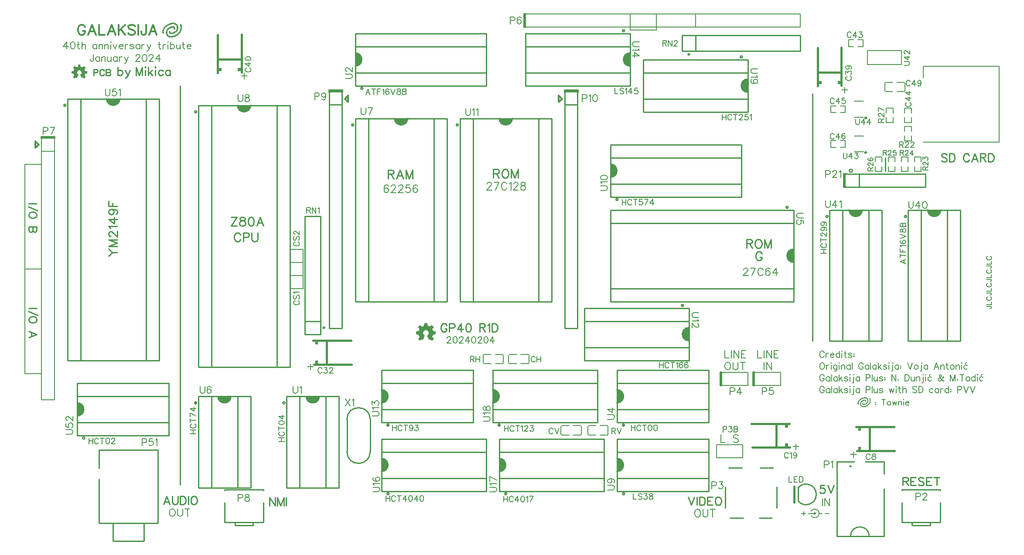
<source format=gto>
G04 Layer: TopSilkscreenLayer*
G04 EasyEDA v6.5.39, 2024-02-04 18:04:26*
G04 6365909e63f64f6689fdd3236b4dce0a,5509f98a9368439c9cde498926e245b9,10*
G04 Gerber Generator version 0.2*
G04 Scale: 100 percent, Rotated: No, Reflected: No *
G04 Dimensions in inches *
G04 leading zeros omitted , absolute positions ,3 integer and 6 decimal *
%FSLAX36Y36*%
%MOIN*%

%ADD10C,0.0080*%
%ADD11C,0.0090*%
%ADD12C,0.0120*%
%ADD13C,0.0060*%
%ADD14C,0.0100*%
%ADD15C,0.0150*%
%ADD16C,0.0079*%
%ADD17C,0.0157*%
%ADD18C,0.0075*%
%ADD19C,0.0080*%
%ADD20C,0.0118*%
%ADD21C,0.0135*%

%LPD*%
G36*
X1158400Y3831580D02*
G01*
X1154500Y3831480D01*
X1150740Y3831220D01*
X1146600Y3830680D01*
X1143880Y3830220D01*
X1139260Y3829220D01*
X1135020Y3828039D01*
X1131420Y3826900D01*
X1128500Y3825860D01*
X1124320Y3824200D01*
X1121140Y3822780D01*
X1116800Y3820620D01*
X1113460Y3818759D01*
X1110360Y3816920D01*
X1104760Y3813140D01*
X1101740Y3810880D01*
X1098280Y3808039D01*
X1094140Y3804220D01*
X1091460Y3801480D01*
X1087680Y3797060D01*
X1085080Y3793620D01*
X1083340Y3790980D01*
X1081780Y3788380D01*
X1080420Y3785800D01*
X1079280Y3783360D01*
X1078040Y3780280D01*
X1077060Y3777340D01*
X1076380Y3774840D01*
X1075880Y3772580D01*
X1075460Y3770000D01*
X1075200Y3767820D01*
X1075020Y3764640D01*
X1075120Y3760880D01*
X1075380Y3758279D01*
X1076060Y3754320D01*
X1076960Y3750760D01*
X1077440Y3749760D01*
X1078200Y3748740D01*
X1078920Y3748159D01*
X1079780Y3747620D01*
X1081020Y3747180D01*
X1083180Y3747160D01*
X1084620Y3747679D01*
X1085560Y3748300D01*
X1086500Y3749260D01*
X1087140Y3750340D01*
X1087520Y3751420D01*
X1087580Y3753360D01*
X1086740Y3756700D01*
X1086320Y3759120D01*
X1086080Y3761380D01*
X1085960Y3764220D01*
X1086160Y3767240D01*
X1086620Y3770280D01*
X1087040Y3772240D01*
X1087580Y3774220D01*
X1088340Y3776480D01*
X1089260Y3778780D01*
X1091400Y3783080D01*
X1092740Y3785299D01*
X1094260Y3787559D01*
X1095940Y3789800D01*
X1099060Y3793580D01*
X1103760Y3798260D01*
X1106320Y3800480D01*
X1108780Y3802440D01*
X1112160Y3804900D01*
X1117720Y3808519D01*
X1120440Y3810080D01*
X1123820Y3811840D01*
X1128500Y3814020D01*
X1134440Y3816340D01*
X1137900Y3817440D01*
X1141800Y3818519D01*
X1144720Y3819180D01*
X1148940Y3819900D01*
X1152840Y3820360D01*
X1156220Y3820560D01*
X1160700Y3820460D01*
X1163280Y3820200D01*
X1165860Y3819780D01*
X1168220Y3819200D01*
X1170340Y3818540D01*
X1172320Y3817760D01*
X1174740Y3816540D01*
X1176740Y3815220D01*
X1178420Y3813860D01*
X1180200Y3812040D01*
X1181240Y3810700D01*
X1182560Y3808700D01*
X1183540Y3806780D01*
X1184180Y3805280D01*
X1184820Y3803360D01*
X1185640Y3799840D01*
X1185980Y3797420D01*
X1186180Y3795160D01*
X1186180Y3789800D01*
X1185880Y3787880D01*
X1185460Y3785880D01*
X1184740Y3783340D01*
X1183620Y3780520D01*
X1182480Y3778220D01*
X1180860Y3775600D01*
X1179780Y3774080D01*
X1177520Y3771259D01*
X1175160Y3768840D01*
X1172120Y3766240D01*
X1168260Y3763460D01*
X1165840Y3761980D01*
X1162960Y3760460D01*
X1160520Y3759320D01*
X1158520Y3758519D01*
X1154180Y3757080D01*
X1149900Y3756160D01*
X1147900Y3755899D01*
X1144720Y3755720D01*
X1142360Y3755899D01*
X1140960Y3756160D01*
X1139380Y3756680D01*
X1138240Y3757260D01*
X1137440Y3757980D01*
X1137000Y3758780D01*
X1136800Y3759680D01*
X1136900Y3761640D01*
X1137260Y3763300D01*
X1137160Y3764800D01*
X1136740Y3766160D01*
X1136080Y3767180D01*
X1135460Y3767880D01*
X1134420Y3768620D01*
X1133500Y3769020D01*
X1132100Y3769300D01*
X1130620Y3769200D01*
X1129440Y3768800D01*
X1128540Y3768240D01*
X1127640Y3767440D01*
X1126800Y3766200D01*
X1126460Y3765140D01*
X1126120Y3763480D01*
X1125860Y3761640D01*
X1125860Y3758920D01*
X1126120Y3757200D01*
X1126440Y3755860D01*
X1127020Y3754260D01*
X1127640Y3753020D01*
X1129240Y3750680D01*
X1130760Y3749160D01*
X1132100Y3748159D01*
X1133360Y3747380D01*
X1135280Y3746460D01*
X1136920Y3745860D01*
X1139920Y3745160D01*
X1142880Y3744780D01*
X1146900Y3744780D01*
X1149320Y3744960D01*
X1152200Y3745360D01*
X1155160Y3745960D01*
X1158180Y3746780D01*
X1160600Y3747559D01*
X1163640Y3748700D01*
X1165880Y3749660D01*
X1168720Y3751019D01*
X1173400Y3753660D01*
X1176160Y3755500D01*
X1178680Y3757380D01*
X1181460Y3759740D01*
X1183920Y3762040D01*
X1186000Y3764280D01*
X1187640Y3766259D01*
X1190260Y3769880D01*
X1191560Y3772000D01*
X1192980Y3774680D01*
X1194840Y3779020D01*
X1195760Y3781920D01*
X1196440Y3784840D01*
X1197020Y3788220D01*
X1197220Y3792799D01*
X1197020Y3797060D01*
X1196760Y3799500D01*
X1196420Y3801760D01*
X1195940Y3804140D01*
X1194920Y3807740D01*
X1193500Y3811380D01*
X1192400Y3813560D01*
X1191480Y3815140D01*
X1190320Y3816900D01*
X1188120Y3819660D01*
X1186440Y3821400D01*
X1184420Y3823180D01*
X1182840Y3824360D01*
X1181100Y3825520D01*
X1179280Y3826580D01*
X1176580Y3827900D01*
X1173660Y3829040D01*
X1171480Y3829720D01*
X1167140Y3830740D01*
X1165120Y3831060D01*
X1162120Y3831400D01*
G37*
G36*
X1214800Y3822200D02*
G01*
X1213720Y3821960D01*
X1212480Y3821380D01*
X1211480Y3820580D01*
X1210720Y3819580D01*
X1210240Y3818580D01*
X1209960Y3817480D01*
X1209960Y3815720D01*
X1211560Y3810960D01*
X1212620Y3807000D01*
X1213160Y3804420D01*
X1214040Y3797760D01*
X1214040Y3791560D01*
X1213480Y3786540D01*
X1212920Y3783420D01*
X1211980Y3779800D01*
X1210840Y3776340D01*
X1209040Y3772080D01*
X1207540Y3769080D01*
X1206100Y3766560D01*
X1203560Y3762679D01*
X1201800Y3760299D01*
X1199920Y3757960D01*
X1197400Y3755100D01*
X1194980Y3752620D01*
X1192140Y3750000D01*
X1189960Y3748159D01*
X1186540Y3745500D01*
X1183900Y3743620D01*
X1181240Y3741880D01*
X1176160Y3738920D01*
X1173540Y3737559D01*
X1169140Y3735520D01*
X1165240Y3733980D01*
X1162780Y3733100D01*
X1158000Y3731660D01*
X1152740Y3730480D01*
X1150100Y3730059D01*
X1146500Y3729660D01*
X1142960Y3729460D01*
X1138960Y3729560D01*
X1136380Y3729820D01*
X1133500Y3730320D01*
X1130840Y3731000D01*
X1128840Y3731680D01*
X1126840Y3732520D01*
X1125120Y3733399D01*
X1123600Y3734340D01*
X1121980Y3735560D01*
X1120400Y3736980D01*
X1118360Y3739380D01*
X1116940Y3741640D01*
X1115680Y3744320D01*
X1115080Y3746000D01*
X1114260Y3749080D01*
X1113920Y3751180D01*
X1113620Y3753780D01*
X1113640Y3759700D01*
X1114080Y3762220D01*
X1114760Y3764800D01*
X1115820Y3767760D01*
X1116600Y3769500D01*
X1117860Y3771820D01*
X1118840Y3773399D01*
X1121660Y3777100D01*
X1123420Y3779020D01*
X1125400Y3780940D01*
X1127500Y3782720D01*
X1129580Y3784300D01*
X1132840Y3786440D01*
X1134780Y3787540D01*
X1137240Y3788800D01*
X1139880Y3789980D01*
X1142800Y3791080D01*
X1145560Y3791940D01*
X1147740Y3792480D01*
X1150040Y3792900D01*
X1153820Y3793300D01*
X1157020Y3793200D01*
X1158940Y3792860D01*
X1160260Y3792440D01*
X1161460Y3791840D01*
X1162380Y3791040D01*
X1162820Y3790140D01*
X1163020Y3788980D01*
X1162900Y3787640D01*
X1162580Y3785960D01*
X1162580Y3784480D01*
X1162840Y3783460D01*
X1163520Y3782040D01*
X1164800Y3780760D01*
X1166220Y3780059D01*
X1167200Y3779820D01*
X1168820Y3779820D01*
X1169800Y3780059D01*
X1171220Y3780760D01*
X1172500Y3782040D01*
X1173260Y3783620D01*
X1173680Y3785620D01*
X1173900Y3787220D01*
X1173900Y3790220D01*
X1173680Y3791720D01*
X1173280Y3793360D01*
X1172840Y3794580D01*
X1171960Y3796360D01*
X1171040Y3797760D01*
X1169840Y3799140D01*
X1168380Y3800400D01*
X1166800Y3801460D01*
X1165380Y3802220D01*
X1163540Y3802960D01*
X1161520Y3803560D01*
X1159860Y3803900D01*
X1155600Y3804340D01*
X1152240Y3804240D01*
X1149560Y3803980D01*
X1146060Y3803399D01*
X1143260Y3802740D01*
X1139120Y3801460D01*
X1136500Y3800500D01*
X1132020Y3798540D01*
X1129080Y3796980D01*
X1126320Y3795340D01*
X1123560Y3793500D01*
X1120980Y3791560D01*
X1118560Y3789540D01*
X1116040Y3787200D01*
X1114020Y3785040D01*
X1112200Y3782880D01*
X1110360Y3780440D01*
X1108840Y3778100D01*
X1107440Y3775680D01*
X1106000Y3772660D01*
X1104980Y3770160D01*
X1103700Y3765980D01*
X1103140Y3763300D01*
X1102700Y3760380D01*
X1102600Y3755440D01*
X1102800Y3751940D01*
X1103540Y3746740D01*
X1104300Y3743660D01*
X1105220Y3740940D01*
X1107100Y3736720D01*
X1108540Y3734340D01*
X1109580Y3732820D01*
X1110720Y3731360D01*
X1111940Y3729980D01*
X1114460Y3727540D01*
X1116540Y3725860D01*
X1118880Y3724320D01*
X1120540Y3723360D01*
X1122380Y3722440D01*
X1125000Y3721360D01*
X1126920Y3720700D01*
X1129800Y3719880D01*
X1132520Y3719300D01*
X1135280Y3718880D01*
X1137780Y3718600D01*
X1142040Y3718420D01*
X1147820Y3718700D01*
X1151420Y3719120D01*
X1154580Y3719620D01*
X1158180Y3720360D01*
X1160920Y3721040D01*
X1163860Y3721880D01*
X1167140Y3722960D01*
X1171880Y3724740D01*
X1175380Y3726259D01*
X1178660Y3727820D01*
X1181520Y3729320D01*
X1185860Y3731800D01*
X1188200Y3733260D01*
X1191300Y3735360D01*
X1194140Y3737460D01*
X1198160Y3740659D01*
X1202780Y3744860D01*
X1205520Y3747700D01*
X1209360Y3752120D01*
X1211300Y3754600D01*
X1213400Y3757580D01*
X1215140Y3760299D01*
X1216600Y3762780D01*
X1218280Y3765940D01*
X1219620Y3768820D01*
X1220760Y3771580D01*
X1221860Y3774620D01*
X1222700Y3777400D01*
X1223440Y3780280D01*
X1224180Y3784040D01*
X1224780Y3788639D01*
X1224980Y3791139D01*
X1224980Y3798080D01*
X1224700Y3801340D01*
X1224360Y3803940D01*
X1223360Y3809280D01*
X1222040Y3814180D01*
X1220500Y3818740D01*
X1219900Y3819900D01*
X1218560Y3821240D01*
X1217540Y3821780D01*
X1216460Y3822140D01*
G37*
G36*
X3083900Y1535000D02*
G01*
X3080400Y1534880D01*
X3079920Y1534600D01*
X3079480Y1533740D01*
X3077960Y1525460D01*
X3075779Y1515180D01*
X3075440Y1514379D01*
X3073200Y1513260D01*
X3068740Y1511420D01*
X3063680Y1509480D01*
X3061860Y1508899D01*
X3061200Y1508899D01*
X3059400Y1510000D01*
X3045200Y1519460D01*
X3044300Y1519940D01*
X3041820Y1517740D01*
X3035179Y1511140D01*
X3031180Y1506940D01*
X3030280Y1505600D01*
X3030280Y1505180D01*
X3031500Y1503160D01*
X3038880Y1492240D01*
X3040779Y1489079D01*
X3040920Y1488520D01*
X3038940Y1483260D01*
X3036720Y1478040D01*
X3035200Y1474940D01*
X3034380Y1474019D01*
X3032200Y1473500D01*
X3017760Y1470640D01*
X3015260Y1469880D01*
X3015059Y1467200D01*
X3015040Y1452440D01*
X3015320Y1450040D01*
X3015600Y1449740D01*
X3016780Y1449420D01*
X3031100Y1446639D01*
X3033880Y1445920D01*
X3034680Y1445020D01*
X3035860Y1442540D01*
X3039760Y1432860D01*
X3040440Y1430860D01*
X3040440Y1430260D01*
X3037900Y1426200D01*
X3032919Y1418880D01*
X3030580Y1415160D01*
X3030140Y1414240D01*
X3030700Y1413400D01*
X3033480Y1410340D01*
X3041380Y1402460D01*
X3043480Y1400600D01*
X3044480Y1400080D01*
X3045460Y1400600D01*
X3058220Y1409180D01*
X3060140Y1410280D01*
X3060840Y1410060D01*
X3067120Y1406980D01*
X3068060Y1406879D01*
X3068639Y1407940D01*
X3073820Y1420180D01*
X3078960Y1432640D01*
X3081320Y1438700D01*
X3081560Y1439560D01*
X3081540Y1439760D01*
X3080740Y1440660D01*
X3077240Y1443240D01*
X3074860Y1445540D01*
X3073120Y1447620D01*
X3071800Y1449600D01*
X3070419Y1452440D01*
X3069880Y1454079D01*
X3069520Y1455780D01*
X3069200Y1458560D01*
X3069200Y1461180D01*
X3069540Y1464139D01*
X3069980Y1466000D01*
X3070659Y1467960D01*
X3072000Y1470600D01*
X3073540Y1472780D01*
X3075380Y1474800D01*
X3076580Y1475860D01*
X3078540Y1477320D01*
X3080600Y1478540D01*
X3082700Y1479460D01*
X3084060Y1479920D01*
X3085760Y1480360D01*
X3087840Y1480760D01*
X3092440Y1480740D01*
X3095280Y1480140D01*
X3097580Y1479379D01*
X3100299Y1478060D01*
X3102720Y1476440D01*
X3104800Y1474600D01*
X3106280Y1472940D01*
X3107380Y1471459D01*
X3108540Y1469500D01*
X3109460Y1467420D01*
X3110200Y1465220D01*
X3110640Y1463260D01*
X3110960Y1460880D01*
X3110960Y1459160D01*
X3110740Y1457020D01*
X3110280Y1454740D01*
X3109440Y1452280D01*
X3108560Y1450280D01*
X3107540Y1448500D01*
X3106340Y1446780D01*
X3104360Y1444720D01*
X3102380Y1443020D01*
X3099740Y1441020D01*
X3098360Y1439760D01*
X3098480Y1439100D01*
X3101040Y1432660D01*
X3110340Y1410140D01*
X3111680Y1407260D01*
X3112020Y1406740D01*
X3113100Y1407140D01*
X3119140Y1410100D01*
X3119980Y1410200D01*
X3122060Y1408959D01*
X3134740Y1400420D01*
X3135460Y1400120D01*
X3136380Y1400520D01*
X3138360Y1402240D01*
X3147100Y1411000D01*
X3149780Y1414180D01*
X3149660Y1414680D01*
X3147780Y1417740D01*
X3140860Y1428160D01*
X3139500Y1430440D01*
X3139500Y1430940D01*
X3141860Y1437040D01*
X3143840Y1441879D01*
X3145400Y1445160D01*
X3146060Y1445920D01*
X3147100Y1446260D01*
X3151139Y1447120D01*
X3162620Y1449319D01*
X3164480Y1449820D01*
X3164760Y1450900D01*
X3164960Y1456480D01*
X3164960Y1464019D01*
X3164760Y1469280D01*
X3164560Y1470120D01*
X3164360Y1470320D01*
X3148080Y1473500D01*
X3145340Y1474160D01*
X3144960Y1474360D01*
X3144120Y1476060D01*
X3141920Y1481200D01*
X3139060Y1488480D01*
X3139060Y1488839D01*
X3141500Y1492780D01*
X3147280Y1501380D01*
X3149700Y1505380D01*
X3149560Y1505900D01*
X3147980Y1507860D01*
X3137580Y1518280D01*
X3135659Y1519940D01*
X3135140Y1519740D01*
X3133000Y1518400D01*
X3126100Y1513640D01*
X3120520Y1509940D01*
X3118580Y1508760D01*
X3117460Y1509000D01*
X3111340Y1511399D01*
X3106320Y1513520D01*
X3104420Y1514480D01*
X3103980Y1515900D01*
X3103220Y1519460D01*
X3101340Y1529400D01*
X3100320Y1534199D01*
X3100080Y1534900D01*
G37*
G36*
X435060Y3511880D02*
G01*
X433200Y3511760D01*
X432720Y3511440D01*
X432480Y3510880D01*
X430300Y3499400D01*
X429560Y3496280D01*
X429280Y3495400D01*
X428060Y3494760D01*
X424200Y3493120D01*
X419760Y3491420D01*
X418020Y3490899D01*
X416920Y3491520D01*
X404500Y3499740D01*
X404219Y3499740D01*
X402440Y3498120D01*
X396420Y3492180D01*
X393880Y3489460D01*
X393120Y3488380D01*
X393120Y3487960D01*
X394940Y3485080D01*
X400460Y3476960D01*
X401599Y3474940D01*
X401599Y3474540D01*
X399420Y3469000D01*
X398260Y3466280D01*
X397020Y3463780D01*
X396400Y3463080D01*
X395000Y3462740D01*
X384159Y3460620D01*
X381140Y3459840D01*
X381040Y3459420D01*
X380880Y3454300D01*
X380880Y3448700D01*
X381040Y3444420D01*
X381220Y3443759D01*
X381520Y3443600D01*
X387480Y3442360D01*
X393500Y3441240D01*
X395880Y3440680D01*
X396540Y3440040D01*
X397660Y3437760D01*
X399320Y3433740D01*
X401320Y3428300D01*
X400439Y3426740D01*
X393920Y3416960D01*
X393020Y3415380D01*
X393020Y3415120D01*
X394820Y3413020D01*
X400060Y3407700D01*
X403540Y3404400D01*
X404480Y3403960D01*
X405060Y3404220D01*
X414060Y3410299D01*
X416860Y3412020D01*
X417540Y3411940D01*
X422540Y3409480D01*
X423340Y3409380D01*
X425880Y3415080D01*
X431280Y3428060D01*
X433600Y3433840D01*
X434140Y3435380D01*
X434140Y3435720D01*
X433300Y3436540D01*
X430319Y3438759D01*
X428260Y3440840D01*
X426820Y3442760D01*
X425740Y3444600D01*
X424960Y3446520D01*
X424600Y3447900D01*
X424300Y3449840D01*
X424300Y3453680D01*
X424600Y3455620D01*
X425040Y3457280D01*
X425500Y3458460D01*
X426320Y3460080D01*
X427100Y3461300D01*
X428519Y3463039D01*
X429980Y3464440D01*
X431380Y3465520D01*
X432800Y3466400D01*
X434040Y3467020D01*
X435840Y3467740D01*
X438120Y3468320D01*
X439920Y3468519D01*
X442140Y3468500D01*
X443980Y3468240D01*
X445680Y3467799D01*
X447360Y3467200D01*
X449060Y3466360D01*
X450280Y3465600D01*
X451580Y3464620D01*
X453220Y3463039D01*
X454340Y3461660D01*
X455280Y3460240D01*
X456240Y3458320D01*
X456880Y3456620D01*
X457320Y3455000D01*
X457580Y3453420D01*
X457680Y3451320D01*
X457480Y3449400D01*
X457140Y3447760D01*
X456340Y3445380D01*
X455319Y3443279D01*
X454099Y3441440D01*
X452640Y3439860D01*
X451140Y3438540D01*
X448620Y3436640D01*
X447600Y3435680D01*
X447600Y3435280D01*
X451079Y3426620D01*
X457720Y3410740D01*
X458400Y3409380D01*
X458519Y3409300D01*
X459360Y3409580D01*
X464180Y3411920D01*
X464840Y3412040D01*
X466540Y3411019D01*
X476520Y3404320D01*
X477260Y3403940D01*
X478020Y3404320D01*
X479840Y3405920D01*
X485880Y3411960D01*
X488740Y3415260D01*
X488180Y3416340D01*
X486599Y3418880D01*
X481220Y3426960D01*
X480420Y3428380D01*
X483920Y3437340D01*
X485280Y3440140D01*
X485900Y3440680D01*
X491120Y3441840D01*
X498560Y3443240D01*
X500439Y3443700D01*
X500600Y3444000D01*
X500820Y3446000D01*
X500800Y3458060D01*
X500600Y3459900D01*
X500400Y3460100D01*
X489799Y3462180D01*
X484860Y3463300D01*
X484099Y3464880D01*
X482220Y3469260D01*
X480220Y3474300D01*
X480120Y3474900D01*
X480620Y3475820D01*
X486500Y3484640D01*
X488620Y3488000D01*
X488620Y3488340D01*
X488120Y3489120D01*
X487020Y3490419D01*
X480980Y3496520D01*
X477660Y3499660D01*
X477360Y3499820D01*
X476340Y3499280D01*
X468940Y3494220D01*
X463760Y3490899D01*
X463320Y3490899D01*
X459500Y3492360D01*
X454200Y3494560D01*
X452540Y3495340D01*
X452340Y3495580D01*
X451380Y3499780D01*
X449600Y3509220D01*
X448980Y3511800D01*
G37*
G36*
X6444100Y967460D02*
G01*
X6439059Y967140D01*
X6435420Y966580D01*
X6430620Y965460D01*
X6425839Y963920D01*
X6423420Y962980D01*
X6420260Y961600D01*
X6417360Y960160D01*
X6415119Y958940D01*
X6413060Y957700D01*
X6409340Y955180D01*
X6405660Y952340D01*
X6403200Y950160D01*
X6400480Y947400D01*
X6397940Y944460D01*
X6395640Y941280D01*
X6393560Y937820D01*
X6392720Y936140D01*
X6391180Y932300D01*
X6390240Y928900D01*
X6389620Y924960D01*
X6389500Y922840D01*
X6389560Y920340D01*
X6390000Y916880D01*
X6390800Y913600D01*
X6391120Y912920D01*
X6391860Y912060D01*
X6392400Y911680D01*
X6393500Y911200D01*
X6394940Y911200D01*
X6395900Y911540D01*
X6396520Y911960D01*
X6397160Y912600D01*
X6397600Y913319D01*
X6397840Y914040D01*
X6397880Y915320D01*
X6397320Y917560D01*
X6397039Y919160D01*
X6396840Y921620D01*
X6396860Y923580D01*
X6397100Y925860D01*
X6397380Y927360D01*
X6397880Y929240D01*
X6398380Y930740D01*
X6399340Y933040D01*
X6400060Y934500D01*
X6401860Y937460D01*
X6404100Y940460D01*
X6405540Y942140D01*
X6408660Y945260D01*
X6411180Y947400D01*
X6414260Y949700D01*
X6417980Y952099D01*
X6422039Y954320D01*
X6424260Y955380D01*
X6428000Y956900D01*
X6430520Y957760D01*
X6435000Y959000D01*
X6438780Y959700D01*
X6442519Y960060D01*
X6445140Y960100D01*
X6447480Y959980D01*
X6450080Y959599D01*
X6453060Y958780D01*
X6454360Y958259D01*
X6455980Y957440D01*
X6457320Y956560D01*
X6458440Y955660D01*
X6459620Y954460D01*
X6460320Y953560D01*
X6461200Y952220D01*
X6462279Y949940D01*
X6463040Y947380D01*
X6463480Y944700D01*
X6463620Y943199D01*
X6463600Y939620D01*
X6463140Y937000D01*
X6462660Y935300D01*
X6461920Y933439D01*
X6461140Y931900D01*
X6460400Y930660D01*
X6459360Y929140D01*
X6458400Y927940D01*
X6457060Y926460D01*
X6455580Y925040D01*
X6453000Y922980D01*
X6450060Y921080D01*
X6447060Y919539D01*
X6443339Y918139D01*
X6441580Y917640D01*
X6439440Y917200D01*
X6438099Y917020D01*
X6435980Y916900D01*
X6434400Y917020D01*
X6433460Y917200D01*
X6432400Y917540D01*
X6431640Y917940D01*
X6431120Y918400D01*
X6430839Y918940D01*
X6430700Y919539D01*
X6430760Y920840D01*
X6431000Y921960D01*
X6430940Y922960D01*
X6430660Y923860D01*
X6430000Y924780D01*
X6429440Y925260D01*
X6428800Y925639D01*
X6427560Y925960D01*
X6426580Y925879D01*
X6425800Y925620D01*
X6425180Y925240D01*
X6424580Y924720D01*
X6424040Y923880D01*
X6423800Y923180D01*
X6423400Y920860D01*
X6423400Y919020D01*
X6423579Y917880D01*
X6423980Y916460D01*
X6424580Y915100D01*
X6425660Y913540D01*
X6426660Y912520D01*
X6428400Y911340D01*
X6430220Y910540D01*
X6431500Y910140D01*
X6432780Y909860D01*
X6434740Y909599D01*
X6437440Y909599D01*
X6439040Y909720D01*
X6440960Y910000D01*
X6443940Y910680D01*
X6445760Y911200D01*
X6448600Y912220D01*
X6452720Y914180D01*
X6455100Y915540D01*
X6456940Y916760D01*
X6459940Y919100D01*
X6462100Y921120D01*
X6463500Y922620D01*
X6464580Y923920D01*
X6465960Y925800D01*
X6467680Y928640D01*
X6469059Y931620D01*
X6469700Y933400D01*
X6470460Y936320D01*
X6470839Y938560D01*
X6470960Y941620D01*
X6470760Y945280D01*
X6470280Y948379D01*
X6469880Y950100D01*
X6469200Y952260D01*
X6468120Y954740D01*
X6466760Y957099D01*
X6465300Y959060D01*
X6463780Y960680D01*
X6462440Y961880D01*
X6460220Y963439D01*
X6459000Y964140D01*
X6457220Y965020D01*
X6454539Y966020D01*
X6451720Y966740D01*
X6448579Y967240D01*
X6446340Y967420D01*
G37*
G36*
X6482680Y961220D02*
G01*
X6481980Y961060D01*
X6481140Y960680D01*
X6480480Y960140D01*
X6479960Y959479D01*
X6479660Y958800D01*
X6479460Y958080D01*
X6479460Y956900D01*
X6480540Y953740D01*
X6481440Y950240D01*
X6481980Y946880D01*
X6482180Y944920D01*
X6482180Y940800D01*
X6481820Y937460D01*
X6481440Y935360D01*
X6480820Y932960D01*
X6480060Y930660D01*
X6479120Y928400D01*
X6477859Y925800D01*
X6475720Y922300D01*
X6473380Y919120D01*
X6471100Y916500D01*
X6469480Y914840D01*
X6467580Y913100D01*
X6465420Y911280D01*
X6461200Y908220D01*
X6459440Y907120D01*
X6456160Y905280D01*
X6454220Y904320D01*
X6450420Y902680D01*
X6448020Y901820D01*
X6443160Y900460D01*
X6441319Y900080D01*
X6437160Y899520D01*
X6434800Y899400D01*
X6432120Y899460D01*
X6430400Y899640D01*
X6428500Y899960D01*
X6426720Y900420D01*
X6425380Y900879D01*
X6423480Y901720D01*
X6421900Y902660D01*
X6420280Y903940D01*
X6418720Y905620D01*
X6417600Y907260D01*
X6416400Y909860D01*
X6415860Y911720D01*
X6415440Y913880D01*
X6415240Y915600D01*
X6415240Y919560D01*
X6415560Y921240D01*
X6416280Y923800D01*
X6416980Y925500D01*
X6418060Y927640D01*
X6418720Y928680D01*
X6420599Y931160D01*
X6421780Y932440D01*
X6423800Y934300D01*
X6425200Y935440D01*
X6427560Y937080D01*
X6430980Y938960D01*
X6432740Y939740D01*
X6434700Y940480D01*
X6437980Y941400D01*
X6439520Y941680D01*
X6442039Y941960D01*
X6444160Y941900D01*
X6445460Y941660D01*
X6446319Y941380D01*
X6447140Y940980D01*
X6447740Y940440D01*
X6448040Y939840D01*
X6448180Y939080D01*
X6448099Y938180D01*
X6447880Y937060D01*
X6447880Y936080D01*
X6448060Y935400D01*
X6448500Y934460D01*
X6449360Y933600D01*
X6450300Y933139D01*
X6450960Y932960D01*
X6452039Y932960D01*
X6452700Y933139D01*
X6453640Y933600D01*
X6454500Y934460D01*
X6455000Y935500D01*
X6455420Y937900D01*
X6455359Y940400D01*
X6454860Y942400D01*
X6454140Y944000D01*
X6453520Y944920D01*
X6452720Y945840D01*
X6451760Y946700D01*
X6450700Y947400D01*
X6449740Y947900D01*
X6448520Y948400D01*
X6447180Y948800D01*
X6446060Y949020D01*
X6443220Y949320D01*
X6441000Y949240D01*
X6439200Y949080D01*
X6436860Y948680D01*
X6435000Y948240D01*
X6431400Y947120D01*
X6429580Y946400D01*
X6426520Y944920D01*
X6424640Y943860D01*
X6422800Y942700D01*
X6421000Y941440D01*
X6419340Y940120D01*
X6417700Y938680D01*
X6416180Y937180D01*
X6414700Y935520D01*
X6413080Y933379D01*
X6411580Y931020D01*
X6410160Y928199D01*
X6409220Y925740D01*
X6408240Y921960D01*
X6407960Y920000D01*
X6407900Y916720D01*
X6408020Y914380D01*
X6408520Y910920D01*
X6409040Y908860D01*
X6409640Y907039D01*
X6410520Y905020D01*
X6411220Y903680D01*
X6412160Y902159D01*
X6413680Y900220D01*
X6415800Y898120D01*
X6417200Y897000D01*
X6419299Y895660D01*
X6420460Y895020D01*
X6421940Y894360D01*
X6424100Y893560D01*
X6426940Y892800D01*
X6429680Y892340D01*
X6431340Y892159D01*
X6434200Y892039D01*
X6437120Y892159D01*
X6440440Y892500D01*
X6442540Y892840D01*
X6444940Y893340D01*
X6448740Y894340D01*
X6453040Y895840D01*
X6456400Y897260D01*
X6458600Y898300D01*
X6461500Y899840D01*
X6464960Y901940D01*
X6468920Y904720D01*
X6471600Y906860D01*
X6474680Y909659D01*
X6476520Y911560D01*
X6479080Y914500D01*
X6481760Y918139D01*
X6483900Y921620D01*
X6485019Y923720D01*
X6486660Y927480D01*
X6487400Y929500D01*
X6488460Y933280D01*
X6488960Y935780D01*
X6489480Y940520D01*
X6489480Y945140D01*
X6489059Y949040D01*
X6488400Y952620D01*
X6487800Y954960D01*
X6486860Y957860D01*
X6486100Y959700D01*
X6485200Y960580D01*
X6484520Y960939D01*
X6483800Y961180D01*
G37*
D10*
X5391350Y1235549D02*
G01*
X5385950Y1232849D01*
X5380450Y1227350D01*
X5377749Y1221950D01*
X5375050Y1213750D01*
X5375050Y1200050D01*
X5377749Y1191950D01*
X5380450Y1186449D01*
X5385950Y1180949D01*
X5391350Y1178249D01*
X5402250Y1178249D01*
X5407749Y1180949D01*
X5413149Y1186449D01*
X5415950Y1191950D01*
X5418649Y1200050D01*
X5418649Y1213750D01*
X5415950Y1221950D01*
X5413149Y1227350D01*
X5407749Y1232849D01*
X5402250Y1235549D01*
X5391350Y1235549D01*
X5436650Y1235549D02*
G01*
X5436650Y1194650D01*
X5439350Y1186449D01*
X5444849Y1180949D01*
X5453050Y1178249D01*
X5458450Y1178249D01*
X5466650Y1180949D01*
X5472049Y1186449D01*
X5474849Y1194650D01*
X5474849Y1235549D01*
X5511949Y1235549D02*
G01*
X5511949Y1178249D01*
X5492849Y1235549D02*
G01*
X5531049Y1235549D01*
X5675000Y1235500D02*
G01*
X5675000Y1178299D01*
X5693000Y1235500D02*
G01*
X5693000Y1178299D01*
X5693000Y1235500D02*
G01*
X5731199Y1178299D01*
X5731199Y1235500D02*
G01*
X5731199Y1178299D01*
X5375000Y1325500D02*
G01*
X5375000Y1268299D01*
X5375000Y1268299D02*
G01*
X5407700Y1268299D01*
X5425699Y1325500D02*
G01*
X5425699Y1268299D01*
X5443699Y1325500D02*
G01*
X5443699Y1268299D01*
X5443699Y1325500D02*
G01*
X5481899Y1268299D01*
X5481899Y1325500D02*
G01*
X5481899Y1268299D01*
X5499899Y1325500D02*
G01*
X5499899Y1268299D01*
X5499899Y1325500D02*
G01*
X5535400Y1325500D01*
X5499899Y1298299D02*
G01*
X5521700Y1298299D01*
X5499899Y1268299D02*
G01*
X5535400Y1268299D01*
D11*
X5095000Y205599D02*
G01*
X5118599Y143499D01*
X5142299Y205599D02*
G01*
X5118599Y143499D01*
X5161800Y205599D02*
G01*
X5161800Y143499D01*
X5181300Y205599D02*
G01*
X5181300Y143499D01*
X5181300Y205599D02*
G01*
X5201999Y205599D01*
X5210799Y202600D01*
X5216700Y196700D01*
X5219700Y190799D01*
X5222600Y181999D01*
X5222600Y167199D01*
X5219700Y158299D01*
X5216700Y152399D01*
X5210799Y146500D01*
X5201999Y143499D01*
X5181300Y143499D01*
X5242100Y205599D02*
G01*
X5242100Y143499D01*
X5242100Y205599D02*
G01*
X5280500Y205599D01*
X5242100Y175999D02*
G01*
X5265799Y175999D01*
X5242100Y143499D02*
G01*
X5280500Y143499D01*
X5317799Y205599D02*
G01*
X5311899Y202600D01*
X5306000Y196700D01*
X5303000Y190799D01*
X5300000Y181999D01*
X5300000Y167199D01*
X5303000Y158299D01*
X5306000Y152399D01*
X5311899Y146500D01*
X5317799Y143499D01*
X5329600Y143499D01*
X5335500Y146500D01*
X5341400Y152399D01*
X5344399Y158299D01*
X5347299Y167199D01*
X5347299Y181999D01*
X5344399Y190799D01*
X5341400Y196700D01*
X5335500Y202600D01*
X5329600Y205599D01*
X5317799Y205599D01*
X6135500Y295599D02*
G01*
X6105900Y295599D01*
X6103000Y269000D01*
X6105900Y271999D01*
X6114799Y274899D01*
X6123599Y274899D01*
X6132500Y271999D01*
X6138400Y265999D01*
X6141400Y257199D01*
X6141400Y251300D01*
X6138400Y242399D01*
X6132500Y236500D01*
X6123599Y233499D01*
X6114799Y233499D01*
X6105900Y236500D01*
X6103000Y239499D01*
X6100000Y245399D01*
X6160900Y295599D02*
G01*
X6184499Y233499D01*
X6208100Y295599D02*
G01*
X6184499Y233499D01*
X6735000Y355599D02*
G01*
X6735000Y293499D01*
X6735000Y355599D02*
G01*
X6761599Y355599D01*
X6770500Y352600D01*
X6773400Y349699D01*
X6776400Y343800D01*
X6776400Y337899D01*
X6773400Y331999D01*
X6770500Y329000D01*
X6761599Y325999D01*
X6735000Y325999D01*
X6755699Y325999D02*
G01*
X6776400Y293499D01*
X6795900Y355599D02*
G01*
X6795900Y293499D01*
X6795900Y355599D02*
G01*
X6834300Y355599D01*
X6795900Y325999D02*
G01*
X6819499Y325999D01*
X6795900Y293499D02*
G01*
X6834300Y293499D01*
X6895100Y346700D02*
G01*
X6889200Y352600D01*
X6880400Y355599D01*
X6868500Y355599D01*
X6859700Y352600D01*
X6853800Y346700D01*
X6853800Y340799D01*
X6856700Y334899D01*
X6859700Y331999D01*
X6865600Y329000D01*
X6883299Y323099D01*
X6889200Y320100D01*
X6892200Y317199D01*
X6895100Y311300D01*
X6895100Y302399D01*
X6889200Y296500D01*
X6880400Y293499D01*
X6868500Y293499D01*
X6859700Y296500D01*
X6853800Y302399D01*
X6914600Y355599D02*
G01*
X6914600Y293499D01*
X6914600Y355599D02*
G01*
X6953000Y355599D01*
X6914600Y325999D02*
G01*
X6938299Y325999D01*
X6914600Y293499D02*
G01*
X6953000Y293499D01*
X6993199Y355599D02*
G01*
X6993199Y293499D01*
X6972500Y355599D02*
G01*
X7013900Y355599D01*
X1895000Y200599D02*
G01*
X1895000Y138499D01*
X1895000Y200599D02*
G01*
X1936400Y138499D01*
X1936400Y200599D02*
G01*
X1936400Y138499D01*
X1955900Y200599D02*
G01*
X1955900Y138499D01*
X1955900Y200599D02*
G01*
X1979499Y138499D01*
X2003100Y200599D02*
G01*
X1979499Y138499D01*
X2003100Y200599D02*
G01*
X2003100Y138499D01*
X2022600Y200599D02*
G01*
X2022600Y138499D01*
D12*
X484499Y3797500D02*
G01*
X480900Y3804800D01*
X473600Y3812100D01*
X466399Y3815700D01*
X451799Y3815700D01*
X444499Y3812100D01*
X437300Y3804800D01*
X433600Y3797500D01*
X430000Y3786599D01*
X430000Y3768499D01*
X433600Y3757500D01*
X437300Y3750300D01*
X444499Y3743000D01*
X451799Y3739400D01*
X466399Y3739400D01*
X473600Y3743000D01*
X480900Y3750300D01*
X484499Y3757500D01*
X484499Y3768499D01*
X466399Y3768499D02*
G01*
X484499Y3768499D01*
X537600Y3815700D02*
G01*
X508499Y3739400D01*
X537600Y3815700D02*
G01*
X566700Y3739400D01*
X519499Y3764800D02*
G01*
X555799Y3764800D01*
X590700Y3815700D02*
G01*
X590700Y3739400D01*
X590700Y3739400D02*
G01*
X634400Y3739400D01*
X687500Y3815700D02*
G01*
X658400Y3739400D01*
X687500Y3815700D02*
G01*
X716500Y3739400D01*
X669299Y3764800D02*
G01*
X705599Y3764800D01*
X740500Y3815700D02*
G01*
X740500Y3739400D01*
X791500Y3815700D02*
G01*
X740500Y3764800D01*
X758699Y3783000D02*
G01*
X791500Y3739400D01*
X866399Y3804800D02*
G01*
X859099Y3812100D01*
X848200Y3815700D01*
X833600Y3815700D01*
X822699Y3812100D01*
X815500Y3804800D01*
X815500Y3797500D01*
X819099Y3790300D01*
X822699Y3786599D01*
X830000Y3783000D01*
X851799Y3775700D01*
X859099Y3772100D01*
X862699Y3768499D01*
X866399Y3761199D01*
X866399Y3750300D01*
X859099Y3743000D01*
X848200Y3739400D01*
X833600Y3739400D01*
X822699Y3743000D01*
X815500Y3750300D01*
X890399Y3815700D02*
G01*
X890399Y3739400D01*
X950699Y3815700D02*
G01*
X950699Y3757500D01*
X947100Y3746599D01*
X943500Y3743000D01*
X936199Y3739400D01*
X928900Y3739400D01*
X921599Y3743000D01*
X918000Y3746599D01*
X914399Y3757500D01*
X914399Y3764800D01*
X1003800Y3815700D02*
G01*
X974700Y3739400D01*
X1003800Y3815700D02*
G01*
X1032899Y3739400D01*
X985600Y3764800D02*
G01*
X1021999Y3764800D01*
D10*
X549000Y3588499D02*
G01*
X549000Y3548499D01*
X546500Y3540999D01*
X544000Y3538499D01*
X539000Y3535999D01*
X534000Y3535999D01*
X529000Y3538499D01*
X526500Y3540999D01*
X524000Y3548499D01*
X524000Y3553499D01*
X595500Y3570999D02*
G01*
X595500Y3535999D01*
X595500Y3563499D02*
G01*
X590500Y3568499D01*
X585500Y3570999D01*
X578000Y3570999D01*
X573000Y3568499D01*
X568000Y3563499D01*
X565500Y3555999D01*
X565500Y3550999D01*
X568000Y3543499D01*
X573000Y3538499D01*
X578000Y3535999D01*
X585500Y3535999D01*
X590500Y3538499D01*
X595500Y3543499D01*
X611999Y3570999D02*
G01*
X611999Y3535999D01*
X611999Y3560999D02*
G01*
X619499Y3568499D01*
X624499Y3570999D01*
X631999Y3570999D01*
X636999Y3568499D01*
X639499Y3560999D01*
X639499Y3535999D01*
X655999Y3570999D02*
G01*
X655999Y3545999D01*
X658499Y3538499D01*
X663499Y3535999D01*
X670999Y3535999D01*
X675999Y3538499D01*
X683499Y3545999D01*
X683499Y3570999D02*
G01*
X683499Y3535999D01*
X730000Y3570999D02*
G01*
X730000Y3535999D01*
X730000Y3563499D02*
G01*
X725000Y3568499D01*
X720000Y3570999D01*
X712500Y3570999D01*
X707500Y3568499D01*
X702500Y3563499D01*
X700000Y3555999D01*
X700000Y3550999D01*
X702500Y3543499D01*
X707500Y3538499D01*
X712500Y3535999D01*
X720000Y3535999D01*
X725000Y3538499D01*
X730000Y3543499D01*
X746500Y3570999D02*
G01*
X746500Y3535999D01*
X746500Y3555999D02*
G01*
X749000Y3563499D01*
X754000Y3568499D01*
X759000Y3570999D01*
X766500Y3570999D01*
X785500Y3570999D02*
G01*
X800500Y3535999D01*
X815500Y3570999D02*
G01*
X800500Y3535999D01*
X795500Y3525999D01*
X790500Y3520999D01*
X785500Y3518499D01*
X783000Y3518499D01*
X873000Y3575999D02*
G01*
X873000Y3578499D01*
X875500Y3583499D01*
X878000Y3585999D01*
X883000Y3588499D01*
X893000Y3588499D01*
X898000Y3585999D01*
X900500Y3583499D01*
X903000Y3578499D01*
X903000Y3573499D01*
X900500Y3568499D01*
X895500Y3560999D01*
X870500Y3535999D01*
X905500Y3535999D01*
X936999Y3588499D02*
G01*
X929499Y3585999D01*
X924499Y3578499D01*
X921999Y3565999D01*
X921999Y3558499D01*
X924499Y3545999D01*
X929499Y3538499D01*
X936999Y3535999D01*
X941999Y3535999D01*
X949499Y3538499D01*
X954499Y3545999D01*
X956999Y3558499D01*
X956999Y3565999D01*
X954499Y3578499D01*
X949499Y3585999D01*
X941999Y3588499D01*
X936999Y3588499D01*
X976000Y3575999D02*
G01*
X976000Y3578499D01*
X978500Y3583499D01*
X981000Y3585999D01*
X986000Y3588499D01*
X996000Y3588499D01*
X1001000Y3585999D01*
X1003500Y3583499D01*
X1006000Y3578499D01*
X1006000Y3573499D01*
X1003500Y3568499D01*
X998500Y3560999D01*
X973500Y3535999D01*
X1008500Y3535999D01*
X1050000Y3588499D02*
G01*
X1025000Y3553499D01*
X1062500Y3553499D01*
X1050000Y3588499D02*
G01*
X1050000Y3535999D01*
X344000Y3683499D02*
G01*
X319000Y3648499D01*
X356500Y3648499D01*
X344000Y3683499D02*
G01*
X344000Y3630999D01*
X388000Y3683499D02*
G01*
X380500Y3680999D01*
X375500Y3673499D01*
X373000Y3660999D01*
X373000Y3653499D01*
X375500Y3640999D01*
X380500Y3633499D01*
X388000Y3630999D01*
X393000Y3630999D01*
X400500Y3633499D01*
X405500Y3640999D01*
X408000Y3653499D01*
X408000Y3660999D01*
X405500Y3673499D01*
X400500Y3680999D01*
X393000Y3683499D01*
X388000Y3683499D01*
X431999Y3683499D02*
G01*
X431999Y3640999D01*
X434499Y3633499D01*
X439499Y3630999D01*
X444499Y3630999D01*
X424499Y3665999D02*
G01*
X441999Y3665999D01*
X460999Y3683499D02*
G01*
X460999Y3630999D01*
X460999Y3655999D02*
G01*
X468499Y3663499D01*
X473499Y3665999D01*
X480999Y3665999D01*
X485999Y3663499D01*
X488499Y3655999D01*
X488499Y3630999D01*
X573499Y3665999D02*
G01*
X573499Y3630999D01*
X573499Y3658499D02*
G01*
X568499Y3663499D01*
X563499Y3665999D01*
X555999Y3665999D01*
X550999Y3663499D01*
X545999Y3658499D01*
X543499Y3650999D01*
X543499Y3645999D01*
X545999Y3638499D01*
X550999Y3633499D01*
X555999Y3630999D01*
X563499Y3630999D01*
X568499Y3633499D01*
X573499Y3638499D01*
X590000Y3665999D02*
G01*
X590000Y3630999D01*
X590000Y3655999D02*
G01*
X597500Y3663499D01*
X602500Y3665999D01*
X610000Y3665999D01*
X615000Y3663499D01*
X617500Y3655999D01*
X617500Y3630999D01*
X634000Y3665999D02*
G01*
X634000Y3630999D01*
X634000Y3655999D02*
G01*
X641500Y3663499D01*
X646500Y3665999D01*
X654000Y3665999D01*
X659000Y3663499D01*
X661500Y3655999D01*
X661500Y3630999D01*
X678000Y3683499D02*
G01*
X680500Y3680999D01*
X683000Y3683499D01*
X680500Y3685999D01*
X678000Y3683499D01*
X680500Y3665999D02*
G01*
X680500Y3630999D01*
X699499Y3665999D02*
G01*
X714499Y3630999D01*
X729499Y3665999D02*
G01*
X714499Y3630999D01*
X745999Y3650999D02*
G01*
X775999Y3650999D01*
X775999Y3655999D01*
X773499Y3660999D01*
X770999Y3663499D01*
X765999Y3665999D01*
X758499Y3665999D01*
X753499Y3663499D01*
X748499Y3658499D01*
X745999Y3650999D01*
X745999Y3645999D01*
X748499Y3638499D01*
X753499Y3633499D01*
X758499Y3630999D01*
X765999Y3630999D01*
X770999Y3633499D01*
X775999Y3638499D01*
X792500Y3665999D02*
G01*
X792500Y3630999D01*
X792500Y3650999D02*
G01*
X795000Y3658499D01*
X800000Y3663499D01*
X805000Y3665999D01*
X812500Y3665999D01*
X856500Y3658499D02*
G01*
X854000Y3663499D01*
X846500Y3665999D01*
X839000Y3665999D01*
X831500Y3663499D01*
X829000Y3658499D01*
X831500Y3653499D01*
X836500Y3650999D01*
X849000Y3648499D01*
X854000Y3645999D01*
X856500Y3640999D01*
X856500Y3638499D01*
X854000Y3633499D01*
X846500Y3630999D01*
X839000Y3630999D01*
X831500Y3633499D01*
X829000Y3638499D01*
X903000Y3665999D02*
G01*
X903000Y3630999D01*
X903000Y3658499D02*
G01*
X898000Y3663499D01*
X893000Y3665999D01*
X885500Y3665999D01*
X880500Y3663499D01*
X875500Y3658499D01*
X873000Y3650999D01*
X873000Y3645999D01*
X875500Y3638499D01*
X880500Y3633499D01*
X885500Y3630999D01*
X893000Y3630999D01*
X898000Y3633499D01*
X903000Y3638499D01*
X919499Y3665999D02*
G01*
X919499Y3630999D01*
X919499Y3650999D02*
G01*
X921999Y3658499D01*
X926999Y3663499D01*
X931999Y3665999D01*
X939499Y3665999D01*
X958500Y3665999D02*
G01*
X973500Y3630999D01*
X988500Y3665999D02*
G01*
X973500Y3630999D01*
X968500Y3620999D01*
X963500Y3615999D01*
X958500Y3613499D01*
X956000Y3613499D01*
X1051000Y3683499D02*
G01*
X1051000Y3640999D01*
X1053500Y3633499D01*
X1058500Y3630999D01*
X1063500Y3630999D01*
X1043500Y3665999D02*
G01*
X1061000Y3665999D01*
X1080000Y3665999D02*
G01*
X1080000Y3630999D01*
X1080000Y3650999D02*
G01*
X1082500Y3658499D01*
X1087500Y3663499D01*
X1092500Y3665999D01*
X1100000Y3665999D01*
X1116499Y3683499D02*
G01*
X1118999Y3680999D01*
X1121499Y3683499D01*
X1118999Y3685999D01*
X1116499Y3683499D01*
X1118999Y3665999D02*
G01*
X1118999Y3630999D01*
X1138000Y3683499D02*
G01*
X1138000Y3630999D01*
X1138000Y3658499D02*
G01*
X1143000Y3663499D01*
X1148000Y3665999D01*
X1155500Y3665999D01*
X1160500Y3663499D01*
X1165500Y3658499D01*
X1168000Y3650999D01*
X1168000Y3645999D01*
X1165500Y3638499D01*
X1160500Y3633499D01*
X1155500Y3630999D01*
X1148000Y3630999D01*
X1143000Y3633499D01*
X1138000Y3638499D01*
X1184499Y3665999D02*
G01*
X1184499Y3640999D01*
X1186999Y3633499D01*
X1191999Y3630999D01*
X1199499Y3630999D01*
X1204499Y3633499D01*
X1211999Y3640999D01*
X1211999Y3665999D02*
G01*
X1211999Y3630999D01*
X1236000Y3683499D02*
G01*
X1236000Y3640999D01*
X1238500Y3633499D01*
X1243500Y3630999D01*
X1248500Y3630999D01*
X1228500Y3665999D02*
G01*
X1246000Y3665999D01*
X1265000Y3650999D02*
G01*
X1295000Y3650999D01*
X1295000Y3655999D01*
X1292500Y3660999D01*
X1290000Y3663499D01*
X1285000Y3665999D01*
X1277500Y3665999D01*
X1272500Y3663499D01*
X1267500Y3658499D01*
X1265000Y3650999D01*
X1265000Y3645999D01*
X1267500Y3638499D01*
X1272500Y3633499D01*
X1277500Y3630999D01*
X1285000Y3630999D01*
X1290000Y3633499D01*
X1295000Y3638499D01*
D11*
X735000Y3490599D02*
G01*
X735000Y3428499D01*
X735000Y3460999D02*
G01*
X740900Y3466999D01*
X746799Y3469899D01*
X755700Y3469899D01*
X761599Y3466999D01*
X767500Y3460999D01*
X770500Y3452199D01*
X770500Y3446300D01*
X767500Y3437399D01*
X761599Y3431500D01*
X755700Y3428499D01*
X746799Y3428499D01*
X740900Y3431500D01*
X735000Y3437399D01*
X792899Y3469899D02*
G01*
X810599Y3428499D01*
X828400Y3469899D02*
G01*
X810599Y3428499D01*
X804699Y3416700D01*
X798800Y3410799D01*
X792899Y3407899D01*
X790000Y3407899D01*
X2800050Y2705619D02*
G01*
X2800050Y2638820D01*
X2800050Y2705619D02*
G01*
X2828649Y2705619D01*
X2838149Y2702420D01*
X2841350Y2699319D01*
X2844549Y2692919D01*
X2844549Y2686520D01*
X2841350Y2680219D01*
X2838149Y2677020D01*
X2828649Y2673820D01*
X2800050Y2673820D01*
X2822250Y2673820D02*
G01*
X2844549Y2638820D01*
X2891049Y2705619D02*
G01*
X2865550Y2638820D01*
X2891049Y2705619D02*
G01*
X2916450Y2638820D01*
X2875050Y2661120D02*
G01*
X2906949Y2661120D01*
X2937449Y2705619D02*
G01*
X2937449Y2638820D01*
X2937449Y2705619D02*
G01*
X2962950Y2638820D01*
X2988350Y2705619D02*
G01*
X2962950Y2638820D01*
X2988350Y2705619D02*
G01*
X2988350Y2638820D01*
X3605000Y2710599D02*
G01*
X3605000Y2643800D01*
X3605000Y2710599D02*
G01*
X3633599Y2710599D01*
X3643199Y2707500D01*
X3646400Y2704299D01*
X3649499Y2697899D01*
X3649499Y2691500D01*
X3646400Y2685200D01*
X3643199Y2681999D01*
X3633599Y2678800D01*
X3605000Y2678800D01*
X3627299Y2678800D02*
G01*
X3649499Y2643800D01*
X3689600Y2710599D02*
G01*
X3683299Y2707500D01*
X3676899Y2701100D01*
X3673699Y2694699D01*
X3670500Y2685200D01*
X3670500Y2669299D01*
X3673699Y2659699D01*
X3676899Y2653400D01*
X3683299Y2646999D01*
X3689600Y2643800D01*
X3702399Y2643800D01*
X3708699Y2646999D01*
X3715100Y2653400D01*
X3718299Y2659699D01*
X3721499Y2669299D01*
X3721499Y2685200D01*
X3718299Y2694699D01*
X3715100Y2701100D01*
X3708699Y2707500D01*
X3702399Y2710599D01*
X3689600Y2710599D01*
X3742500Y2710599D02*
G01*
X3742500Y2643800D01*
X3742500Y2710599D02*
G01*
X3767899Y2643800D01*
X3793400Y2710599D02*
G01*
X3767899Y2643800D01*
X3793400Y2710599D02*
G01*
X3793400Y2643800D01*
X1672700Y2209699D02*
G01*
X1669499Y2216100D01*
X1663199Y2222500D01*
X1656800Y2225599D01*
X1644099Y2225599D01*
X1637700Y2222500D01*
X1631400Y2216100D01*
X1628199Y2209699D01*
X1625000Y2200200D01*
X1625000Y2184299D01*
X1628199Y2174699D01*
X1631400Y2168400D01*
X1637700Y2161999D01*
X1644099Y2158800D01*
X1656800Y2158800D01*
X1663199Y2161999D01*
X1669499Y2168400D01*
X1672700Y2174699D01*
X1693699Y2225599D02*
G01*
X1693699Y2158800D01*
X1693699Y2225599D02*
G01*
X1722399Y2225599D01*
X1731899Y2222500D01*
X1735100Y2219299D01*
X1738299Y2212899D01*
X1738299Y2203400D01*
X1735100Y2196999D01*
X1731899Y2193800D01*
X1722399Y2190599D01*
X1693699Y2190599D01*
X1759300Y2225599D02*
G01*
X1759300Y2177899D01*
X1762500Y2168400D01*
X1768800Y2161999D01*
X1778400Y2158800D01*
X1784700Y2158800D01*
X1794300Y2161999D01*
X1800600Y2168400D01*
X1803800Y2177899D01*
X1803800Y2225599D01*
X5540000Y2175599D02*
G01*
X5540000Y2108800D01*
X5540000Y2175599D02*
G01*
X5568599Y2175599D01*
X5578199Y2172500D01*
X5581400Y2169299D01*
X5584499Y2162899D01*
X5584499Y2156500D01*
X5581400Y2150200D01*
X5578199Y2146999D01*
X5568599Y2143800D01*
X5540000Y2143800D01*
X5562299Y2143800D02*
G01*
X5584499Y2108800D01*
X5624600Y2175599D02*
G01*
X5618299Y2172500D01*
X5611899Y2166100D01*
X5608699Y2159699D01*
X5605500Y2150200D01*
X5605500Y2134299D01*
X5608699Y2124699D01*
X5611899Y2118400D01*
X5618299Y2111999D01*
X5624600Y2108800D01*
X5637399Y2108800D01*
X5643699Y2111999D01*
X5650100Y2118400D01*
X5653299Y2124699D01*
X5656499Y2134299D01*
X5656499Y2150200D01*
X5653299Y2159699D01*
X5650100Y2166100D01*
X5643699Y2172500D01*
X5637399Y2175599D01*
X5624600Y2175599D01*
X5677500Y2175599D02*
G01*
X5677500Y2108800D01*
X5677500Y2175599D02*
G01*
X5702900Y2108800D01*
X5728400Y2175599D02*
G01*
X5702900Y2108800D01*
X5728400Y2175599D02*
G01*
X5728400Y2108800D01*
X5657749Y2064699D02*
G01*
X5654549Y2071100D01*
X5648149Y2077500D01*
X5641850Y2080599D01*
X5629049Y2080599D01*
X5622749Y2077500D01*
X5616350Y2071100D01*
X5613149Y2064699D01*
X5610050Y2055199D01*
X5610050Y2039299D01*
X5613149Y2029699D01*
X5616350Y2023400D01*
X5622749Y2016999D01*
X5629049Y2013800D01*
X5641850Y2013800D01*
X5648149Y2016999D01*
X5654549Y2023400D01*
X5657749Y2029699D01*
X5657749Y2039299D01*
X5641850Y2039299D02*
G01*
X5657749Y2039299D01*
D10*
X5625000Y1325500D02*
G01*
X5625000Y1268299D01*
X5625000Y1268299D02*
G01*
X5657700Y1268299D01*
X5675699Y1325500D02*
G01*
X5675699Y1268299D01*
X5693699Y1325500D02*
G01*
X5693699Y1268299D01*
X5693699Y1325500D02*
G01*
X5731899Y1268299D01*
X5731899Y1325500D02*
G01*
X5731899Y1268299D01*
X5749899Y1325500D02*
G01*
X5749899Y1268299D01*
X5749899Y1325500D02*
G01*
X5785400Y1325500D01*
X5749899Y1298299D02*
G01*
X5771700Y1298299D01*
X5749899Y1268299D02*
G01*
X5785400Y1268299D01*
D11*
X7071400Y2821700D02*
G01*
X7065500Y2827600D01*
X7056599Y2830599D01*
X7044799Y2830599D01*
X7035900Y2827600D01*
X7030000Y2821700D01*
X7030000Y2815799D01*
X7033000Y2809899D01*
X7035900Y2806999D01*
X7041800Y2804000D01*
X7059499Y2798099D01*
X7065500Y2795100D01*
X7068400Y2792199D01*
X7071400Y2786300D01*
X7071400Y2777399D01*
X7065500Y2771500D01*
X7056599Y2768499D01*
X7044799Y2768499D01*
X7035900Y2771500D01*
X7030000Y2777399D01*
X7090900Y2830599D02*
G01*
X7090900Y2768499D01*
X7090900Y2830599D02*
G01*
X7111499Y2830599D01*
X7120400Y2827600D01*
X7126300Y2821700D01*
X7129300Y2815799D01*
X7132200Y2806999D01*
X7132200Y2792199D01*
X7129300Y2783299D01*
X7126300Y2777399D01*
X7120400Y2771500D01*
X7111499Y2768499D01*
X7090900Y2768499D01*
X7241499Y2815799D02*
G01*
X7238599Y2821700D01*
X7232700Y2827600D01*
X7226800Y2830599D01*
X7215000Y2830599D01*
X7208999Y2827600D01*
X7203100Y2821700D01*
X7200200Y2815799D01*
X7197200Y2806999D01*
X7197200Y2792199D01*
X7200200Y2783299D01*
X7203100Y2777399D01*
X7208999Y2771500D01*
X7215000Y2768499D01*
X7226800Y2768499D01*
X7232700Y2771500D01*
X7238599Y2777399D01*
X7241499Y2783299D01*
X7284700Y2830599D02*
G01*
X7261000Y2768499D01*
X7284700Y2830599D02*
G01*
X7308299Y2768499D01*
X7269899Y2789200D02*
G01*
X7299499Y2789200D01*
X7327799Y2830599D02*
G01*
X7327799Y2768499D01*
X7327799Y2830599D02*
G01*
X7354399Y2830599D01*
X7363299Y2827600D01*
X7366199Y2824699D01*
X7369200Y2818800D01*
X7369200Y2812899D01*
X7366199Y2806999D01*
X7363299Y2804000D01*
X7354399Y2800999D01*
X7327799Y2800999D01*
X7348500Y2800999D02*
G01*
X7369200Y2768499D01*
X7388699Y2830599D02*
G01*
X7388699Y2768499D01*
X7388699Y2830599D02*
G01*
X7409399Y2830599D01*
X7418199Y2827600D01*
X7424099Y2821700D01*
X7427100Y2815799D01*
X7430000Y2806999D01*
X7430000Y2792199D01*
X7427100Y2783299D01*
X7424099Y2777399D01*
X7418199Y2771500D01*
X7409399Y2768499D01*
X7388699Y2768499D01*
D10*
X5161350Y110549D02*
G01*
X5155950Y107849D01*
X5150450Y102350D01*
X5147749Y96950D01*
X5145050Y88750D01*
X5145050Y75050D01*
X5147749Y66950D01*
X5150450Y61449D01*
X5155950Y55949D01*
X5161350Y53249D01*
X5172250Y53249D01*
X5177749Y55949D01*
X5183149Y61449D01*
X5185950Y66950D01*
X5188649Y75050D01*
X5188649Y88750D01*
X5185950Y96950D01*
X5183149Y102350D01*
X5177749Y107849D01*
X5172250Y110549D01*
X5161350Y110549D01*
X5206650Y110549D02*
G01*
X5206650Y69650D01*
X5209350Y61449D01*
X5214849Y55949D01*
X5223050Y53249D01*
X5228450Y53249D01*
X5236650Y55949D01*
X5242049Y61449D01*
X5244849Y69650D01*
X5244849Y110549D01*
X5281949Y110549D02*
G01*
X5281949Y53249D01*
X5262849Y110549D02*
G01*
X5301049Y110549D01*
X6120000Y195500D02*
G01*
X6120000Y138299D01*
X6138000Y195500D02*
G01*
X6138000Y138299D01*
X6138000Y195500D02*
G01*
X6176199Y138299D01*
X6176199Y195500D02*
G01*
X6176199Y138299D01*
X1702500Y3448000D02*
G01*
X1702500Y3403000D01*
X1680000Y3425500D02*
G01*
X1725000Y3425500D01*
X6313000Y3317500D02*
G01*
X6268000Y3317500D01*
X6290500Y3340000D02*
G01*
X6290500Y3295000D01*
X2207500Y1223000D02*
G01*
X2207500Y1178000D01*
X2185000Y1200500D02*
G01*
X2230000Y1200500D01*
D11*
X1108599Y210599D02*
G01*
X1085000Y148499D01*
X1108599Y210599D02*
G01*
X1132299Y148499D01*
X1093900Y169200D02*
G01*
X1123400Y169200D01*
X1151800Y210599D02*
G01*
X1151800Y166300D01*
X1154700Y157399D01*
X1160600Y151500D01*
X1169499Y148499D01*
X1175399Y148499D01*
X1184300Y151500D01*
X1190200Y157399D01*
X1193100Y166300D01*
X1193100Y210599D01*
X1212600Y210599D02*
G01*
X1212600Y148499D01*
X1212600Y210599D02*
G01*
X1233299Y210599D01*
X1242200Y207600D01*
X1248100Y201700D01*
X1251000Y195799D01*
X1253999Y186999D01*
X1253999Y172199D01*
X1251000Y163299D01*
X1248100Y157399D01*
X1242200Y151500D01*
X1233299Y148499D01*
X1212600Y148499D01*
X1273500Y210599D02*
G01*
X1273500Y148499D01*
X1310699Y210599D02*
G01*
X1304799Y207600D01*
X1298900Y201700D01*
X1296000Y195799D01*
X1293000Y186999D01*
X1293000Y172199D01*
X1296000Y163299D01*
X1298900Y157399D01*
X1304799Y151500D01*
X1310699Y148499D01*
X1322500Y148499D01*
X1328500Y151500D01*
X1334399Y157399D01*
X1337299Y163299D01*
X1340299Y172199D01*
X1340299Y186999D01*
X1337299Y195799D01*
X1334399Y201700D01*
X1328500Y207600D01*
X1322500Y210599D01*
X1310699Y210599D01*
D10*
X1146350Y115549D02*
G01*
X1140950Y112849D01*
X1135450Y107350D01*
X1132749Y101950D01*
X1130050Y93750D01*
X1130050Y80050D01*
X1132749Y71950D01*
X1135450Y66449D01*
X1140950Y60949D01*
X1146350Y58249D01*
X1157250Y58249D01*
X1162749Y60949D01*
X1168149Y66449D01*
X1170950Y71950D01*
X1173649Y80050D01*
X1173649Y93750D01*
X1170950Y101950D01*
X1168149Y107350D01*
X1162749Y112849D01*
X1157250Y115549D01*
X1146350Y115549D01*
X1191649Y115549D02*
G01*
X1191649Y74650D01*
X1194350Y66449D01*
X1199849Y60949D01*
X1208050Y58249D01*
X1213450Y58249D01*
X1221649Y60949D01*
X1227049Y66449D01*
X1229849Y74650D01*
X1229849Y115549D01*
X1266949Y115549D02*
G01*
X1266949Y58249D01*
X1247849Y115549D02*
G01*
X1286049Y115549D01*
X5345000Y680500D02*
G01*
X5345000Y623299D01*
X5345000Y623299D02*
G01*
X5377700Y623299D01*
X5478199Y672399D02*
G01*
X5472700Y677800D01*
X5464499Y680500D01*
X5453599Y680500D01*
X5445500Y677800D01*
X5440000Y672399D01*
X5440000Y666900D01*
X5442700Y661500D01*
X5445500Y658699D01*
X5450900Y655999D01*
X5467299Y650500D01*
X5472700Y647800D01*
X5475500Y645100D01*
X5478199Y639600D01*
X5478199Y631500D01*
X5472700Y625999D01*
X5464499Y623299D01*
X5453599Y623299D01*
X5445500Y625999D01*
X5440000Y631500D01*
D11*
X3249300Y1515799D02*
G01*
X3246400Y1521700D01*
X3240500Y1527600D01*
X3234499Y1530599D01*
X3222700Y1530599D01*
X3216800Y1527600D01*
X3210900Y1521700D01*
X3208000Y1515799D01*
X3205000Y1506999D01*
X3205000Y1492199D01*
X3208000Y1483299D01*
X3210900Y1477399D01*
X3216800Y1471500D01*
X3222700Y1468499D01*
X3234499Y1468499D01*
X3240500Y1471500D01*
X3246400Y1477399D01*
X3249300Y1483299D01*
X3249300Y1492199D01*
X3234499Y1492199D02*
G01*
X3249300Y1492199D01*
X3268800Y1530599D02*
G01*
X3268800Y1468499D01*
X3268800Y1530599D02*
G01*
X3295399Y1530599D01*
X3304300Y1527600D01*
X3307200Y1524699D01*
X3310200Y1518800D01*
X3310200Y1509899D01*
X3307200Y1504000D01*
X3304300Y1500999D01*
X3295399Y1498099D01*
X3268800Y1498099D01*
X3359200Y1530599D02*
G01*
X3329700Y1489200D01*
X3373999Y1489200D01*
X3359200Y1530599D02*
G01*
X3359200Y1468499D01*
X3411199Y1530599D02*
G01*
X3402399Y1527600D01*
X3396499Y1518800D01*
X3393500Y1504000D01*
X3393500Y1495100D01*
X3396499Y1480399D01*
X3402399Y1471500D01*
X3411199Y1468499D01*
X3417100Y1468499D01*
X3426000Y1471500D01*
X3431899Y1480399D01*
X3434899Y1495100D01*
X3434899Y1504000D01*
X3431899Y1518800D01*
X3426000Y1527600D01*
X3417100Y1530599D01*
X3411199Y1530599D01*
X3499899Y1530599D02*
G01*
X3499899Y1468499D01*
X3499899Y1530599D02*
G01*
X3526499Y1530599D01*
X3535299Y1527600D01*
X3538299Y1524699D01*
X3541199Y1518800D01*
X3541199Y1512899D01*
X3538299Y1506999D01*
X3535299Y1504000D01*
X3526499Y1500999D01*
X3499899Y1500999D01*
X3520500Y1500999D02*
G01*
X3541199Y1468499D01*
X3560699Y1518800D02*
G01*
X3566599Y1521700D01*
X3575500Y1530599D01*
X3575500Y1468499D01*
X3595000Y1530599D02*
G01*
X3595000Y1468499D01*
X3595000Y1530599D02*
G01*
X3615699Y1530599D01*
X3624499Y1527600D01*
X3630500Y1521700D01*
X3633400Y1515799D01*
X3636400Y1506999D01*
X3636400Y1492199D01*
X3633400Y1483299D01*
X3630500Y1477399D01*
X3624499Y1471500D01*
X3615699Y1468499D01*
X3595000Y1468499D01*
D13*
X3252299Y1419099D02*
G01*
X3252299Y1421399D01*
X3254499Y1425900D01*
X3256800Y1428200D01*
X3261400Y1430500D01*
X3270500Y1430500D01*
X3275000Y1428200D01*
X3277299Y1425900D01*
X3279499Y1421399D01*
X3279499Y1416799D01*
X3277299Y1412300D01*
X3272700Y1405500D01*
X3250000Y1382699D01*
X3281800Y1382699D01*
X3310500Y1430500D02*
G01*
X3303599Y1428200D01*
X3299099Y1421399D01*
X3296800Y1410000D01*
X3296800Y1403200D01*
X3299099Y1391799D01*
X3303599Y1385000D01*
X3310500Y1382699D01*
X3315000Y1382699D01*
X3321800Y1385000D01*
X3326400Y1391799D01*
X3328599Y1403200D01*
X3328599Y1410000D01*
X3326400Y1421399D01*
X3321800Y1428200D01*
X3315000Y1430500D01*
X3310500Y1430500D01*
X3345900Y1419099D02*
G01*
X3345900Y1421399D01*
X3348199Y1425900D01*
X3350500Y1428200D01*
X3355000Y1430500D01*
X3364099Y1430500D01*
X3368599Y1428200D01*
X3370900Y1425900D01*
X3373199Y1421399D01*
X3373199Y1416799D01*
X3370900Y1412300D01*
X3366400Y1405500D01*
X3343599Y1382699D01*
X3375500Y1382699D01*
X3413199Y1430500D02*
G01*
X3390500Y1398600D01*
X3424499Y1398600D01*
X3413199Y1430500D02*
G01*
X3413199Y1382699D01*
X3453199Y1430500D02*
G01*
X3446400Y1428200D01*
X3441800Y1421399D01*
X3439499Y1410000D01*
X3439499Y1403200D01*
X3441800Y1391799D01*
X3446400Y1385000D01*
X3453199Y1382699D01*
X3457700Y1382699D01*
X3464499Y1385000D01*
X3469099Y1391799D01*
X3471400Y1403200D01*
X3471400Y1410000D01*
X3469099Y1421399D01*
X3464499Y1428200D01*
X3457700Y1430500D01*
X3453199Y1430500D01*
X3488599Y1419099D02*
G01*
X3488599Y1421399D01*
X3490900Y1425900D01*
X3493199Y1428200D01*
X3497700Y1430500D01*
X3506800Y1430500D01*
X3511400Y1428200D01*
X3513599Y1425900D01*
X3515900Y1421399D01*
X3515900Y1416799D01*
X3513599Y1412300D01*
X3509099Y1405500D01*
X3486400Y1382699D01*
X3518199Y1382699D01*
X3546800Y1430500D02*
G01*
X3540000Y1428200D01*
X3535500Y1421399D01*
X3533199Y1410000D01*
X3533199Y1403200D01*
X3535500Y1391799D01*
X3540000Y1385000D01*
X3546800Y1382699D01*
X3551400Y1382699D01*
X3558199Y1385000D01*
X3562700Y1391799D01*
X3565000Y1403200D01*
X3565000Y1410000D01*
X3562700Y1421399D01*
X3558199Y1428200D01*
X3551400Y1430500D01*
X3546800Y1430500D01*
X3602700Y1430500D02*
G01*
X3580000Y1398600D01*
X3614099Y1398600D01*
X3602700Y1430500D02*
G01*
X3602700Y1382699D01*
X7374600Y1663200D02*
G01*
X7403699Y1663200D01*
X7409200Y1661399D01*
X7411000Y1659499D01*
X7412799Y1655900D01*
X7412799Y1652300D01*
X7411000Y1648600D01*
X7409200Y1646799D01*
X7403699Y1645000D01*
X7400100Y1645000D01*
X7374600Y1675199D02*
G01*
X7412799Y1675199D01*
X7412799Y1675199D02*
G01*
X7412799Y1696999D01*
X7383699Y1736300D02*
G01*
X7380100Y1734499D01*
X7376499Y1730799D01*
X7374600Y1727199D01*
X7374600Y1719899D01*
X7376499Y1716300D01*
X7380100Y1712600D01*
X7383699Y1710799D01*
X7389200Y1709000D01*
X7398299Y1709000D01*
X7403699Y1710799D01*
X7407399Y1712600D01*
X7411000Y1716300D01*
X7412799Y1719899D01*
X7412799Y1727199D01*
X7411000Y1730799D01*
X7407399Y1734499D01*
X7403699Y1736300D01*
X7374600Y1766500D02*
G01*
X7403699Y1766500D01*
X7409200Y1764600D01*
X7411000Y1762800D01*
X7412799Y1759200D01*
X7412799Y1755500D01*
X7411000Y1751900D01*
X7409200Y1750100D01*
X7403699Y1748299D01*
X7400100Y1748299D01*
X7374600Y1778499D02*
G01*
X7412799Y1778499D01*
X7412799Y1778499D02*
G01*
X7412799Y1800300D01*
X7383699Y1839499D02*
G01*
X7380100Y1837699D01*
X7376499Y1834099D01*
X7374600Y1830500D01*
X7374600Y1823200D01*
X7376499Y1819499D01*
X7380100Y1815900D01*
X7383699Y1814099D01*
X7389200Y1812300D01*
X7398299Y1812300D01*
X7403699Y1814099D01*
X7407399Y1815900D01*
X7411000Y1819499D01*
X7412799Y1823200D01*
X7412799Y1830500D01*
X7411000Y1834099D01*
X7407399Y1837699D01*
X7403699Y1839499D01*
X7374600Y1869699D02*
G01*
X7403699Y1869699D01*
X7409200Y1867899D01*
X7411000Y1866100D01*
X7412799Y1862500D01*
X7412799Y1858800D01*
X7411000Y1855199D01*
X7409200Y1853400D01*
X7403699Y1851500D01*
X7400100Y1851500D01*
X7374600Y1881700D02*
G01*
X7412799Y1881700D01*
X7412799Y1881700D02*
G01*
X7412799Y1903499D01*
X7383699Y1942800D02*
G01*
X7380100Y1940999D01*
X7376499Y1937399D01*
X7374600Y1933699D01*
X7374600Y1926500D01*
X7376499Y1922800D01*
X7380100Y1919200D01*
X7383699Y1917399D01*
X7389200Y1915500D01*
X7398299Y1915500D01*
X7403699Y1917399D01*
X7407399Y1919200D01*
X7411000Y1922800D01*
X7412799Y1926500D01*
X7412799Y1933699D01*
X7411000Y1937399D01*
X7407399Y1940999D01*
X7403699Y1942800D01*
X7374600Y1973000D02*
G01*
X7403699Y1973000D01*
X7409200Y1971199D01*
X7411000Y1969400D01*
X7412799Y1965700D01*
X7412799Y1962100D01*
X7411000Y1958499D01*
X7409200Y1956599D01*
X7403699Y1954800D01*
X7400100Y1954800D01*
X7374600Y1985000D02*
G01*
X7412799Y1985000D01*
X7412799Y1985000D02*
G01*
X7412799Y2006799D01*
X7383699Y2046100D02*
G01*
X7380100Y2044299D01*
X7376499Y2040599D01*
X7374600Y2036999D01*
X7374600Y2029699D01*
X7376499Y2026100D01*
X7380100Y2022500D01*
X7383699Y2020599D01*
X7389200Y2018800D01*
X7398299Y2018800D01*
X7403699Y2020599D01*
X7407399Y2022500D01*
X7411000Y2026100D01*
X7412799Y2029699D01*
X7412799Y2036999D01*
X7411000Y2040599D01*
X7407399Y2044299D01*
X7403699Y2046100D01*
D11*
X115599Y1650000D02*
G01*
X53499Y1650000D01*
X115599Y1567300D02*
G01*
X112600Y1573200D01*
X106700Y1579099D01*
X100799Y1581999D01*
X91999Y1585000D01*
X77199Y1585000D01*
X68299Y1581999D01*
X62399Y1579099D01*
X56500Y1573200D01*
X53499Y1567300D01*
X53499Y1555500D01*
X56500Y1549499D01*
X62399Y1543600D01*
X68299Y1540700D01*
X77199Y1537699D01*
X91999Y1537699D01*
X100799Y1540700D01*
X106700Y1543600D01*
X112600Y1549499D01*
X115599Y1555500D01*
X115599Y1567300D01*
X115599Y1449099D02*
G01*
X53499Y1472699D01*
X115599Y1449099D02*
G01*
X53499Y1425500D01*
X74200Y1463899D02*
G01*
X74200Y1434299D01*
X115599Y2450000D02*
G01*
X53499Y2450000D01*
X115599Y2367300D02*
G01*
X112600Y2373200D01*
X106700Y2379099D01*
X100799Y2381999D01*
X91999Y2385000D01*
X77199Y2385000D01*
X68299Y2381999D01*
X62399Y2379099D01*
X56500Y2373200D01*
X53499Y2367300D01*
X53499Y2355500D01*
X56500Y2349499D01*
X62399Y2343600D01*
X68299Y2340700D01*
X77199Y2337700D01*
X91999Y2337700D01*
X100799Y2340700D01*
X106700Y2343600D01*
X112600Y2349499D01*
X115599Y2355500D01*
X115599Y2367300D01*
X115599Y2272700D02*
G01*
X53499Y2272700D01*
X115599Y2272700D02*
G01*
X115599Y2246100D01*
X112600Y2237300D01*
X109699Y2234299D01*
X103800Y2231399D01*
X97899Y2231399D01*
X91999Y2234299D01*
X89000Y2237300D01*
X85999Y2246100D01*
X85999Y2272700D02*
G01*
X85999Y2246100D01*
X83099Y2237300D01*
X80100Y2234299D01*
X74200Y2231399D01*
X65399Y2231399D01*
X59499Y2234299D01*
X56500Y2237300D01*
X53499Y2246100D01*
X53499Y2272700D01*
X550000Y3475500D02*
G01*
X550000Y3427700D01*
X550000Y3475500D02*
G01*
X570500Y3475500D01*
X577300Y3473200D01*
X579499Y3470900D01*
X581799Y3466399D01*
X581799Y3459499D01*
X579499Y3455000D01*
X577300Y3452700D01*
X570500Y3450500D01*
X550000Y3450500D01*
X630900Y3464099D02*
G01*
X628600Y3468600D01*
X624099Y3473200D01*
X619499Y3475500D01*
X610500Y3475500D01*
X605900Y3473200D01*
X601399Y3468600D01*
X599099Y3464099D01*
X596799Y3457300D01*
X596799Y3445900D01*
X599099Y3439099D01*
X601399Y3434499D01*
X605900Y3430000D01*
X610500Y3427700D01*
X619499Y3427700D01*
X624099Y3430000D01*
X628600Y3434499D01*
X630900Y3439099D01*
X645900Y3475500D02*
G01*
X645900Y3427700D01*
X645900Y3475500D02*
G01*
X666399Y3475500D01*
X673200Y3473200D01*
X675500Y3470900D01*
X677699Y3466399D01*
X677699Y3461799D01*
X675500Y3457300D01*
X673200Y3455000D01*
X666399Y3452700D01*
X645900Y3452700D02*
G01*
X666399Y3452700D01*
X673200Y3450500D01*
X675500Y3448200D01*
X677699Y3443600D01*
X677699Y3436799D01*
X675500Y3432300D01*
X673200Y3430000D01*
X666399Y3427700D01*
X645900Y3427700D01*
X875000Y3490599D02*
G01*
X875000Y3428499D01*
X875000Y3490599D02*
G01*
X898600Y3428499D01*
X922299Y3490599D02*
G01*
X898600Y3428499D01*
X922299Y3490599D02*
G01*
X922299Y3428499D01*
X941800Y3490599D02*
G01*
X944700Y3487600D01*
X947700Y3490599D01*
X944700Y3493499D01*
X941800Y3490599D01*
X944700Y3469899D02*
G01*
X944700Y3428499D01*
X967200Y3490599D02*
G01*
X967200Y3428499D01*
X996700Y3469899D02*
G01*
X967200Y3440399D01*
X978999Y3452199D02*
G01*
X999700Y3428499D01*
X1019200Y3490599D02*
G01*
X1022100Y3487600D01*
X1025100Y3490599D01*
X1022100Y3493499D01*
X1019200Y3490599D01*
X1022100Y3469899D02*
G01*
X1022100Y3428499D01*
X1080000Y3460999D02*
G01*
X1074099Y3466999D01*
X1068199Y3469899D01*
X1059399Y3469899D01*
X1053500Y3466999D01*
X1047500Y3460999D01*
X1044600Y3452199D01*
X1044600Y3446300D01*
X1047500Y3437399D01*
X1053500Y3431500D01*
X1059399Y3428499D01*
X1068199Y3428499D01*
X1074099Y3431500D01*
X1080000Y3437399D01*
X1135000Y3469899D02*
G01*
X1135000Y3428499D01*
X1135000Y3460999D02*
G01*
X1129099Y3466999D01*
X1123199Y3469899D01*
X1114300Y3469899D01*
X1108400Y3466999D01*
X1102500Y3460999D01*
X1099499Y3452199D01*
X1099499Y3446300D01*
X1102500Y3437399D01*
X1108400Y3431500D01*
X1114300Y3428499D01*
X1123199Y3428499D01*
X1129099Y3431500D01*
X1135000Y3437399D01*
D10*
X5917500Y613000D02*
G01*
X5917500Y568000D01*
X5895000Y590500D02*
G01*
X5940000Y590500D01*
D13*
X6134099Y1309099D02*
G01*
X6131800Y1313600D01*
X6127299Y1318200D01*
X6122700Y1320500D01*
X6113599Y1320500D01*
X6109099Y1318200D01*
X6104499Y1313600D01*
X6102299Y1309099D01*
X6100000Y1302300D01*
X6100000Y1290900D01*
X6102299Y1284099D01*
X6104499Y1279499D01*
X6109099Y1275000D01*
X6113599Y1272699D01*
X6122700Y1272699D01*
X6127299Y1275000D01*
X6131800Y1279499D01*
X6134099Y1284099D01*
X6149099Y1304499D02*
G01*
X6149099Y1272699D01*
X6149099Y1290900D02*
G01*
X6151400Y1297699D01*
X6155900Y1302300D01*
X6160500Y1304499D01*
X6167299Y1304499D01*
X6182299Y1290900D02*
G01*
X6209499Y1290900D01*
X6209499Y1295500D01*
X6207299Y1300000D01*
X6205000Y1302300D01*
X6200500Y1304499D01*
X6193599Y1304499D01*
X6189099Y1302300D01*
X6184499Y1297699D01*
X6182299Y1290900D01*
X6182299Y1286399D01*
X6184499Y1279499D01*
X6189099Y1275000D01*
X6193599Y1272699D01*
X6200500Y1272699D01*
X6205000Y1275000D01*
X6209499Y1279499D01*
X6251800Y1320500D02*
G01*
X6251800Y1272699D01*
X6251800Y1297699D02*
G01*
X6247299Y1302300D01*
X6242700Y1304499D01*
X6235900Y1304499D01*
X6231400Y1302300D01*
X6226800Y1297699D01*
X6224499Y1290900D01*
X6224499Y1286399D01*
X6226800Y1279499D01*
X6231400Y1275000D01*
X6235900Y1272699D01*
X6242700Y1272699D01*
X6247299Y1275000D01*
X6251800Y1279499D01*
X6266800Y1320500D02*
G01*
X6269099Y1318200D01*
X6271400Y1320500D01*
X6269099Y1322699D01*
X6266800Y1320500D01*
X6269099Y1304499D02*
G01*
X6269099Y1272699D01*
X6293199Y1320500D02*
G01*
X6293199Y1281799D01*
X6295500Y1275000D01*
X6300000Y1272699D01*
X6304499Y1272699D01*
X6286400Y1304499D02*
G01*
X6302299Y1304499D01*
X6344499Y1297699D02*
G01*
X6342299Y1302300D01*
X6335500Y1304499D01*
X6328599Y1304499D01*
X6321800Y1302300D01*
X6319499Y1297699D01*
X6321800Y1293200D01*
X6326400Y1290900D01*
X6337700Y1288600D01*
X6342299Y1286399D01*
X6344499Y1281799D01*
X6344499Y1279499D01*
X6342299Y1275000D01*
X6335500Y1272699D01*
X6328599Y1272699D01*
X6321800Y1275000D01*
X6319499Y1279499D01*
X6361800Y1300000D02*
G01*
X6359499Y1297699D01*
X6361800Y1295500D01*
X6364099Y1297699D01*
X6361800Y1300000D01*
X6361800Y1284099D02*
G01*
X6359499Y1281799D01*
X6361800Y1279499D01*
X6364099Y1281799D01*
X6361800Y1284099D01*
X6113599Y1230500D02*
G01*
X6109099Y1228200D01*
X6104499Y1223600D01*
X6102299Y1219099D01*
X6100000Y1212300D01*
X6100000Y1200900D01*
X6102299Y1194099D01*
X6104499Y1189499D01*
X6109099Y1185000D01*
X6113599Y1182699D01*
X6122700Y1182699D01*
X6127299Y1185000D01*
X6131800Y1189499D01*
X6134099Y1194099D01*
X6136400Y1200900D01*
X6136400Y1212300D01*
X6134099Y1219099D01*
X6131800Y1223600D01*
X6127299Y1228200D01*
X6122700Y1230500D01*
X6113599Y1230500D01*
X6151400Y1214499D02*
G01*
X6151400Y1182699D01*
X6151400Y1200900D02*
G01*
X6153599Y1207699D01*
X6158199Y1212300D01*
X6162700Y1214499D01*
X6169499Y1214499D01*
X6184499Y1230500D02*
G01*
X6186800Y1228200D01*
X6189099Y1230500D01*
X6186800Y1232699D01*
X6184499Y1230500D01*
X6186800Y1214499D02*
G01*
X6186800Y1182699D01*
X6231400Y1214499D02*
G01*
X6231400Y1178200D01*
X6229099Y1171399D01*
X6226800Y1169099D01*
X6222299Y1166799D01*
X6215500Y1166799D01*
X6210900Y1169099D01*
X6231400Y1207699D02*
G01*
X6226800Y1212300D01*
X6222299Y1214499D01*
X6215500Y1214499D01*
X6210900Y1212300D01*
X6206400Y1207699D01*
X6204099Y1200900D01*
X6204099Y1196399D01*
X6206400Y1189499D01*
X6210900Y1185000D01*
X6215500Y1182699D01*
X6222299Y1182699D01*
X6226800Y1185000D01*
X6231400Y1189499D01*
X6246400Y1230500D02*
G01*
X6248599Y1228200D01*
X6250900Y1230500D01*
X6248599Y1232699D01*
X6246400Y1230500D01*
X6248599Y1214499D02*
G01*
X6248599Y1182699D01*
X6265900Y1214499D02*
G01*
X6265900Y1182699D01*
X6265900Y1205500D02*
G01*
X6272700Y1212300D01*
X6277299Y1214499D01*
X6284099Y1214499D01*
X6288599Y1212300D01*
X6290900Y1205500D01*
X6290900Y1182699D01*
X6333199Y1214499D02*
G01*
X6333199Y1182699D01*
X6333199Y1207699D02*
G01*
X6328599Y1212300D01*
X6324099Y1214499D01*
X6317299Y1214499D01*
X6312700Y1212300D01*
X6308199Y1207699D01*
X6305900Y1200900D01*
X6305900Y1196399D01*
X6308199Y1189499D01*
X6312700Y1185000D01*
X6317299Y1182699D01*
X6324099Y1182699D01*
X6328599Y1185000D01*
X6333199Y1189499D01*
X6348199Y1230500D02*
G01*
X6348199Y1182699D01*
X6432299Y1219099D02*
G01*
X6430000Y1223600D01*
X6425500Y1228200D01*
X6420900Y1230500D01*
X6411800Y1230500D01*
X6407299Y1228200D01*
X6402700Y1223600D01*
X6400500Y1219099D01*
X6398199Y1212300D01*
X6398199Y1200900D01*
X6400500Y1194099D01*
X6402700Y1189499D01*
X6407299Y1185000D01*
X6411800Y1182699D01*
X6420900Y1182699D01*
X6425500Y1185000D01*
X6430000Y1189499D01*
X6432299Y1194099D01*
X6432299Y1200900D01*
X6420900Y1200900D02*
G01*
X6432299Y1200900D01*
X6474499Y1214499D02*
G01*
X6474499Y1182699D01*
X6474499Y1207699D02*
G01*
X6470000Y1212300D01*
X6465500Y1214499D01*
X6458599Y1214499D01*
X6454099Y1212300D01*
X6449499Y1207699D01*
X6447299Y1200900D01*
X6447299Y1196399D01*
X6449499Y1189499D01*
X6454099Y1185000D01*
X6458599Y1182699D01*
X6465500Y1182699D01*
X6470000Y1185000D01*
X6474499Y1189499D01*
X6489499Y1230500D02*
G01*
X6489499Y1182699D01*
X6531800Y1214499D02*
G01*
X6531800Y1182699D01*
X6531800Y1207699D02*
G01*
X6527299Y1212300D01*
X6522700Y1214499D01*
X6515900Y1214499D01*
X6511400Y1212300D01*
X6506800Y1207699D01*
X6504499Y1200900D01*
X6504499Y1196399D01*
X6506800Y1189499D01*
X6511400Y1185000D01*
X6515900Y1182699D01*
X6522700Y1182699D01*
X6527299Y1185000D01*
X6531800Y1189499D01*
X6546800Y1230500D02*
G01*
X6546800Y1182699D01*
X6569499Y1214499D02*
G01*
X6546800Y1191799D01*
X6555900Y1200900D02*
G01*
X6571800Y1182699D01*
X6611800Y1207699D02*
G01*
X6609499Y1212300D01*
X6602700Y1214499D01*
X6595900Y1214499D01*
X6589099Y1212300D01*
X6586800Y1207699D01*
X6589099Y1203200D01*
X6593599Y1200900D01*
X6605000Y1198600D01*
X6609499Y1196399D01*
X6611800Y1191799D01*
X6611800Y1189499D01*
X6609499Y1185000D01*
X6602700Y1182699D01*
X6595900Y1182699D01*
X6589099Y1185000D01*
X6586800Y1189499D01*
X6626800Y1230500D02*
G01*
X6629099Y1228200D01*
X6631400Y1230500D01*
X6629099Y1232699D01*
X6626800Y1230500D01*
X6629099Y1214499D02*
G01*
X6629099Y1182699D01*
X6655500Y1230500D02*
G01*
X6657700Y1228200D01*
X6660000Y1230500D01*
X6657700Y1232699D01*
X6655500Y1230500D01*
X6657700Y1214499D02*
G01*
X6657700Y1175900D01*
X6655500Y1169099D01*
X6650900Y1166799D01*
X6646400Y1166799D01*
X6702299Y1214499D02*
G01*
X6702299Y1182699D01*
X6702299Y1207699D02*
G01*
X6697700Y1212300D01*
X6693199Y1214499D01*
X6686400Y1214499D01*
X6681800Y1212300D01*
X6677299Y1207699D01*
X6675000Y1200900D01*
X6675000Y1196399D01*
X6677299Y1189499D01*
X6681800Y1185000D01*
X6686400Y1182699D01*
X6693199Y1182699D01*
X6697700Y1185000D01*
X6702299Y1189499D01*
X6719499Y1210000D02*
G01*
X6717299Y1207699D01*
X6719499Y1205500D01*
X6721800Y1207699D01*
X6719499Y1210000D01*
X6719499Y1194099D02*
G01*
X6717299Y1191799D01*
X6719499Y1189499D01*
X6721800Y1191799D01*
X6719499Y1194099D01*
X6771800Y1230500D02*
G01*
X6790000Y1182699D01*
X6808199Y1230500D02*
G01*
X6790000Y1182699D01*
X6834499Y1214499D02*
G01*
X6830000Y1212300D01*
X6825500Y1207699D01*
X6823199Y1200900D01*
X6823199Y1196399D01*
X6825500Y1189499D01*
X6830000Y1185000D01*
X6834499Y1182699D01*
X6841400Y1182699D01*
X6845900Y1185000D01*
X6850500Y1189499D01*
X6852700Y1196399D01*
X6852700Y1200900D01*
X6850500Y1207699D01*
X6845900Y1212300D01*
X6841400Y1214499D01*
X6834499Y1214499D01*
X6876800Y1230500D02*
G01*
X6879099Y1228200D01*
X6881400Y1230500D01*
X6879099Y1232699D01*
X6876800Y1230500D01*
X6879099Y1214499D02*
G01*
X6879099Y1175900D01*
X6876800Y1169099D01*
X6872299Y1166799D01*
X6867700Y1166799D01*
X6923599Y1214499D02*
G01*
X6923599Y1182699D01*
X6923599Y1207699D02*
G01*
X6919099Y1212300D01*
X6914499Y1214499D01*
X6907700Y1214499D01*
X6903199Y1212300D01*
X6898599Y1207699D01*
X6896400Y1200900D01*
X6896400Y1196399D01*
X6898599Y1189499D01*
X6903199Y1185000D01*
X6907700Y1182699D01*
X6914499Y1182699D01*
X6919099Y1185000D01*
X6923599Y1189499D01*
X6991800Y1230500D02*
G01*
X6973599Y1182699D01*
X6991800Y1230500D02*
G01*
X7010000Y1182699D01*
X6980500Y1198600D02*
G01*
X7003199Y1198600D01*
X7025000Y1214499D02*
G01*
X7025000Y1182699D01*
X7025000Y1205500D02*
G01*
X7031800Y1212300D01*
X7036400Y1214499D01*
X7043199Y1214499D01*
X7047700Y1212300D01*
X7050000Y1205500D01*
X7050000Y1182699D01*
X7071800Y1230500D02*
G01*
X7071800Y1191799D01*
X7074099Y1185000D01*
X7078599Y1182699D01*
X7083199Y1182699D01*
X7065000Y1214499D02*
G01*
X7080900Y1214499D01*
X7109499Y1214499D02*
G01*
X7105000Y1212300D01*
X7100500Y1207699D01*
X7098199Y1200900D01*
X7098199Y1196399D01*
X7100500Y1189499D01*
X7105000Y1185000D01*
X7109499Y1182699D01*
X7116400Y1182699D01*
X7120900Y1185000D01*
X7125500Y1189499D01*
X7127700Y1196399D01*
X7127700Y1200900D01*
X7125500Y1207699D01*
X7120900Y1212300D01*
X7116400Y1214499D01*
X7109499Y1214499D01*
X7142700Y1214499D02*
G01*
X7142700Y1182699D01*
X7142700Y1205500D02*
G01*
X7149499Y1212300D01*
X7154099Y1214499D01*
X7160900Y1214499D01*
X7165500Y1212300D01*
X7167700Y1205500D01*
X7167700Y1182699D01*
X7182700Y1230500D02*
G01*
X7185000Y1228200D01*
X7187299Y1230500D01*
X7185000Y1232699D01*
X7182700Y1230500D01*
X7185000Y1214499D02*
G01*
X7185000Y1182699D01*
X7229499Y1207699D02*
G01*
X7225000Y1212300D01*
X7220500Y1214499D01*
X7213599Y1214499D01*
X7209099Y1212300D01*
X7204499Y1207699D01*
X7202299Y1200900D01*
X7202299Y1196399D01*
X7204499Y1189499D01*
X7209099Y1185000D01*
X7213599Y1182699D01*
X7220500Y1182699D01*
X7225000Y1185000D01*
X7229499Y1189499D01*
X6134099Y1129099D02*
G01*
X6131800Y1133600D01*
X6127299Y1138200D01*
X6122700Y1140500D01*
X6113599Y1140500D01*
X6109099Y1138200D01*
X6104499Y1133600D01*
X6102299Y1129099D01*
X6100000Y1122300D01*
X6100000Y1110900D01*
X6102299Y1104099D01*
X6104499Y1099499D01*
X6109099Y1095000D01*
X6113599Y1092699D01*
X6122700Y1092699D01*
X6127299Y1095000D01*
X6131800Y1099499D01*
X6134099Y1104099D01*
X6134099Y1110900D01*
X6122700Y1110900D02*
G01*
X6134099Y1110900D01*
X6176400Y1124499D02*
G01*
X6176400Y1092699D01*
X6176400Y1117699D02*
G01*
X6171800Y1122300D01*
X6167299Y1124499D01*
X6160500Y1124499D01*
X6155900Y1122300D01*
X6151400Y1117699D01*
X6149099Y1110900D01*
X6149099Y1106399D01*
X6151400Y1099499D01*
X6155900Y1095000D01*
X6160500Y1092699D01*
X6167299Y1092699D01*
X6171800Y1095000D01*
X6176400Y1099499D01*
X6191400Y1140500D02*
G01*
X6191400Y1092699D01*
X6233599Y1124499D02*
G01*
X6233599Y1092699D01*
X6233599Y1117699D02*
G01*
X6229099Y1122300D01*
X6224499Y1124499D01*
X6217700Y1124499D01*
X6213199Y1122300D01*
X6208599Y1117699D01*
X6206400Y1110900D01*
X6206400Y1106399D01*
X6208599Y1099499D01*
X6213199Y1095000D01*
X6217700Y1092699D01*
X6224499Y1092699D01*
X6229099Y1095000D01*
X6233599Y1099499D01*
X6248599Y1140500D02*
G01*
X6248599Y1092699D01*
X6271400Y1124499D02*
G01*
X6248599Y1101799D01*
X6257700Y1110900D02*
G01*
X6273599Y1092699D01*
X6313599Y1117699D02*
G01*
X6311400Y1122300D01*
X6304499Y1124499D01*
X6297700Y1124499D01*
X6290900Y1122300D01*
X6288599Y1117699D01*
X6290900Y1113200D01*
X6295500Y1110900D01*
X6306800Y1108600D01*
X6311400Y1106399D01*
X6313599Y1101799D01*
X6313599Y1099499D01*
X6311400Y1095000D01*
X6304499Y1092699D01*
X6297700Y1092699D01*
X6290900Y1095000D01*
X6288599Y1099499D01*
X6328599Y1140500D02*
G01*
X6330900Y1138200D01*
X6333199Y1140500D01*
X6330900Y1142699D01*
X6328599Y1140500D01*
X6330900Y1124499D02*
G01*
X6330900Y1092699D01*
X6357299Y1140500D02*
G01*
X6359499Y1138200D01*
X6361800Y1140500D01*
X6359499Y1142699D01*
X6357299Y1140500D01*
X6359499Y1124499D02*
G01*
X6359499Y1085900D01*
X6357299Y1079099D01*
X6352700Y1076799D01*
X6348199Y1076799D01*
X6404099Y1124499D02*
G01*
X6404099Y1092699D01*
X6404099Y1117699D02*
G01*
X6399499Y1122300D01*
X6395000Y1124499D01*
X6388199Y1124499D01*
X6383599Y1122300D01*
X6379099Y1117699D01*
X6376800Y1110900D01*
X6376800Y1106399D01*
X6379099Y1099499D01*
X6383599Y1095000D01*
X6388199Y1092699D01*
X6395000Y1092699D01*
X6399499Y1095000D01*
X6404099Y1099499D01*
X6454099Y1140500D02*
G01*
X6454099Y1092699D01*
X6454099Y1140500D02*
G01*
X6474499Y1140500D01*
X6481400Y1138200D01*
X6483599Y1135900D01*
X6485900Y1131399D01*
X6485900Y1124499D01*
X6483599Y1120000D01*
X6481400Y1117699D01*
X6474499Y1115500D01*
X6454099Y1115500D01*
X6500900Y1140500D02*
G01*
X6500900Y1092699D01*
X6515900Y1124499D02*
G01*
X6515900Y1101799D01*
X6518199Y1095000D01*
X6522700Y1092699D01*
X6529499Y1092699D01*
X6534099Y1095000D01*
X6540900Y1101799D01*
X6540900Y1124499D02*
G01*
X6540900Y1092699D01*
X6580900Y1117699D02*
G01*
X6578599Y1122300D01*
X6571800Y1124499D01*
X6565000Y1124499D01*
X6558199Y1122300D01*
X6555900Y1117699D01*
X6558199Y1113200D01*
X6562700Y1110900D01*
X6574099Y1108600D01*
X6578599Y1106399D01*
X6580900Y1101799D01*
X6580900Y1099499D01*
X6578599Y1095000D01*
X6571800Y1092699D01*
X6565000Y1092699D01*
X6558199Y1095000D01*
X6555900Y1099499D01*
X6598199Y1120000D02*
G01*
X6595900Y1117699D01*
X6598199Y1115500D01*
X6600500Y1117699D01*
X6598199Y1120000D01*
X6598199Y1104099D02*
G01*
X6595900Y1101799D01*
X6598199Y1099499D01*
X6600500Y1101799D01*
X6598199Y1104099D01*
X6650500Y1140500D02*
G01*
X6650500Y1092699D01*
X6650500Y1140500D02*
G01*
X6682299Y1092699D01*
X6682299Y1140500D02*
G01*
X6682299Y1092699D01*
X6699499Y1104099D02*
G01*
X6697299Y1101799D01*
X6699499Y1099499D01*
X6701800Y1101799D01*
X6699499Y1104099D01*
X6751800Y1140500D02*
G01*
X6751800Y1092699D01*
X6751800Y1140500D02*
G01*
X6767700Y1140500D01*
X6774499Y1138200D01*
X6779099Y1133600D01*
X6781400Y1129099D01*
X6783599Y1122300D01*
X6783599Y1110900D01*
X6781400Y1104099D01*
X6779099Y1099499D01*
X6774499Y1095000D01*
X6767700Y1092699D01*
X6751800Y1092699D01*
X6798599Y1124499D02*
G01*
X6798599Y1101799D01*
X6800900Y1095000D01*
X6805500Y1092699D01*
X6812299Y1092699D01*
X6816800Y1095000D01*
X6823599Y1101799D01*
X6823599Y1124499D02*
G01*
X6823599Y1092699D01*
X6838599Y1124499D02*
G01*
X6838599Y1092699D01*
X6838599Y1115500D02*
G01*
X6845500Y1122300D01*
X6850000Y1124499D01*
X6856800Y1124499D01*
X6861400Y1122300D01*
X6863599Y1115500D01*
X6863599Y1092699D01*
X6887700Y1140500D02*
G01*
X6890000Y1138200D01*
X6892299Y1140500D01*
X6890000Y1142699D01*
X6887700Y1140500D01*
X6890000Y1124499D02*
G01*
X6890000Y1085900D01*
X6887700Y1079099D01*
X6883199Y1076799D01*
X6878599Y1076799D01*
X6907299Y1140500D02*
G01*
X6909499Y1138200D01*
X6911800Y1140500D01*
X6909499Y1142699D01*
X6907299Y1140500D01*
X6909499Y1124499D02*
G01*
X6909499Y1092699D01*
X6954099Y1117699D02*
G01*
X6949499Y1122300D01*
X6945000Y1124499D01*
X6938199Y1124499D01*
X6933599Y1122300D01*
X6929099Y1117699D01*
X6926800Y1110900D01*
X6926800Y1106399D01*
X6929099Y1099499D01*
X6933599Y1095000D01*
X6938199Y1092699D01*
X6945000Y1092699D01*
X6949499Y1095000D01*
X6954099Y1099499D01*
X7049499Y1120000D02*
G01*
X7049499Y1122300D01*
X7047299Y1124499D01*
X7045000Y1124499D01*
X7042700Y1122300D01*
X7040500Y1117699D01*
X7035900Y1106399D01*
X7031400Y1099499D01*
X7026800Y1095000D01*
X7022299Y1092699D01*
X7013199Y1092699D01*
X7008599Y1095000D01*
X7006400Y1097300D01*
X7004099Y1101799D01*
X7004099Y1106399D01*
X7006400Y1110900D01*
X7008599Y1113200D01*
X7024499Y1122300D01*
X7026800Y1124499D01*
X7029099Y1129099D01*
X7029099Y1133600D01*
X7026800Y1138200D01*
X7022299Y1140500D01*
X7017700Y1138200D01*
X7015500Y1133600D01*
X7015500Y1129099D01*
X7017700Y1122300D01*
X7022299Y1115500D01*
X7033599Y1099499D01*
X7038199Y1095000D01*
X7042700Y1092699D01*
X7047299Y1092699D01*
X7049499Y1095000D01*
X7049499Y1097300D01*
X7099499Y1140500D02*
G01*
X7099499Y1092699D01*
X7099499Y1140500D02*
G01*
X7117700Y1092699D01*
X7135900Y1140500D02*
G01*
X7117700Y1092699D01*
X7135900Y1140500D02*
G01*
X7135900Y1092699D01*
X7153199Y1104099D02*
G01*
X7150900Y1101799D01*
X7153199Y1099499D01*
X7155500Y1101799D01*
X7153199Y1104099D01*
X7186400Y1140500D02*
G01*
X7186400Y1092699D01*
X7170500Y1140500D02*
G01*
X7202299Y1140500D01*
X7244499Y1124499D02*
G01*
X7244499Y1092699D01*
X7244499Y1117699D02*
G01*
X7240000Y1122300D01*
X7235500Y1124499D01*
X7228599Y1124499D01*
X7224099Y1122300D01*
X7219499Y1117699D01*
X7217299Y1110900D01*
X7217299Y1106399D01*
X7219499Y1099499D01*
X7224099Y1095000D01*
X7228599Y1092699D01*
X7235500Y1092699D01*
X7240000Y1095000D01*
X7244499Y1099499D01*
X7286800Y1140500D02*
G01*
X7286800Y1092699D01*
X7286800Y1117699D02*
G01*
X7282299Y1122300D01*
X7277700Y1124499D01*
X7270900Y1124499D01*
X7266400Y1122300D01*
X7261800Y1117699D01*
X7259499Y1110900D01*
X7259499Y1106399D01*
X7261800Y1099499D01*
X7266400Y1095000D01*
X7270900Y1092699D01*
X7277700Y1092699D01*
X7282299Y1095000D01*
X7286800Y1099499D01*
X7301800Y1140500D02*
G01*
X7304099Y1138200D01*
X7306400Y1140500D01*
X7304099Y1142699D01*
X7301800Y1140500D01*
X7304099Y1124499D02*
G01*
X7304099Y1092699D01*
X7348599Y1117699D02*
G01*
X7344099Y1122300D01*
X7339499Y1124499D01*
X7332700Y1124499D01*
X7328199Y1122300D01*
X7323599Y1117699D01*
X7321400Y1110900D01*
X7321400Y1106399D01*
X7323599Y1099499D01*
X7328199Y1095000D01*
X7332700Y1092699D01*
X7339499Y1092699D01*
X7344099Y1095000D01*
X7348599Y1099499D01*
X6134099Y1039099D02*
G01*
X6131800Y1043600D01*
X6127299Y1048200D01*
X6122700Y1050500D01*
X6113599Y1050500D01*
X6109099Y1048200D01*
X6104499Y1043600D01*
X6102299Y1039099D01*
X6100000Y1032300D01*
X6100000Y1020900D01*
X6102299Y1014099D01*
X6104499Y1009499D01*
X6109099Y1005000D01*
X6113599Y1002699D01*
X6122700Y1002699D01*
X6127299Y1005000D01*
X6131800Y1009499D01*
X6134099Y1014099D01*
X6134099Y1020900D01*
X6122700Y1020900D02*
G01*
X6134099Y1020900D01*
X6176400Y1034499D02*
G01*
X6176400Y1002699D01*
X6176400Y1027699D02*
G01*
X6171800Y1032300D01*
X6167299Y1034499D01*
X6160500Y1034499D01*
X6155900Y1032300D01*
X6151400Y1027699D01*
X6149099Y1020900D01*
X6149099Y1016399D01*
X6151400Y1009499D01*
X6155900Y1005000D01*
X6160500Y1002699D01*
X6167299Y1002699D01*
X6171800Y1005000D01*
X6176400Y1009499D01*
X6191400Y1050500D02*
G01*
X6191400Y1002699D01*
X6233599Y1034499D02*
G01*
X6233599Y1002699D01*
X6233599Y1027699D02*
G01*
X6229099Y1032300D01*
X6224499Y1034499D01*
X6217700Y1034499D01*
X6213199Y1032300D01*
X6208599Y1027699D01*
X6206400Y1020900D01*
X6206400Y1016399D01*
X6208599Y1009499D01*
X6213199Y1005000D01*
X6217700Y1002699D01*
X6224499Y1002699D01*
X6229099Y1005000D01*
X6233599Y1009499D01*
X6248599Y1050500D02*
G01*
X6248599Y1002699D01*
X6271400Y1034499D02*
G01*
X6248599Y1011799D01*
X6257700Y1020900D02*
G01*
X6273599Y1002699D01*
X6313599Y1027699D02*
G01*
X6311400Y1032300D01*
X6304499Y1034499D01*
X6297700Y1034499D01*
X6290900Y1032300D01*
X6288599Y1027699D01*
X6290900Y1023200D01*
X6295500Y1020900D01*
X6306800Y1018600D01*
X6311400Y1016399D01*
X6313599Y1011799D01*
X6313599Y1009499D01*
X6311400Y1005000D01*
X6304499Y1002699D01*
X6297700Y1002699D01*
X6290900Y1005000D01*
X6288599Y1009499D01*
X6328599Y1050500D02*
G01*
X6330900Y1048200D01*
X6333199Y1050500D01*
X6330900Y1052699D01*
X6328599Y1050500D01*
X6330900Y1034499D02*
G01*
X6330900Y1002699D01*
X6357299Y1050500D02*
G01*
X6359499Y1048200D01*
X6361800Y1050500D01*
X6359499Y1052699D01*
X6357299Y1050500D01*
X6359499Y1034499D02*
G01*
X6359499Y995900D01*
X6357299Y989099D01*
X6352700Y986799D01*
X6348199Y986799D01*
X6404099Y1034499D02*
G01*
X6404099Y1002699D01*
X6404099Y1027699D02*
G01*
X6399499Y1032300D01*
X6395000Y1034499D01*
X6388199Y1034499D01*
X6383599Y1032300D01*
X6379099Y1027699D01*
X6376800Y1020900D01*
X6376800Y1016399D01*
X6379099Y1009499D01*
X6383599Y1005000D01*
X6388199Y1002699D01*
X6395000Y1002699D01*
X6399499Y1005000D01*
X6404099Y1009499D01*
X6454099Y1050500D02*
G01*
X6454099Y1002699D01*
X6454099Y1050500D02*
G01*
X6474499Y1050500D01*
X6481400Y1048200D01*
X6483599Y1045900D01*
X6485900Y1041399D01*
X6485900Y1034499D01*
X6483599Y1030000D01*
X6481400Y1027699D01*
X6474499Y1025500D01*
X6454099Y1025500D01*
X6500900Y1050500D02*
G01*
X6500900Y1002699D01*
X6515900Y1034499D02*
G01*
X6515900Y1011799D01*
X6518199Y1005000D01*
X6522700Y1002699D01*
X6529499Y1002699D01*
X6534099Y1005000D01*
X6540900Y1011799D01*
X6540900Y1034499D02*
G01*
X6540900Y1002699D01*
X6580900Y1027699D02*
G01*
X6578599Y1032300D01*
X6571800Y1034499D01*
X6565000Y1034499D01*
X6558199Y1032300D01*
X6555900Y1027699D01*
X6558199Y1023200D01*
X6562700Y1020900D01*
X6574099Y1018600D01*
X6578599Y1016399D01*
X6580900Y1011799D01*
X6580900Y1009499D01*
X6578599Y1005000D01*
X6571800Y1002699D01*
X6565000Y1002699D01*
X6558199Y1005000D01*
X6555900Y1009499D01*
X6630900Y1034499D02*
G01*
X6640000Y1002699D01*
X6649099Y1034499D02*
G01*
X6640000Y1002699D01*
X6649099Y1034499D02*
G01*
X6658199Y1002699D01*
X6667299Y1034499D02*
G01*
X6658199Y1002699D01*
X6682299Y1050500D02*
G01*
X6684499Y1048200D01*
X6686800Y1050500D01*
X6684499Y1052699D01*
X6682299Y1050500D01*
X6684499Y1034499D02*
G01*
X6684499Y1002699D01*
X6708599Y1050500D02*
G01*
X6708599Y1011799D01*
X6710900Y1005000D01*
X6715500Y1002699D01*
X6720000Y1002699D01*
X6701800Y1034499D02*
G01*
X6717700Y1034499D01*
X6735000Y1050500D02*
G01*
X6735000Y1002699D01*
X6735000Y1025500D02*
G01*
X6741800Y1032300D01*
X6746400Y1034499D01*
X6753199Y1034499D01*
X6757700Y1032300D01*
X6760000Y1025500D01*
X6760000Y1002699D01*
X6841800Y1043600D02*
G01*
X6837299Y1048200D01*
X6830500Y1050500D01*
X6821400Y1050500D01*
X6814499Y1048200D01*
X6810000Y1043600D01*
X6810000Y1039099D01*
X6812299Y1034499D01*
X6814499Y1032300D01*
X6819099Y1030000D01*
X6832700Y1025500D01*
X6837299Y1023200D01*
X6839499Y1020900D01*
X6841800Y1016399D01*
X6841800Y1009499D01*
X6837299Y1005000D01*
X6830500Y1002699D01*
X6821400Y1002699D01*
X6814499Y1005000D01*
X6810000Y1009499D01*
X6856800Y1050500D02*
G01*
X6856800Y1002699D01*
X6856800Y1050500D02*
G01*
X6872700Y1050500D01*
X6879499Y1048200D01*
X6884099Y1043600D01*
X6886400Y1039099D01*
X6888599Y1032300D01*
X6888599Y1020900D01*
X6886400Y1014099D01*
X6884099Y1009499D01*
X6879499Y1005000D01*
X6872700Y1002699D01*
X6856800Y1002699D01*
X6965900Y1027699D02*
G01*
X6961400Y1032300D01*
X6956800Y1034499D01*
X6950000Y1034499D01*
X6945500Y1032300D01*
X6940900Y1027699D01*
X6938599Y1020900D01*
X6938599Y1016399D01*
X6940900Y1009499D01*
X6945500Y1005000D01*
X6950000Y1002699D01*
X6956800Y1002699D01*
X6961400Y1005000D01*
X6965900Y1009499D01*
X7008199Y1034499D02*
G01*
X7008199Y1002699D01*
X7008199Y1027699D02*
G01*
X7003599Y1032300D01*
X6999099Y1034499D01*
X6992299Y1034499D01*
X6987700Y1032300D01*
X6983199Y1027699D01*
X6980900Y1020900D01*
X6980900Y1016399D01*
X6983199Y1009499D01*
X6987700Y1005000D01*
X6992299Y1002699D01*
X6999099Y1002699D01*
X7003599Y1005000D01*
X7008199Y1009499D01*
X7023199Y1034499D02*
G01*
X7023199Y1002699D01*
X7023199Y1020900D02*
G01*
X7025500Y1027699D01*
X7030000Y1032300D01*
X7034499Y1034499D01*
X7041400Y1034499D01*
X7083599Y1050500D02*
G01*
X7083599Y1002699D01*
X7083599Y1027699D02*
G01*
X7079099Y1032300D01*
X7074499Y1034499D01*
X7067700Y1034499D01*
X7063199Y1032300D01*
X7058599Y1027699D01*
X7056400Y1020900D01*
X7056400Y1016399D01*
X7058599Y1009499D01*
X7063199Y1005000D01*
X7067700Y1002699D01*
X7074499Y1002699D01*
X7079099Y1005000D01*
X7083599Y1009499D01*
X7100900Y1030000D02*
G01*
X7098599Y1027699D01*
X7100900Y1025500D01*
X7103199Y1027699D01*
X7100900Y1030000D01*
X7100900Y1014099D02*
G01*
X7098599Y1011799D01*
X7100900Y1009499D01*
X7103199Y1011799D01*
X7100900Y1014099D01*
X7153199Y1050500D02*
G01*
X7153199Y1002699D01*
X7153199Y1050500D02*
G01*
X7173599Y1050500D01*
X7180500Y1048200D01*
X7182700Y1045900D01*
X7185000Y1041399D01*
X7185000Y1034499D01*
X7182700Y1030000D01*
X7180500Y1027699D01*
X7173599Y1025500D01*
X7153199Y1025500D01*
X7200000Y1050500D02*
G01*
X7218199Y1002699D01*
X7236400Y1050500D02*
G01*
X7218199Y1002699D01*
X7251400Y1050500D02*
G01*
X7269499Y1002699D01*
X7287700Y1050500D02*
G01*
X7269499Y1002699D01*
X6526999Y931999D02*
G01*
X6525000Y930000D01*
X6526999Y927899D01*
X6529099Y930000D01*
X6526999Y931999D01*
X6526999Y917699D02*
G01*
X6525000Y915599D01*
X6526999Y913600D01*
X6529099Y915599D01*
X6526999Y917699D01*
X6588400Y950399D02*
G01*
X6588400Y907500D01*
X6574099Y950399D02*
G01*
X6602700Y950399D01*
X6626499Y936100D02*
G01*
X6622399Y934000D01*
X6618299Y930000D01*
X6616199Y923800D01*
X6616199Y919699D01*
X6618299Y913600D01*
X6622399Y909499D01*
X6626499Y907500D01*
X6632600Y907500D01*
X6636700Y909499D01*
X6640799Y913600D01*
X6642799Y919699D01*
X6642799Y923800D01*
X6640799Y930000D01*
X6636700Y934000D01*
X6632600Y936100D01*
X6626499Y936100D01*
X6656300Y936100D02*
G01*
X6664499Y907500D01*
X6672700Y936100D02*
G01*
X6664499Y907500D01*
X6672700Y936100D02*
G01*
X6680900Y907500D01*
X6688999Y936100D02*
G01*
X6680900Y907500D01*
X6702500Y936100D02*
G01*
X6702500Y907500D01*
X6702500Y927899D02*
G01*
X6708699Y934000D01*
X6712799Y936100D01*
X6718900Y936100D01*
X6723000Y934000D01*
X6725000Y927899D01*
X6725000Y907500D01*
X6738500Y950399D02*
G01*
X6740600Y948400D01*
X6742600Y950399D01*
X6740600Y952500D01*
X6738500Y950399D01*
X6740600Y936100D02*
G01*
X6740600Y907500D01*
X6756099Y923800D02*
G01*
X6780699Y923800D01*
X6780699Y927899D01*
X6778599Y931999D01*
X6776599Y934000D01*
X6772500Y936100D01*
X6766400Y936100D01*
X6762299Y934000D01*
X6758199Y930000D01*
X6756099Y923800D01*
X6756099Y919699D01*
X6758199Y913600D01*
X6762299Y909499D01*
X6766400Y907500D01*
X6772500Y907500D01*
X6776599Y909499D01*
X6780699Y913600D01*
D10*
X6357500Y553000D02*
G01*
X6357500Y508000D01*
X6335000Y530500D02*
G01*
X6380000Y530500D01*
D13*
X6280000Y2835399D02*
G01*
X6280000Y2804699D01*
X6281999Y2798600D01*
X6286099Y2794499D01*
X6292299Y2792500D01*
X6296400Y2792500D01*
X6302500Y2794499D01*
X6306599Y2798600D01*
X6308599Y2804699D01*
X6308599Y2835399D01*
X6342600Y2835399D02*
G01*
X6322100Y2806799D01*
X6352799Y2806799D01*
X6342600Y2835399D02*
G01*
X6342600Y2792500D01*
X6370400Y2835399D02*
G01*
X6392900Y2835399D01*
X6380600Y2819000D01*
X6386800Y2819000D01*
X6390900Y2816999D01*
X6392900Y2815000D01*
X6395000Y2808800D01*
X6395000Y2804699D01*
X6392900Y2798600D01*
X6388800Y2794499D01*
X6382700Y2792500D01*
X6376499Y2792500D01*
X6370400Y2794499D01*
X6368400Y2796500D01*
X6366300Y2800599D01*
X6375000Y3095399D02*
G01*
X6375000Y3064699D01*
X6376999Y3058600D01*
X6381099Y3054499D01*
X6387299Y3052500D01*
X6391400Y3052500D01*
X6397500Y3054499D01*
X6401599Y3058600D01*
X6403599Y3064699D01*
X6403599Y3095399D01*
X6437600Y3095399D02*
G01*
X6417100Y3066799D01*
X6447799Y3066799D01*
X6437600Y3095399D02*
G01*
X6437600Y3052500D01*
X6481800Y3095399D02*
G01*
X6461300Y3066799D01*
X6491999Y3066799D01*
X6481800Y3095399D02*
G01*
X6481800Y3052500D01*
D10*
X3735000Y3875500D02*
G01*
X3735000Y3823000D01*
X3735000Y3875500D02*
G01*
X3757500Y3875500D01*
X3765000Y3873000D01*
X3767500Y3870500D01*
X3770000Y3865500D01*
X3770000Y3858000D01*
X3767500Y3853000D01*
X3765000Y3850500D01*
X3757500Y3848000D01*
X3735000Y3848000D01*
X3816499Y3868000D02*
G01*
X3813999Y3873000D01*
X3806499Y3875500D01*
X3801499Y3875500D01*
X3793999Y3873000D01*
X3788999Y3865500D01*
X3786499Y3853000D01*
X3786499Y3840500D01*
X3788999Y3830500D01*
X3793999Y3825500D01*
X3801499Y3823000D01*
X3803999Y3823000D01*
X3811499Y3825500D01*
X3816499Y3830500D01*
X3818999Y3838000D01*
X3818999Y3840500D01*
X3816499Y3848000D01*
X3811499Y3853000D01*
X3803999Y3855500D01*
X3801499Y3855500D01*
X3793999Y3853000D01*
X3788999Y3848000D01*
X3786499Y3840500D01*
D13*
X3925699Y1270199D02*
G01*
X3923599Y1274299D01*
X3919499Y1278400D01*
X3915500Y1280399D01*
X3907299Y1280399D01*
X3903199Y1278400D01*
X3899099Y1274299D01*
X3896999Y1270199D01*
X3895000Y1264000D01*
X3895000Y1253800D01*
X3896999Y1247699D01*
X3899099Y1243600D01*
X3903199Y1239499D01*
X3907299Y1237500D01*
X3915500Y1237500D01*
X3919499Y1239499D01*
X3923599Y1243600D01*
X3925699Y1247699D01*
X3939200Y1280399D02*
G01*
X3939200Y1237500D01*
X3967799Y1280399D02*
G01*
X3967799Y1237500D01*
X3939200Y1260000D02*
G01*
X3967799Y1260000D01*
X4060699Y720199D02*
G01*
X4058599Y724299D01*
X4054499Y728400D01*
X4050500Y730399D01*
X4042299Y730399D01*
X4038199Y728400D01*
X4034099Y724299D01*
X4031999Y720199D01*
X4030000Y714000D01*
X4030000Y703800D01*
X4031999Y697699D01*
X4034099Y693600D01*
X4038199Y689499D01*
X4042299Y687500D01*
X4050500Y687500D01*
X4054499Y689499D01*
X4058599Y693600D01*
X4060699Y697699D01*
X4074200Y730399D02*
G01*
X4090500Y687500D01*
X4106899Y730399D02*
G01*
X4090500Y687500D01*
X3430000Y1280399D02*
G01*
X3430000Y1237500D01*
X3430000Y1280399D02*
G01*
X3448400Y1280399D01*
X3454499Y1278400D01*
X3456599Y1276300D01*
X3458599Y1272199D01*
X3458599Y1268099D01*
X3456599Y1264000D01*
X3454499Y1261999D01*
X3448400Y1260000D01*
X3430000Y1260000D01*
X3444300Y1260000D02*
G01*
X3458599Y1237500D01*
X3472100Y1280399D02*
G01*
X3472100Y1237500D01*
X3500799Y1280399D02*
G01*
X3500799Y1237500D01*
X3472100Y1260000D02*
G01*
X3500799Y1260000D01*
X4510000Y730399D02*
G01*
X4510000Y687500D01*
X4510000Y730399D02*
G01*
X4528400Y730399D01*
X4534499Y728400D01*
X4536599Y726300D01*
X4538599Y722199D01*
X4538599Y718099D01*
X4536599Y714000D01*
X4534499Y711999D01*
X4528400Y710000D01*
X4510000Y710000D01*
X4524300Y710000D02*
G01*
X4538599Y687500D01*
X4552100Y730399D02*
G01*
X4568500Y687500D01*
X4584899Y730399D02*
G01*
X4568500Y687500D01*
X6790699Y3380200D02*
G01*
X6788599Y3384299D01*
X6784499Y3388400D01*
X6780500Y3390399D01*
X6772299Y3390399D01*
X6768199Y3388400D01*
X6764099Y3384299D01*
X6761999Y3380200D01*
X6760000Y3374000D01*
X6760000Y3363800D01*
X6761999Y3357700D01*
X6764099Y3353600D01*
X6768199Y3349499D01*
X6772299Y3347500D01*
X6780500Y3347500D01*
X6784499Y3349499D01*
X6788599Y3353600D01*
X6790699Y3357700D01*
X6824600Y3390399D02*
G01*
X6804200Y3361799D01*
X6834899Y3361799D01*
X6824600Y3390399D02*
G01*
X6824600Y3347500D01*
X6875000Y3376100D02*
G01*
X6872900Y3370000D01*
X6868800Y3365900D01*
X6862700Y3363800D01*
X6860600Y3363800D01*
X6854499Y3365900D01*
X6850400Y3370000D01*
X6848400Y3376100D01*
X6848400Y3378099D01*
X6850400Y3384299D01*
X6854499Y3388400D01*
X6860600Y3390399D01*
X6862700Y3390399D01*
X6868800Y3388400D01*
X6872900Y3384299D01*
X6875000Y3376100D01*
X6875000Y3365900D01*
X6872900Y3355599D01*
X6868800Y3349499D01*
X6862700Y3347500D01*
X6858599Y3347500D01*
X6852500Y3349499D01*
X6850400Y3353600D01*
X6210699Y2975200D02*
G01*
X6208599Y2979299D01*
X6204499Y2983400D01*
X6200500Y2985399D01*
X6192299Y2985399D01*
X6188199Y2983400D01*
X6184099Y2979299D01*
X6181999Y2975200D01*
X6180000Y2969000D01*
X6180000Y2958800D01*
X6181999Y2952700D01*
X6184099Y2948600D01*
X6188199Y2944499D01*
X6192299Y2942500D01*
X6200500Y2942500D01*
X6204499Y2944499D01*
X6208599Y2948600D01*
X6210699Y2952700D01*
X6244600Y2985399D02*
G01*
X6224200Y2956799D01*
X6254899Y2956799D01*
X6244600Y2985399D02*
G01*
X6244600Y2942500D01*
X6292900Y2979299D02*
G01*
X6290900Y2983400D01*
X6284700Y2985399D01*
X6280600Y2985399D01*
X6274499Y2983400D01*
X6270400Y2977199D01*
X6268400Y2966999D01*
X6268400Y2956799D01*
X6270400Y2948600D01*
X6274499Y2944499D01*
X6280600Y2942500D01*
X6282700Y2942500D01*
X6288800Y2944499D01*
X6292900Y2948600D01*
X6295000Y2954699D01*
X6295000Y2956799D01*
X6292900Y2962899D01*
X6288800Y2966999D01*
X6282700Y2969000D01*
X6280600Y2969000D01*
X6274499Y2966999D01*
X6270400Y2962899D01*
X6268400Y2956799D01*
X6469600Y2700000D02*
G01*
X6507799Y2700000D01*
X6469600Y2700000D02*
G01*
X6469600Y2716399D01*
X6471499Y2721799D01*
X6473299Y2723600D01*
X6476899Y2725500D01*
X6480500Y2725500D01*
X6484200Y2723600D01*
X6486000Y2721799D01*
X6487799Y2716399D01*
X6487799Y2700000D01*
X6487799Y2712700D02*
G01*
X6507799Y2725500D01*
X6478699Y2739299D02*
G01*
X6476899Y2739299D01*
X6473299Y2741100D01*
X6471499Y2742899D01*
X6469600Y2746500D01*
X6469600Y2753800D01*
X6471499Y2757500D01*
X6473299Y2759299D01*
X6476899Y2761100D01*
X6480500Y2761100D01*
X6484200Y2759299D01*
X6489600Y2755599D01*
X6507799Y2737500D01*
X6507799Y2762899D01*
X6475100Y2796700D02*
G01*
X6471499Y2794899D01*
X6469600Y2789499D01*
X6469600Y2785799D01*
X6471499Y2780399D01*
X6476899Y2776700D01*
X6486000Y2774899D01*
X6495100Y2774899D01*
X6502399Y2776700D01*
X6506000Y2780399D01*
X6507799Y2785799D01*
X6507799Y2787600D01*
X6506000Y2793099D01*
X6502399Y2796700D01*
X6496899Y2798499D01*
X6495100Y2798499D01*
X6489600Y2796700D01*
X6486000Y2793099D01*
X6484200Y2787600D01*
X6484200Y2785799D01*
X6486000Y2780399D01*
X6489600Y2776700D01*
X6495100Y2774899D01*
X6714600Y2006370D02*
G01*
X6757500Y1989969D01*
X6714600Y2006370D02*
G01*
X6757500Y2022770D01*
X6743199Y1996170D02*
G01*
X6743199Y2016570D01*
X6714600Y2050569D02*
G01*
X6757500Y2050569D01*
X6714600Y2036269D02*
G01*
X6714600Y2064870D01*
X6714600Y2078370D02*
G01*
X6757500Y2078370D01*
X6714600Y2078370D02*
G01*
X6714600Y2104969D01*
X6735000Y2078370D02*
G01*
X6735000Y2094769D01*
X6722799Y2118470D02*
G01*
X6720699Y2122570D01*
X6714600Y2128670D01*
X6757500Y2128670D01*
X6720699Y2166770D02*
G01*
X6716599Y2164670D01*
X6714600Y2158569D01*
X6714600Y2154470D01*
X6716599Y2148270D01*
X6722799Y2144270D01*
X6733000Y2142170D01*
X6743199Y2142170D01*
X6751400Y2144270D01*
X6755500Y2148270D01*
X6757500Y2154470D01*
X6757500Y2156469D01*
X6755500Y2162669D01*
X6751400Y2166770D01*
X6745299Y2168769D01*
X6743199Y2168769D01*
X6737100Y2166770D01*
X6733000Y2162669D01*
X6731000Y2156469D01*
X6731000Y2154470D01*
X6733000Y2148270D01*
X6737100Y2144270D01*
X6743199Y2142170D01*
X6714600Y2182269D02*
G01*
X6757500Y2198670D01*
X6714600Y2214969D02*
G01*
X6757500Y2198670D01*
X6714600Y2238769D02*
G01*
X6716599Y2232570D01*
X6720699Y2230569D01*
X6724799Y2230569D01*
X6728900Y2232570D01*
X6731000Y2236669D01*
X6733000Y2244870D01*
X6735000Y2250970D01*
X6739099Y2255070D01*
X6743199Y2257170D01*
X6749399Y2257170D01*
X6753500Y2255070D01*
X6755500Y2253069D01*
X6757500Y2246869D01*
X6757500Y2238769D01*
X6755500Y2232570D01*
X6753500Y2230569D01*
X6749399Y2228470D01*
X6743199Y2228470D01*
X6739099Y2230569D01*
X6735000Y2234670D01*
X6733000Y2240770D01*
X6731000Y2248969D01*
X6728900Y2253069D01*
X6724799Y2255070D01*
X6720699Y2255070D01*
X6716599Y2253069D01*
X6714600Y2246869D01*
X6714600Y2238769D01*
X6714600Y2270670D02*
G01*
X6757500Y2270670D01*
X6714600Y2270670D02*
G01*
X6714600Y2289070D01*
X6716599Y2295169D01*
X6718699Y2297269D01*
X6722799Y2299270D01*
X6726899Y2299270D01*
X6731000Y2297269D01*
X6733000Y2295169D01*
X6735000Y2289070D01*
X6735000Y2270670D02*
G01*
X6735000Y2289070D01*
X6737100Y2295169D01*
X6739099Y2297269D01*
X6743199Y2299270D01*
X6749399Y2299270D01*
X6753500Y2297269D01*
X6755500Y2295169D01*
X6757500Y2289070D01*
X6757500Y2270670D01*
D10*
X6780000Y2465500D02*
G01*
X6780000Y2428000D01*
X6782500Y2420500D01*
X6787500Y2415500D01*
X6795000Y2413000D01*
X6800000Y2413000D01*
X6807500Y2415500D01*
X6812500Y2420500D01*
X6815000Y2428000D01*
X6815000Y2465500D01*
X6856499Y2465500D02*
G01*
X6831499Y2430500D01*
X6868999Y2430500D01*
X6856499Y2465500D02*
G01*
X6856499Y2413000D01*
X6900500Y2465500D02*
G01*
X6893000Y2463000D01*
X6888000Y2455500D01*
X6885500Y2443000D01*
X6885500Y2435500D01*
X6888000Y2423000D01*
X6893000Y2415500D01*
X6900500Y2413000D01*
X6905500Y2413000D01*
X6913000Y2415500D01*
X6918000Y2423000D01*
X6920500Y2435500D01*
X6920500Y2443000D01*
X6918000Y2455500D01*
X6913000Y2463000D01*
X6905500Y2465500D01*
X6900500Y2465500D01*
D13*
X6109600Y2070000D02*
G01*
X6152500Y2070000D01*
X6109600Y2098600D02*
G01*
X6152500Y2098600D01*
X6130000Y2070000D02*
G01*
X6130000Y2098600D01*
X6119799Y2142800D02*
G01*
X6115699Y2140799D01*
X6111599Y2136700D01*
X6109600Y2132600D01*
X6109600Y2124400D01*
X6111599Y2120300D01*
X6115699Y2116199D01*
X6119799Y2114200D01*
X6126000Y2112100D01*
X6136199Y2112100D01*
X6142299Y2114200D01*
X6146400Y2116199D01*
X6150500Y2120300D01*
X6152500Y2124400D01*
X6152500Y2132600D01*
X6150500Y2136700D01*
X6146400Y2140799D01*
X6142299Y2142800D01*
X6109600Y2170599D02*
G01*
X6152500Y2170599D01*
X6109600Y2156300D02*
G01*
X6109600Y2185000D01*
X6119799Y2200500D02*
G01*
X6117799Y2200500D01*
X6113699Y2202500D01*
X6111599Y2204600D01*
X6109600Y2208699D01*
X6109600Y2216900D01*
X6111599Y2220999D01*
X6113699Y2223000D01*
X6117799Y2225000D01*
X6121899Y2225000D01*
X6126000Y2223000D01*
X6132100Y2218899D01*
X6152500Y2198499D01*
X6152500Y2227100D01*
X6123900Y2267199D02*
G01*
X6130000Y2265100D01*
X6134099Y2260999D01*
X6136199Y2254899D01*
X6136199Y2252899D01*
X6134099Y2246700D01*
X6130000Y2242600D01*
X6123900Y2240599D01*
X6121899Y2240599D01*
X6115699Y2242600D01*
X6111599Y2246700D01*
X6109600Y2252899D01*
X6109600Y2254899D01*
X6111599Y2260999D01*
X6115699Y2265100D01*
X6123900Y2267199D01*
X6134099Y2267199D01*
X6144399Y2265100D01*
X6150500Y2260999D01*
X6152500Y2254899D01*
X6152500Y2250799D01*
X6150500Y2244699D01*
X6146400Y2242600D01*
X6123900Y2307300D02*
G01*
X6130000Y2305200D01*
X6134099Y2301100D01*
X6136199Y2295000D01*
X6136199Y2293000D01*
X6134099Y2286799D01*
X6130000Y2282700D01*
X6123900Y2280700D01*
X6121899Y2280700D01*
X6115699Y2282700D01*
X6111599Y2286799D01*
X6109600Y2293000D01*
X6109600Y2295000D01*
X6111599Y2301100D01*
X6115699Y2305200D01*
X6123900Y2307300D01*
X6134099Y2307300D01*
X6144399Y2305200D01*
X6150500Y2301100D01*
X6152500Y2295000D01*
X6152500Y2290900D01*
X6150500Y2284800D01*
X6146400Y2282700D01*
D10*
X6145020Y2470520D02*
G01*
X6145020Y2433020D01*
X6147520Y2425520D01*
X6152520Y2420520D01*
X6160020Y2418020D01*
X6165020Y2418020D01*
X6172520Y2420520D01*
X6177520Y2425520D01*
X6180020Y2433020D01*
X6180020Y2470520D01*
X6221520Y2470520D02*
G01*
X6196520Y2435520D01*
X6234020Y2435520D01*
X6221520Y2470520D02*
G01*
X6221520Y2418020D01*
X6250519Y2460520D02*
G01*
X6255519Y2463020D01*
X6263019Y2470520D01*
X6263019Y2418020D01*
D13*
X6744600Y3505000D02*
G01*
X6775299Y3505000D01*
X6781400Y3506999D01*
X6785500Y3511100D01*
X6787500Y3517300D01*
X6787500Y3521399D01*
X6785500Y3527500D01*
X6781400Y3531599D01*
X6775299Y3533600D01*
X6744600Y3533600D01*
X6744600Y3567600D02*
G01*
X6773199Y3547100D01*
X6773199Y3577800D01*
X6744600Y3567600D02*
G01*
X6787500Y3567600D01*
X6754799Y3593400D02*
G01*
X6752799Y3593400D01*
X6748699Y3595399D01*
X6746599Y3597500D01*
X6744600Y3601500D01*
X6744600Y3609699D01*
X6746599Y3613800D01*
X6748699Y3615900D01*
X6752799Y3617899D01*
X6756899Y3617899D01*
X6761000Y3615900D01*
X6767100Y3611799D01*
X6787500Y3591300D01*
X6787500Y3620000D01*
D10*
X6835005Y235509D02*
G01*
X6835005Y183009D01*
X6835005Y235509D02*
G01*
X6857505Y235509D01*
X6865005Y233009D01*
X6867505Y230509D01*
X6870005Y225509D01*
X6870005Y218009D01*
X6867505Y213009D01*
X6865005Y210509D01*
X6857505Y208009D01*
X6835005Y208009D01*
X6889004Y223009D02*
G01*
X6889004Y225509D01*
X6891504Y230509D01*
X6894004Y233009D01*
X6899004Y235509D01*
X6909004Y235509D01*
X6914004Y233009D01*
X6916504Y230509D01*
X6919004Y225509D01*
X6919004Y220509D01*
X6916504Y215509D01*
X6911504Y208009D01*
X6886504Y183009D01*
X6921504Y183009D01*
D13*
X2089799Y2155700D02*
G01*
X2085699Y2153600D01*
X2081599Y2149499D01*
X2079600Y2145500D01*
X2079600Y2137300D01*
X2081599Y2133200D01*
X2085699Y2129099D01*
X2089799Y2126999D01*
X2096000Y2125000D01*
X2106199Y2125000D01*
X2112299Y2126999D01*
X2116400Y2129099D01*
X2120500Y2133200D01*
X2122500Y2137300D01*
X2122500Y2145500D01*
X2120500Y2149499D01*
X2116400Y2153600D01*
X2112299Y2155700D01*
X2085699Y2197800D02*
G01*
X2081599Y2193699D01*
X2079600Y2187600D01*
X2079600Y2179400D01*
X2081599Y2173299D01*
X2085699Y2169200D01*
X2089799Y2169200D01*
X2093900Y2171199D01*
X2096000Y2173299D01*
X2098000Y2177399D01*
X2102100Y2189600D01*
X2104099Y2193699D01*
X2106199Y2195799D01*
X2110299Y2197800D01*
X2116400Y2197800D01*
X2120500Y2193699D01*
X2122500Y2187600D01*
X2122500Y2179400D01*
X2120500Y2173299D01*
X2116400Y2169200D01*
X2089799Y2213400D02*
G01*
X2087799Y2213400D01*
X2083699Y2215399D01*
X2081599Y2217500D01*
X2079600Y2221500D01*
X2079600Y2229699D01*
X2081599Y2233800D01*
X2083699Y2235900D01*
X2087799Y2237899D01*
X2091899Y2237899D01*
X2096000Y2235900D01*
X2102100Y2231799D01*
X2122500Y2211300D01*
X2122500Y2240000D01*
X5865000Y360399D02*
G01*
X5865000Y317500D01*
X5865000Y317500D02*
G01*
X5889499Y317500D01*
X5903000Y360399D02*
G01*
X5903000Y317500D01*
X5903000Y360399D02*
G01*
X5929600Y360399D01*
X5903000Y340000D02*
G01*
X5919399Y340000D01*
X5903000Y317500D02*
G01*
X5929600Y317500D01*
X5943100Y360399D02*
G01*
X5943100Y317500D01*
X5943100Y360399D02*
G01*
X5957500Y360399D01*
X5963599Y358400D01*
X5967700Y354299D01*
X5969700Y350199D01*
X5971800Y344000D01*
X5971800Y333800D01*
X5969700Y327699D01*
X5967700Y323600D01*
X5963599Y319499D01*
X5957500Y317500D01*
X5943100Y317500D01*
X5860699Y535199D02*
G01*
X5858599Y539299D01*
X5854499Y543400D01*
X5850500Y545399D01*
X5842299Y545399D01*
X5838199Y543400D01*
X5834099Y539299D01*
X5831999Y535199D01*
X5830000Y529000D01*
X5830000Y518800D01*
X5831999Y512699D01*
X5834099Y508600D01*
X5838199Y504499D01*
X5842299Y502500D01*
X5850500Y502500D01*
X5854499Y504499D01*
X5858599Y508600D01*
X5860699Y512699D01*
X5874200Y537199D02*
G01*
X5878299Y539299D01*
X5884399Y545399D01*
X5884399Y502500D01*
X5924499Y531100D02*
G01*
X5922500Y525000D01*
X5918400Y520900D01*
X5912200Y518800D01*
X5910200Y518800D01*
X5903999Y520900D01*
X5900000Y525000D01*
X5897900Y531100D01*
X5897900Y533099D01*
X5900000Y539299D01*
X5903999Y543400D01*
X5910200Y545399D01*
X5912200Y545399D01*
X5918400Y543400D01*
X5922500Y539299D01*
X5924499Y531100D01*
X5924499Y520900D01*
X5922500Y510599D01*
X5918400Y504499D01*
X5912200Y502500D01*
X5908100Y502500D01*
X5901999Y504499D01*
X5900000Y508600D01*
D10*
X1655000Y225500D02*
G01*
X1655000Y173000D01*
X1655000Y225500D02*
G01*
X1677500Y225500D01*
X1685000Y223000D01*
X1687500Y220500D01*
X1690000Y215500D01*
X1690000Y208000D01*
X1687500Y203000D01*
X1685000Y200500D01*
X1677500Y198000D01*
X1655000Y198000D01*
X1718999Y225500D02*
G01*
X1711499Y223000D01*
X1708999Y218000D01*
X1708999Y213000D01*
X1711499Y208000D01*
X1716499Y205500D01*
X1726499Y203000D01*
X1733999Y200500D01*
X1738999Y195500D01*
X1741499Y190500D01*
X1741499Y183000D01*
X1738999Y178000D01*
X1736499Y175500D01*
X1728999Y173000D01*
X1718999Y173000D01*
X1711499Y175500D01*
X1708999Y178000D01*
X1706499Y183000D01*
X1706499Y190500D01*
X1708999Y195500D01*
X1713999Y200500D01*
X1721499Y203000D01*
X1731499Y205500D01*
X1736499Y208000D01*
X1738999Y213000D01*
X1738999Y218000D01*
X1736499Y223000D01*
X1728999Y225500D01*
X1718999Y225500D01*
D13*
X1964600Y630000D02*
G01*
X2007500Y630000D01*
X1964600Y658600D02*
G01*
X2007500Y658600D01*
X1985000Y630000D02*
G01*
X1985000Y658600D01*
X1974799Y702800D02*
G01*
X1970699Y700799D01*
X1966599Y696700D01*
X1964600Y692600D01*
X1964600Y684400D01*
X1966599Y680300D01*
X1970699Y676199D01*
X1974799Y674200D01*
X1981000Y672100D01*
X1991199Y672100D01*
X1997299Y674200D01*
X2001400Y676199D01*
X2005500Y680300D01*
X2007500Y684400D01*
X2007500Y692600D01*
X2005500Y696700D01*
X2001400Y700799D01*
X1997299Y702800D01*
X1964600Y730599D02*
G01*
X2007500Y730599D01*
X1964600Y716300D02*
G01*
X1964600Y745000D01*
X1964600Y770700D02*
G01*
X1966599Y764600D01*
X1972799Y760500D01*
X1983000Y758499D01*
X1989099Y758499D01*
X1999399Y760500D01*
X2005500Y764600D01*
X2007500Y770700D01*
X2007500Y774800D01*
X2005500Y780999D01*
X1999399Y785000D01*
X1989099Y787100D01*
X1983000Y787100D01*
X1972799Y785000D01*
X1966599Y780999D01*
X1964600Y774800D01*
X1964600Y770700D01*
X1964600Y820999D02*
G01*
X1993199Y800599D01*
X1993199Y831300D01*
X1964600Y820999D02*
G01*
X2007500Y820999D01*
D10*
X2075000Y1050500D02*
G01*
X2075000Y1013000D01*
X2077500Y1005500D01*
X2082500Y1000500D01*
X2090000Y998000D01*
X2095000Y998000D01*
X2102500Y1000500D01*
X2107500Y1005500D01*
X2110000Y1013000D01*
X2110000Y1050500D01*
X2126499Y1040500D02*
G01*
X2131499Y1043000D01*
X2138999Y1050500D01*
X2138999Y998000D01*
D13*
X4660000Y755399D02*
G01*
X4660000Y712500D01*
X4688599Y755399D02*
G01*
X4688599Y712500D01*
X4660000Y735000D02*
G01*
X4688599Y735000D01*
X4732799Y745199D02*
G01*
X4730799Y749299D01*
X4726700Y753400D01*
X4722600Y755399D01*
X4714399Y755399D01*
X4710299Y753400D01*
X4706199Y749299D01*
X4704200Y745199D01*
X4702100Y739000D01*
X4702100Y728800D01*
X4704200Y722699D01*
X4706199Y718600D01*
X4710299Y714499D01*
X4714399Y712500D01*
X4722600Y712500D01*
X4726700Y714499D01*
X4730799Y718600D01*
X4732799Y722699D01*
X4760600Y755399D02*
G01*
X4760600Y712500D01*
X4746300Y755399D02*
G01*
X4775000Y755399D01*
X4800699Y755399D02*
G01*
X4794600Y753400D01*
X4790500Y747199D01*
X4788500Y736999D01*
X4788500Y730900D01*
X4790500Y720599D01*
X4794600Y714499D01*
X4800699Y712500D01*
X4804799Y712500D01*
X4811000Y714499D01*
X4815000Y720599D01*
X4817100Y730900D01*
X4817100Y736999D01*
X4815000Y747199D01*
X4811000Y753400D01*
X4804799Y755399D01*
X4800699Y755399D01*
X4842900Y755399D02*
G01*
X4836700Y753400D01*
X4832600Y747199D01*
X4830600Y736999D01*
X4830600Y730900D01*
X4832600Y720599D01*
X4836700Y714499D01*
X4842900Y712500D01*
X4846999Y712500D01*
X4853100Y714499D01*
X4857200Y720599D01*
X4859200Y730900D01*
X4859200Y736999D01*
X4857200Y747199D01*
X4853100Y753400D01*
X4846999Y755399D01*
X4842900Y755399D01*
D10*
X4479499Y800000D02*
G01*
X4516999Y800000D01*
X4524499Y802500D01*
X4529499Y807500D01*
X4531999Y815000D01*
X4531999Y820000D01*
X4529499Y827500D01*
X4524499Y832500D01*
X4516999Y835000D01*
X4479499Y835000D01*
X4479499Y876500D02*
G01*
X4514499Y851500D01*
X4514499Y889000D01*
X4479499Y876500D02*
G01*
X4531999Y876500D01*
X5517700Y1941900D02*
G01*
X5517700Y1944600D01*
X5520500Y1950100D01*
X5523199Y1952800D01*
X5528599Y1955500D01*
X5539499Y1955500D01*
X5545000Y1952800D01*
X5547700Y1950100D01*
X5550500Y1944600D01*
X5550500Y1939200D01*
X5547700Y1933699D01*
X5542299Y1925500D01*
X5515000Y1898299D01*
X5553199Y1898299D01*
X5609399Y1955500D02*
G01*
X5582100Y1898299D01*
X5571199Y1955500D02*
G01*
X5609399Y1955500D01*
X5668299Y1941900D02*
G01*
X5665500Y1947399D01*
X5660100Y1952800D01*
X5654600Y1955500D01*
X5643699Y1955500D01*
X5638299Y1952800D01*
X5632799Y1947399D01*
X5630100Y1941900D01*
X5627399Y1933699D01*
X5627399Y1920100D01*
X5630100Y1911900D01*
X5632799Y1906500D01*
X5638299Y1900999D01*
X5643699Y1898299D01*
X5654600Y1898299D01*
X5660100Y1900999D01*
X5665500Y1906500D01*
X5668299Y1911900D01*
X5718999Y1947399D02*
G01*
X5716300Y1952800D01*
X5708100Y1955500D01*
X5702600Y1955500D01*
X5694499Y1952800D01*
X5688999Y1944600D01*
X5686300Y1930999D01*
X5686300Y1917399D01*
X5688999Y1906500D01*
X5694499Y1900999D01*
X5702600Y1898299D01*
X5705400Y1898299D01*
X5713500Y1900999D01*
X5718999Y1906500D01*
X5721700Y1914600D01*
X5721700Y1917399D01*
X5718999Y1925500D01*
X5713500Y1930999D01*
X5705400Y1933699D01*
X5702600Y1933699D01*
X5694499Y1930999D01*
X5688999Y1925500D01*
X5686300Y1917399D01*
X5766999Y1955500D02*
G01*
X5739700Y1917399D01*
X5780600Y1917399D01*
X5766999Y1955500D02*
G01*
X5766999Y1898299D01*
X5975500Y2375000D02*
G01*
X5938000Y2375000D01*
X5930500Y2372500D01*
X5925500Y2367500D01*
X5923000Y2360000D01*
X5923000Y2355000D01*
X5925500Y2347500D01*
X5930500Y2342500D01*
X5938000Y2340000D01*
X5975500Y2340000D01*
X5975500Y2293499D02*
G01*
X5975500Y2318499D01*
X5953000Y2320999D01*
X5955500Y2318499D01*
X5958000Y2310999D01*
X5958000Y2303499D01*
X5955500Y2295999D01*
X5950500Y2290999D01*
X5943000Y2288499D01*
X5938000Y2288499D01*
X5930500Y2290999D01*
X5925500Y2295999D01*
X5923000Y2303499D01*
X5923000Y2310999D01*
X5925500Y2318499D01*
X5928000Y2320999D01*
X5933000Y2323499D01*
D13*
X1289600Y690000D02*
G01*
X1332500Y690000D01*
X1289600Y718600D02*
G01*
X1332500Y718600D01*
X1310000Y690000D02*
G01*
X1310000Y718600D01*
X1299799Y762800D02*
G01*
X1295699Y760799D01*
X1291599Y756700D01*
X1289600Y752600D01*
X1289600Y744400D01*
X1291599Y740300D01*
X1295699Y736199D01*
X1299799Y734200D01*
X1306000Y732100D01*
X1316199Y732100D01*
X1322299Y734200D01*
X1326400Y736199D01*
X1330500Y740300D01*
X1332500Y744400D01*
X1332500Y752600D01*
X1330500Y756700D01*
X1326400Y760799D01*
X1322299Y762800D01*
X1289600Y790599D02*
G01*
X1332500Y790599D01*
X1289600Y776300D02*
G01*
X1289600Y805000D01*
X1289600Y847100D02*
G01*
X1332500Y826599D01*
X1289600Y818499D02*
G01*
X1289600Y847100D01*
X1289600Y880999D02*
G01*
X1318199Y860599D01*
X1318199Y891300D01*
X1289600Y880999D02*
G01*
X1332500Y880999D01*
D10*
X1365000Y1050500D02*
G01*
X1365000Y1013000D01*
X1367500Y1005500D01*
X1372500Y1000500D01*
X1380000Y998000D01*
X1385000Y998000D01*
X1392500Y1000500D01*
X1397500Y1005500D01*
X1400000Y1013000D01*
X1400000Y1050500D01*
X1446499Y1043000D02*
G01*
X1443999Y1048000D01*
X1436499Y1050500D01*
X1431499Y1050500D01*
X1423999Y1048000D01*
X1418999Y1040500D01*
X1416499Y1028000D01*
X1416499Y1015500D01*
X1418999Y1005500D01*
X1423999Y1000500D01*
X1431499Y998000D01*
X1433999Y998000D01*
X1441499Y1000500D01*
X1446499Y1005500D01*
X1448999Y1013000D01*
X1448999Y1015500D01*
X1446499Y1023000D01*
X1441499Y1028000D01*
X1433999Y1030500D01*
X1431499Y1030500D01*
X1423999Y1028000D01*
X1418999Y1023000D01*
X1416499Y1015500D01*
D13*
X4675000Y230399D02*
G01*
X4675000Y187500D01*
X4675000Y187500D02*
G01*
X4699499Y187500D01*
X4741700Y224299D02*
G01*
X4737600Y228400D01*
X4731499Y230399D01*
X4723299Y230399D01*
X4717100Y228400D01*
X4713000Y224299D01*
X4713000Y220199D01*
X4715100Y216100D01*
X4717100Y214000D01*
X4721199Y211999D01*
X4733500Y207899D01*
X4737600Y205900D01*
X4739600Y203800D01*
X4741700Y199699D01*
X4741700Y193600D01*
X4737600Y189499D01*
X4731499Y187500D01*
X4723299Y187500D01*
X4717100Y189499D01*
X4713000Y193600D01*
X4759300Y230399D02*
G01*
X4781800Y230399D01*
X4769499Y214000D01*
X4775600Y214000D01*
X4779700Y211999D01*
X4781800Y210000D01*
X4783800Y203800D01*
X4783800Y199699D01*
X4781800Y193600D01*
X4777700Y189499D01*
X4771499Y187500D01*
X4765400Y187500D01*
X4759300Y189499D01*
X4757200Y191500D01*
X4755200Y195599D01*
X4807500Y230399D02*
G01*
X4801400Y228400D01*
X4799399Y224299D01*
X4799399Y220199D01*
X4801400Y216100D01*
X4805500Y214000D01*
X4813699Y211999D01*
X4819799Y210000D01*
X4823900Y205900D01*
X4826000Y201799D01*
X4826000Y195599D01*
X4823900Y191500D01*
X4821899Y189499D01*
X4815699Y187500D01*
X4807500Y187500D01*
X4801400Y189499D01*
X4799399Y191500D01*
X4797299Y195599D01*
X4797299Y201799D01*
X4799399Y205900D01*
X4803500Y210000D01*
X4809600Y211999D01*
X4817799Y214000D01*
X4821899Y216100D01*
X4823900Y220199D01*
X4823900Y224299D01*
X4821899Y228400D01*
X4815699Y230399D01*
X4807500Y230399D01*
D10*
X4479499Y260000D02*
G01*
X4516999Y260000D01*
X4524499Y262500D01*
X4529499Y267500D01*
X4531999Y275000D01*
X4531999Y280000D01*
X4529499Y287500D01*
X4524499Y292500D01*
X4516999Y295000D01*
X4479499Y295000D01*
X4496999Y344000D02*
G01*
X4504499Y341500D01*
X4509499Y336500D01*
X4511999Y329000D01*
X4511999Y326500D01*
X4509499Y319000D01*
X4504499Y314000D01*
X4496999Y311500D01*
X4494499Y311500D01*
X4486999Y314000D01*
X4481999Y319000D01*
X4479499Y326500D01*
X4479499Y329000D01*
X4481999Y336500D01*
X4486999Y341500D01*
X4496999Y344000D01*
X4509499Y344000D01*
X4521999Y341500D01*
X4529499Y336500D01*
X4531999Y329000D01*
X4531999Y324000D01*
X4529499Y316500D01*
X4524499Y314000D01*
D13*
X4590000Y2480399D02*
G01*
X4590000Y2437500D01*
X4618599Y2480399D02*
G01*
X4618599Y2437500D01*
X4590000Y2460000D02*
G01*
X4618599Y2460000D01*
X4662799Y2470200D02*
G01*
X4660799Y2474299D01*
X4656700Y2478400D01*
X4652600Y2480399D01*
X4644399Y2480399D01*
X4640299Y2478400D01*
X4636199Y2474299D01*
X4634200Y2470200D01*
X4632100Y2464000D01*
X4632100Y2453800D01*
X4634200Y2447700D01*
X4636199Y2443600D01*
X4640299Y2439499D01*
X4644399Y2437500D01*
X4652600Y2437500D01*
X4656700Y2439499D01*
X4660799Y2443600D01*
X4662799Y2447700D01*
X4690600Y2480399D02*
G01*
X4690600Y2437500D01*
X4676300Y2480399D02*
G01*
X4705000Y2480399D01*
X4743000Y2480399D02*
G01*
X4722500Y2480399D01*
X4720500Y2461999D01*
X4722500Y2464000D01*
X4728699Y2466100D01*
X4734799Y2466100D01*
X4741000Y2464000D01*
X4745000Y2460000D01*
X4747100Y2453800D01*
X4747100Y2449699D01*
X4745000Y2443600D01*
X4741000Y2439499D01*
X4734799Y2437500D01*
X4728699Y2437500D01*
X4722500Y2439499D01*
X4720500Y2441500D01*
X4718500Y2445599D01*
X4789200Y2480399D02*
G01*
X4768800Y2437500D01*
X4760600Y2480399D02*
G01*
X4789200Y2480399D01*
X4823199Y2480399D02*
G01*
X4802700Y2451799D01*
X4833400Y2451799D01*
X4823199Y2480399D02*
G01*
X4823199Y2437500D01*
D10*
X4424499Y2550000D02*
G01*
X4461999Y2550000D01*
X4469499Y2552500D01*
X4474499Y2557500D01*
X4476999Y2565000D01*
X4476999Y2570000D01*
X4474499Y2577500D01*
X4469499Y2582500D01*
X4461999Y2585000D01*
X4424499Y2585000D01*
X4434499Y2601500D02*
G01*
X4431999Y2606500D01*
X4424499Y2614000D01*
X4476999Y2614000D01*
X4424499Y2645500D02*
G01*
X4426999Y2638000D01*
X4434499Y2633000D01*
X4446999Y2630500D01*
X4454499Y2630500D01*
X4466999Y2633000D01*
X4474499Y2638000D01*
X4476999Y2645500D01*
X4476999Y2650500D01*
X4474499Y2658000D01*
X4466999Y2663000D01*
X4454499Y2665500D01*
X4446999Y2665500D01*
X4434499Y2663000D01*
X4426999Y2658000D01*
X4424499Y2650500D01*
X4424499Y2645500D01*
X3557700Y2596900D02*
G01*
X3557700Y2599600D01*
X3560500Y2605100D01*
X3563199Y2607800D01*
X3568599Y2610500D01*
X3579499Y2610500D01*
X3585000Y2607800D01*
X3587700Y2605100D01*
X3590500Y2599600D01*
X3590500Y2594200D01*
X3587700Y2588699D01*
X3582299Y2580500D01*
X3555000Y2553299D01*
X3593199Y2553299D01*
X3649399Y2610500D02*
G01*
X3622100Y2553299D01*
X3611199Y2610500D02*
G01*
X3649399Y2610500D01*
X3708299Y2596900D02*
G01*
X3705500Y2602399D01*
X3700100Y2607800D01*
X3694600Y2610500D01*
X3683699Y2610500D01*
X3678299Y2607800D01*
X3672799Y2602399D01*
X3670100Y2596900D01*
X3667399Y2588699D01*
X3667399Y2575100D01*
X3670100Y2566900D01*
X3672799Y2561500D01*
X3678299Y2555999D01*
X3683699Y2553299D01*
X3694600Y2553299D01*
X3700100Y2555999D01*
X3705500Y2561500D01*
X3708299Y2566900D01*
X3726300Y2599600D02*
G01*
X3731700Y2602399D01*
X3739899Y2610500D01*
X3739899Y2553299D01*
X3760600Y2596900D02*
G01*
X3760600Y2599600D01*
X3763400Y2605100D01*
X3766099Y2607800D01*
X3771499Y2610500D01*
X3782500Y2610500D01*
X3787899Y2607800D01*
X3790600Y2605100D01*
X3793400Y2599600D01*
X3793400Y2594200D01*
X3790600Y2588699D01*
X3785200Y2580500D01*
X3757899Y2553299D01*
X3796099Y2553299D01*
X3827700Y2610500D02*
G01*
X3819499Y2607800D01*
X3816800Y2602399D01*
X3816800Y2596900D01*
X3819499Y2591500D01*
X3825000Y2588699D01*
X3835900Y2585999D01*
X3844099Y2583299D01*
X3849499Y2577800D01*
X3852299Y2572399D01*
X3852299Y2564200D01*
X3849499Y2558699D01*
X3846800Y2555999D01*
X3838599Y2553299D01*
X3827700Y2553299D01*
X3819499Y2555999D01*
X3816800Y2558699D01*
X3814099Y2564200D01*
X3814099Y2572399D01*
X3816800Y2577800D01*
X3822299Y2583299D01*
X3830500Y2585999D01*
X3841400Y2588699D01*
X3846800Y2591500D01*
X3849499Y2596900D01*
X3849499Y2602399D01*
X3846800Y2607800D01*
X3838599Y2610500D01*
X3827700Y2610500D01*
X3395000Y3175500D02*
G01*
X3395000Y3138000D01*
X3397500Y3130500D01*
X3402500Y3125500D01*
X3410000Y3123000D01*
X3415000Y3123000D01*
X3422500Y3125500D01*
X3427500Y3130500D01*
X3430000Y3138000D01*
X3430000Y3175500D01*
X3446499Y3165500D02*
G01*
X3451499Y3168000D01*
X3458999Y3175500D01*
X3458999Y3123000D01*
X3475500Y3165500D02*
G01*
X3480500Y3168000D01*
X3488000Y3175500D01*
X3488000Y3123000D01*
D13*
X4875000Y1235399D02*
G01*
X4875000Y1192500D01*
X4903599Y1235399D02*
G01*
X4903599Y1192500D01*
X4875000Y1215000D02*
G01*
X4903599Y1215000D01*
X4947799Y1225199D02*
G01*
X4945799Y1229299D01*
X4941700Y1233400D01*
X4937600Y1235399D01*
X4929399Y1235399D01*
X4925299Y1233400D01*
X4921199Y1229299D01*
X4919200Y1225199D01*
X4917100Y1219000D01*
X4917100Y1208800D01*
X4919200Y1202699D01*
X4921199Y1198600D01*
X4925299Y1194499D01*
X4929399Y1192500D01*
X4937600Y1192500D01*
X4941700Y1194499D01*
X4945799Y1198600D01*
X4947799Y1202699D01*
X4975600Y1235399D02*
G01*
X4975600Y1192500D01*
X4961300Y1235399D02*
G01*
X4990000Y1235399D01*
X5003500Y1227199D02*
G01*
X5007500Y1229299D01*
X5013699Y1235399D01*
X5013699Y1192500D01*
X5051700Y1229299D02*
G01*
X5049700Y1233400D01*
X5043500Y1235399D01*
X5039499Y1235399D01*
X5033299Y1233400D01*
X5029200Y1227199D01*
X5027200Y1216999D01*
X5027200Y1206799D01*
X5029200Y1198600D01*
X5033299Y1194499D01*
X5039499Y1192500D01*
X5041499Y1192500D01*
X5047600Y1194499D01*
X5051700Y1198600D01*
X5053800Y1204699D01*
X5053800Y1206799D01*
X5051700Y1212899D01*
X5047600Y1216999D01*
X5041499Y1219000D01*
X5039499Y1219000D01*
X5033299Y1216999D01*
X5029200Y1212899D01*
X5027200Y1206799D01*
X5091800Y1229299D02*
G01*
X5089799Y1233400D01*
X5083599Y1235399D01*
X5079499Y1235399D01*
X5073400Y1233400D01*
X5069300Y1227199D01*
X5067299Y1216999D01*
X5067299Y1206799D01*
X5069300Y1198600D01*
X5073400Y1194499D01*
X5079499Y1192500D01*
X5081599Y1192500D01*
X5087700Y1194499D01*
X5091800Y1198600D01*
X5093900Y1204699D01*
X5093900Y1206799D01*
X5091800Y1212899D01*
X5087700Y1216999D01*
X5081599Y1219000D01*
X5079499Y1219000D01*
X5073400Y1216999D01*
X5069300Y1212899D01*
X5067299Y1206799D01*
D10*
X5175500Y1615000D02*
G01*
X5138000Y1615000D01*
X5130500Y1612500D01*
X5125500Y1607500D01*
X5123000Y1600000D01*
X5123000Y1595000D01*
X5125500Y1587500D01*
X5130500Y1582500D01*
X5138000Y1580000D01*
X5175500Y1580000D01*
X5165500Y1563499D02*
G01*
X5168000Y1558499D01*
X5175500Y1550999D01*
X5123000Y1550999D01*
X5163000Y1531999D02*
G01*
X5165500Y1531999D01*
X5170500Y1529499D01*
X5173000Y1526999D01*
X5175500Y1521999D01*
X5175500Y1511999D01*
X5173000Y1506999D01*
X5170500Y1504499D01*
X5165500Y1501999D01*
X5160500Y1501999D01*
X5155500Y1504499D01*
X5148000Y1509499D01*
X5123000Y1534499D01*
X5123000Y1499499D01*
D13*
X2835000Y755399D02*
G01*
X2835000Y712500D01*
X2863599Y755399D02*
G01*
X2863599Y712500D01*
X2835000Y735000D02*
G01*
X2863599Y735000D01*
X2907799Y745199D02*
G01*
X2905799Y749299D01*
X2901700Y753400D01*
X2897600Y755399D01*
X2889399Y755399D01*
X2885299Y753400D01*
X2881199Y749299D01*
X2879200Y745199D01*
X2877100Y739000D01*
X2877100Y728800D01*
X2879200Y722699D01*
X2881199Y718600D01*
X2885299Y714499D01*
X2889399Y712500D01*
X2897600Y712500D01*
X2901700Y714499D01*
X2905799Y718600D01*
X2907799Y722699D01*
X2935600Y755399D02*
G01*
X2935600Y712500D01*
X2921300Y755399D02*
G01*
X2950000Y755399D01*
X2990000Y741100D02*
G01*
X2988000Y735000D01*
X2983900Y730900D01*
X2977799Y728800D01*
X2975699Y728800D01*
X2969600Y730900D01*
X2965500Y735000D01*
X2963500Y741100D01*
X2963500Y743099D01*
X2965500Y749299D01*
X2969600Y753400D01*
X2975699Y755399D01*
X2977799Y755399D01*
X2983900Y753400D01*
X2988000Y749299D01*
X2990000Y741100D01*
X2990000Y730900D01*
X2988000Y720599D01*
X2983900Y714499D01*
X2977799Y712500D01*
X2973699Y712500D01*
X2967500Y714499D01*
X2965500Y718600D01*
X3007600Y755399D02*
G01*
X3030100Y755399D01*
X3017899Y739000D01*
X3023999Y739000D01*
X3028100Y736999D01*
X3030100Y735000D01*
X3032200Y728800D01*
X3032200Y724699D01*
X3030100Y718600D01*
X3026000Y714499D01*
X3019899Y712500D01*
X3013800Y712500D01*
X3007600Y714499D01*
X3005600Y716500D01*
X3003500Y720599D01*
D10*
X2679499Y825000D02*
G01*
X2716999Y825000D01*
X2724499Y827500D01*
X2729499Y832500D01*
X2731999Y840000D01*
X2731999Y845000D01*
X2729499Y852500D01*
X2724499Y857500D01*
X2716999Y860000D01*
X2679499Y860000D01*
X2689499Y876500D02*
G01*
X2686999Y881500D01*
X2679499Y889000D01*
X2731999Y889000D01*
X2679499Y910500D02*
G01*
X2679499Y938000D01*
X2699499Y923000D01*
X2699499Y930500D01*
X2701999Y935500D01*
X2704499Y938000D01*
X2711999Y940500D01*
X2716999Y940500D01*
X2724499Y938000D01*
X2729499Y933000D01*
X2731999Y925500D01*
X2731999Y918000D01*
X2729499Y910500D01*
X2726999Y908000D01*
X2721999Y905500D01*
D13*
X4535000Y3330399D02*
G01*
X4535000Y3287500D01*
X4535000Y3287500D02*
G01*
X4559499Y3287500D01*
X4601700Y3324299D02*
G01*
X4597600Y3328400D01*
X4591499Y3330399D01*
X4583299Y3330399D01*
X4577100Y3328400D01*
X4573000Y3324299D01*
X4573000Y3320200D01*
X4575100Y3316100D01*
X4577100Y3314000D01*
X4581199Y3311999D01*
X4593500Y3307899D01*
X4597600Y3305900D01*
X4599600Y3303800D01*
X4601700Y3299699D01*
X4601700Y3293600D01*
X4597600Y3289499D01*
X4591499Y3287500D01*
X4583299Y3287500D01*
X4577100Y3289499D01*
X4573000Y3293600D01*
X4615200Y3322199D02*
G01*
X4619300Y3324299D01*
X4625400Y3330399D01*
X4625400Y3287500D01*
X4659399Y3330399D02*
G01*
X4638900Y3301799D01*
X4669600Y3301799D01*
X4659399Y3330399D02*
G01*
X4659399Y3287500D01*
X4707600Y3330399D02*
G01*
X4687200Y3330399D01*
X4685100Y3311999D01*
X4687200Y3314000D01*
X4693299Y3316100D01*
X4699499Y3316100D01*
X4705600Y3314000D01*
X4709700Y3310000D01*
X4711700Y3303800D01*
X4711700Y3299699D01*
X4709700Y3293600D01*
X4705600Y3289499D01*
X4699499Y3287500D01*
X4693299Y3287500D01*
X4687200Y3289499D01*
X4685100Y3291500D01*
X4683100Y3295599D01*
D10*
X4720500Y3685000D02*
G01*
X4683000Y3685000D01*
X4675500Y3682500D01*
X4670500Y3677500D01*
X4668000Y3670000D01*
X4668000Y3665000D01*
X4670500Y3657500D01*
X4675500Y3652500D01*
X4683000Y3650000D01*
X4720500Y3650000D01*
X4710500Y3633499D02*
G01*
X4713000Y3628499D01*
X4720500Y3620999D01*
X4668000Y3620999D01*
X4720500Y3579499D02*
G01*
X4685500Y3604499D01*
X4685500Y3566999D01*
X4720500Y3579499D02*
G01*
X4668000Y3579499D01*
D13*
X2785000Y215399D02*
G01*
X2785000Y172500D01*
X2813599Y215399D02*
G01*
X2813599Y172500D01*
X2785000Y195000D02*
G01*
X2813599Y195000D01*
X2857799Y205199D02*
G01*
X2855799Y209299D01*
X2851700Y213400D01*
X2847600Y215399D01*
X2839399Y215399D01*
X2835299Y213400D01*
X2831199Y209299D01*
X2829200Y205199D01*
X2827100Y199000D01*
X2827100Y188800D01*
X2829200Y182699D01*
X2831199Y178600D01*
X2835299Y174499D01*
X2839399Y172500D01*
X2847600Y172500D01*
X2851700Y174499D01*
X2855799Y178600D01*
X2857799Y182699D01*
X2885600Y215399D02*
G01*
X2885600Y172500D01*
X2871300Y215399D02*
G01*
X2900000Y215399D01*
X2933900Y215399D02*
G01*
X2913500Y186799D01*
X2944099Y186799D01*
X2933900Y215399D02*
G01*
X2933900Y172500D01*
X2969899Y215399D02*
G01*
X2963800Y213400D01*
X2959700Y207199D01*
X2957600Y196999D01*
X2957600Y190900D01*
X2959700Y180599D01*
X2963800Y174499D01*
X2969899Y172500D01*
X2973999Y172500D01*
X2980100Y174499D01*
X2984200Y180599D01*
X2986300Y190900D01*
X2986300Y196999D01*
X2984200Y207199D01*
X2980100Y213400D01*
X2973999Y215399D01*
X2969899Y215399D01*
X3020200Y215399D02*
G01*
X2999799Y186799D01*
X3030500Y186799D01*
X3020200Y215399D02*
G01*
X3020200Y172500D01*
X3056199Y215399D02*
G01*
X3050100Y213400D01*
X3046000Y207199D01*
X3043999Y196999D01*
X3043999Y190900D01*
X3046000Y180599D01*
X3050100Y174499D01*
X3056199Y172500D01*
X3060299Y172500D01*
X3066499Y174499D01*
X3070500Y180599D01*
X3072600Y190900D01*
X3072600Y196999D01*
X3070500Y207199D01*
X3066499Y213400D01*
X3060299Y215399D01*
X3056199Y215399D01*
D10*
X2684499Y245000D02*
G01*
X2721999Y245000D01*
X2729499Y247500D01*
X2734499Y252500D01*
X2736999Y260000D01*
X2736999Y265000D01*
X2734499Y272500D01*
X2729499Y277500D01*
X2721999Y280000D01*
X2684499Y280000D01*
X2694499Y296500D02*
G01*
X2691999Y301500D01*
X2684499Y309000D01*
X2736999Y309000D01*
X2691999Y355500D02*
G01*
X2686999Y353000D01*
X2684499Y345500D01*
X2684499Y340500D01*
X2686999Y333000D01*
X2694499Y328000D01*
X2706999Y325500D01*
X2719499Y325500D01*
X2729499Y328000D01*
X2734499Y333000D01*
X2736999Y340500D01*
X2736999Y343000D01*
X2734499Y350500D01*
X2729499Y355500D01*
X2721999Y358000D01*
X2719499Y358000D01*
X2711999Y355500D01*
X2706999Y350500D01*
X2704499Y343000D01*
X2704499Y340500D01*
X2706999Y333000D01*
X2711999Y328000D01*
X2719499Y325500D01*
D13*
X3685000Y210399D02*
G01*
X3685000Y167500D01*
X3713599Y210399D02*
G01*
X3713599Y167500D01*
X3685000Y190000D02*
G01*
X3713599Y190000D01*
X3757799Y200199D02*
G01*
X3755799Y204299D01*
X3751700Y208400D01*
X3747600Y210399D01*
X3739399Y210399D01*
X3735299Y208400D01*
X3731199Y204299D01*
X3729200Y200199D01*
X3727100Y194000D01*
X3727100Y183800D01*
X3729200Y177699D01*
X3731199Y173600D01*
X3735299Y169499D01*
X3739399Y167500D01*
X3747600Y167500D01*
X3751700Y169499D01*
X3755799Y173600D01*
X3757799Y177699D01*
X3791800Y210399D02*
G01*
X3771300Y181799D01*
X3801999Y181799D01*
X3791800Y210399D02*
G01*
X3791800Y167500D01*
X3827799Y210399D02*
G01*
X3821599Y208400D01*
X3817500Y202199D01*
X3815500Y191999D01*
X3815500Y185900D01*
X3817500Y175599D01*
X3821599Y169499D01*
X3827799Y167500D01*
X3831899Y167500D01*
X3838000Y169499D01*
X3842100Y175599D01*
X3844099Y185900D01*
X3844099Y191999D01*
X3842100Y202199D01*
X3838000Y208400D01*
X3831899Y210399D01*
X3827799Y210399D01*
X3857600Y202199D02*
G01*
X3861700Y204299D01*
X3867899Y210399D01*
X3867899Y167500D01*
X3910000Y210399D02*
G01*
X3889499Y167500D01*
X3881400Y210399D02*
G01*
X3910000Y210399D01*
D10*
X3579499Y245000D02*
G01*
X3616999Y245000D01*
X3624499Y247500D01*
X3629499Y252500D01*
X3631999Y260000D01*
X3631999Y265000D01*
X3629499Y272500D01*
X3624499Y277500D01*
X3616999Y280000D01*
X3579499Y280000D01*
X3589499Y296500D02*
G01*
X3586999Y301500D01*
X3579499Y309000D01*
X3631999Y309000D01*
X3579499Y360500D02*
G01*
X3631999Y335500D01*
X3579499Y325500D02*
G01*
X3579499Y360500D01*
D13*
X3690000Y750399D02*
G01*
X3690000Y707500D01*
X3718599Y750399D02*
G01*
X3718599Y707500D01*
X3690000Y730000D02*
G01*
X3718599Y730000D01*
X3762799Y740199D02*
G01*
X3760799Y744299D01*
X3756700Y748400D01*
X3752600Y750399D01*
X3744399Y750399D01*
X3740299Y748400D01*
X3736199Y744299D01*
X3734200Y740199D01*
X3732100Y734000D01*
X3732100Y723800D01*
X3734200Y717699D01*
X3736199Y713600D01*
X3740299Y709499D01*
X3744399Y707500D01*
X3752600Y707500D01*
X3756700Y709499D01*
X3760799Y713600D01*
X3762799Y717699D01*
X3790600Y750399D02*
G01*
X3790600Y707500D01*
X3776300Y750399D02*
G01*
X3805000Y750399D01*
X3818500Y742199D02*
G01*
X3822500Y744299D01*
X3828699Y750399D01*
X3828699Y707500D01*
X3844200Y740199D02*
G01*
X3844200Y742199D01*
X3846300Y746300D01*
X3848299Y748400D01*
X3852399Y750399D01*
X3860600Y750399D01*
X3864700Y748400D01*
X3866700Y746300D01*
X3868800Y742199D01*
X3868800Y738099D01*
X3866700Y734000D01*
X3862600Y727899D01*
X3842200Y707500D01*
X3870799Y707500D01*
X3888400Y750399D02*
G01*
X3910900Y750399D01*
X3898599Y734000D01*
X3904799Y734000D01*
X3908900Y731999D01*
X3910900Y730000D01*
X3913000Y723800D01*
X3913000Y719699D01*
X3910900Y713600D01*
X3906800Y709499D01*
X3900699Y707500D01*
X3894499Y707500D01*
X3888400Y709499D01*
X3886400Y711500D01*
X3884300Y715599D01*
D10*
X3529499Y785000D02*
G01*
X3566999Y785000D01*
X3574499Y787500D01*
X3579499Y792500D01*
X3581999Y800000D01*
X3581999Y805000D01*
X3579499Y812500D01*
X3574499Y817500D01*
X3566999Y820000D01*
X3529499Y820000D01*
X3539499Y836500D02*
G01*
X3536999Y841500D01*
X3529499Y849000D01*
X3581999Y849000D01*
X3529499Y878000D02*
G01*
X3531999Y870500D01*
X3536999Y868000D01*
X3541999Y868000D01*
X3546999Y870500D01*
X3549499Y875500D01*
X3551999Y885500D01*
X3554499Y893000D01*
X3559499Y898000D01*
X3564499Y900500D01*
X3571999Y900500D01*
X3576999Y898000D01*
X3579499Y895500D01*
X3581999Y888000D01*
X3581999Y878000D01*
X3579499Y870500D01*
X3576999Y868000D01*
X3571999Y865500D01*
X3564499Y865500D01*
X3559499Y868000D01*
X3554499Y873000D01*
X3551999Y880500D01*
X3549499Y890500D01*
X3546999Y895500D01*
X3541999Y898000D01*
X3536999Y898000D01*
X3531999Y895500D01*
X3529499Y888000D01*
X3529499Y878000D01*
D13*
X5355000Y3130399D02*
G01*
X5355000Y3087500D01*
X5383599Y3130399D02*
G01*
X5383599Y3087500D01*
X5355000Y3110000D02*
G01*
X5383599Y3110000D01*
X5427799Y3120200D02*
G01*
X5425799Y3124299D01*
X5421700Y3128400D01*
X5417600Y3130399D01*
X5409399Y3130399D01*
X5405299Y3128400D01*
X5401199Y3124299D01*
X5399200Y3120200D01*
X5397100Y3114000D01*
X5397100Y3103800D01*
X5399200Y3097700D01*
X5401199Y3093600D01*
X5405299Y3089499D01*
X5409399Y3087500D01*
X5417600Y3087500D01*
X5421700Y3089499D01*
X5425799Y3093600D01*
X5427799Y3097700D01*
X5455600Y3130399D02*
G01*
X5455600Y3087500D01*
X5441300Y3130399D02*
G01*
X5470000Y3130399D01*
X5485500Y3120200D02*
G01*
X5485500Y3122199D01*
X5487500Y3126300D01*
X5489600Y3128400D01*
X5493699Y3130399D01*
X5501899Y3130399D01*
X5506000Y3128400D01*
X5508000Y3126300D01*
X5510000Y3122199D01*
X5510000Y3118099D01*
X5508000Y3114000D01*
X5503900Y3107899D01*
X5483500Y3087500D01*
X5512100Y3087500D01*
X5550100Y3130399D02*
G01*
X5529700Y3130399D01*
X5527600Y3111999D01*
X5529700Y3114000D01*
X5535799Y3116100D01*
X5541999Y3116100D01*
X5548100Y3114000D01*
X5552200Y3110000D01*
X5554200Y3103800D01*
X5554200Y3099699D01*
X5552200Y3093600D01*
X5548100Y3089499D01*
X5541999Y3087500D01*
X5535799Y3087500D01*
X5529700Y3089499D01*
X5527600Y3091500D01*
X5525600Y3095599D01*
X5567700Y3122199D02*
G01*
X5571800Y3124299D01*
X5578000Y3130399D01*
X5578000Y3087500D01*
D10*
X5625500Y3480000D02*
G01*
X5588000Y3480000D01*
X5580500Y3477500D01*
X5575500Y3472500D01*
X5573000Y3465000D01*
X5573000Y3460000D01*
X5575500Y3452500D01*
X5580500Y3447500D01*
X5588000Y3445000D01*
X5625500Y3445000D01*
X5615500Y3428499D02*
G01*
X5618000Y3423499D01*
X5625500Y3415999D01*
X5573000Y3415999D01*
X5608000Y3366999D02*
G01*
X5600500Y3369499D01*
X5595500Y3374499D01*
X5593000Y3381999D01*
X5593000Y3384499D01*
X5595500Y3391999D01*
X5600500Y3396999D01*
X5608000Y3399499D01*
X5610500Y3399499D01*
X5618000Y3396999D01*
X5623000Y3391999D01*
X5625500Y3384499D01*
X5625500Y3381999D01*
X5623000Y3374499D01*
X5618000Y3369499D01*
X5608000Y3366999D01*
X5595500Y3366999D01*
X5583000Y3369499D01*
X5575500Y3374499D01*
X5573000Y3381999D01*
X5573000Y3386999D01*
X5575500Y3394499D01*
X5580500Y3396999D01*
D13*
X515000Y655399D02*
G01*
X515000Y612500D01*
X543600Y655399D02*
G01*
X543600Y612500D01*
X515000Y635000D02*
G01*
X543600Y635000D01*
X587800Y645199D02*
G01*
X585799Y649299D01*
X581700Y653400D01*
X577600Y655399D01*
X569400Y655399D01*
X565300Y653400D01*
X561199Y649299D01*
X559200Y645199D01*
X557100Y639000D01*
X557100Y628800D01*
X559200Y622699D01*
X561199Y618600D01*
X565300Y614499D01*
X569400Y612500D01*
X577600Y612500D01*
X581700Y614499D01*
X585799Y618600D01*
X587800Y622699D01*
X615599Y655399D02*
G01*
X615599Y612500D01*
X601300Y655399D02*
G01*
X630000Y655399D01*
X655700Y655399D02*
G01*
X649600Y653400D01*
X645500Y647199D01*
X643499Y636999D01*
X643499Y630900D01*
X645500Y620599D01*
X649600Y614499D01*
X655700Y612500D01*
X659800Y612500D01*
X665999Y614499D01*
X670000Y620599D01*
X672100Y630900D01*
X672100Y636999D01*
X670000Y647199D01*
X665999Y653400D01*
X659800Y655399D01*
X655700Y655399D01*
X687600Y645199D02*
G01*
X687600Y647199D01*
X689699Y651300D01*
X691700Y653400D01*
X695799Y655399D01*
X704000Y655399D01*
X708099Y653400D01*
X710100Y651300D01*
X712199Y647199D01*
X712199Y643099D01*
X710100Y639000D01*
X705999Y632899D01*
X685599Y612500D01*
X714200Y612500D01*
D10*
X339549Y685050D02*
G01*
X377049Y685050D01*
X384549Y687550D01*
X389549Y692550D01*
X392049Y700050D01*
X392049Y705050D01*
X389549Y712550D01*
X384549Y717550D01*
X377049Y720050D01*
X339549Y720050D01*
X339549Y766550D02*
G01*
X339549Y741550D01*
X362049Y739050D01*
X359549Y741550D01*
X357049Y749050D01*
X357049Y756550D01*
X359549Y764050D01*
X364549Y769050D01*
X372049Y771550D01*
X377049Y771550D01*
X384549Y769050D01*
X389549Y764050D01*
X392049Y756550D01*
X392049Y749050D01*
X389549Y741550D01*
X387049Y739050D01*
X382049Y736550D01*
X352049Y790549D02*
G01*
X349549Y790549D01*
X344549Y793049D01*
X342049Y795549D01*
X339549Y800549D01*
X339549Y810549D01*
X342049Y815549D01*
X344549Y818049D01*
X349549Y820549D01*
X354549Y820549D01*
X359549Y818049D01*
X367049Y813049D01*
X392049Y788049D01*
X392049Y823049D01*
X165000Y3030500D02*
G01*
X165000Y2978000D01*
X165000Y3030500D02*
G01*
X187500Y3030500D01*
X195000Y3028000D01*
X197500Y3025500D01*
X200000Y3020500D01*
X200000Y3013000D01*
X197500Y3008000D01*
X195000Y3005500D01*
X187500Y3003000D01*
X165000Y3003000D01*
X251500Y3030500D02*
G01*
X226500Y2978000D01*
X216500Y3030500D02*
G01*
X251500Y3030500D01*
D11*
X1644499Y2345599D02*
G01*
X1600000Y2278800D01*
X1600000Y2345599D02*
G01*
X1644499Y2345599D01*
X1600000Y2278800D02*
G01*
X1644499Y2278800D01*
X1681499Y2345599D02*
G01*
X1671899Y2342500D01*
X1668699Y2336100D01*
X1668699Y2329699D01*
X1671899Y2323400D01*
X1678299Y2320200D01*
X1691000Y2316999D01*
X1700500Y2313800D01*
X1706899Y2307500D01*
X1710100Y2301100D01*
X1710100Y2291500D01*
X1706899Y2285200D01*
X1703699Y2281999D01*
X1694200Y2278800D01*
X1681499Y2278800D01*
X1671899Y2281999D01*
X1668699Y2285200D01*
X1665500Y2291500D01*
X1665500Y2301100D01*
X1668699Y2307500D01*
X1675100Y2313800D01*
X1684600Y2316999D01*
X1697399Y2320200D01*
X1703699Y2323400D01*
X1706899Y2329699D01*
X1706899Y2336100D01*
X1703699Y2342500D01*
X1694200Y2345599D01*
X1681499Y2345599D01*
X1750200Y2345599D02*
G01*
X1740600Y2342500D01*
X1734300Y2332899D01*
X1731099Y2316999D01*
X1731099Y2307500D01*
X1734300Y2291500D01*
X1740600Y2281999D01*
X1750200Y2278800D01*
X1756499Y2278800D01*
X1766099Y2281999D01*
X1772500Y2291500D01*
X1775600Y2307500D01*
X1775600Y2316999D01*
X1772500Y2332899D01*
X1766099Y2342500D01*
X1756499Y2345599D01*
X1750200Y2345599D01*
X1822100Y2345599D02*
G01*
X1796599Y2278800D01*
X1822100Y2345599D02*
G01*
X1847500Y2278800D01*
X1806199Y2301100D02*
G01*
X1838000Y2301100D01*
D10*
X1655000Y3280500D02*
G01*
X1655000Y3243000D01*
X1657500Y3235500D01*
X1662500Y3230500D01*
X1670000Y3228000D01*
X1675000Y3228000D01*
X1682500Y3230500D01*
X1687500Y3235500D01*
X1690000Y3243000D01*
X1690000Y3280500D01*
X1718999Y3280500D02*
G01*
X1711499Y3278000D01*
X1708999Y3273000D01*
X1708999Y3268000D01*
X1711499Y3263000D01*
X1716499Y3260500D01*
X1726499Y3258000D01*
X1733999Y3255500D01*
X1738999Y3250500D01*
X1741499Y3245500D01*
X1741499Y3238000D01*
X1738999Y3233000D01*
X1736499Y3230500D01*
X1728999Y3228000D01*
X1718999Y3228000D01*
X1711499Y3230500D01*
X1708999Y3233000D01*
X1706499Y3238000D01*
X1706499Y3245500D01*
X1708999Y3250500D01*
X1713999Y3255500D01*
X1721499Y3258000D01*
X1731499Y3260500D01*
X1736499Y3263000D01*
X1738999Y3268000D01*
X1738999Y3273000D01*
X1736499Y3278000D01*
X1728999Y3280500D01*
X1718999Y3280500D01*
D11*
X664400Y2049998D02*
G01*
X696199Y2075497D01*
X731199Y2075497D01*
X664400Y2100898D02*
G01*
X696199Y2075497D01*
X664400Y2121898D02*
G01*
X731199Y2121898D01*
X664400Y2121898D02*
G01*
X731199Y2147397D01*
X664400Y2172797D02*
G01*
X731199Y2147397D01*
X664400Y2172797D02*
G01*
X731199Y2172797D01*
X680300Y2196997D02*
G01*
X677100Y2196997D01*
X670700Y2200198D01*
X667500Y2203398D01*
X664400Y2209697D01*
X664400Y2222498D01*
X667500Y2228798D01*
X670700Y2231997D01*
X677100Y2235198D01*
X683499Y2235198D01*
X689800Y2231997D01*
X699400Y2225598D01*
X731199Y2193798D01*
X731199Y2238398D01*
X677100Y2259398D02*
G01*
X673899Y2265698D01*
X664400Y2275297D01*
X731199Y2275297D01*
X664400Y2328098D02*
G01*
X708899Y2296298D01*
X708899Y2343998D01*
X664400Y2328098D02*
G01*
X731199Y2328098D01*
X686599Y2406397D02*
G01*
X696199Y2403198D01*
X702500Y2396797D01*
X705700Y2387298D01*
X705700Y2384097D01*
X702500Y2374497D01*
X696199Y2368198D01*
X686599Y2364998D01*
X683499Y2364998D01*
X673899Y2368198D01*
X667500Y2374497D01*
X664400Y2384097D01*
X664400Y2387298D01*
X667500Y2396797D01*
X673899Y2403198D01*
X686599Y2406397D01*
X702500Y2406397D01*
X718499Y2403198D01*
X728000Y2396797D01*
X731199Y2387298D01*
X731199Y2380898D01*
X728000Y2371397D01*
X721599Y2368198D01*
X664400Y2427397D02*
G01*
X731199Y2427397D01*
X664400Y2427397D02*
G01*
X664400Y2468697D01*
X696199Y2427397D02*
G01*
X696199Y2452797D01*
D10*
X640000Y3325497D02*
G01*
X640000Y3287997D01*
X642500Y3280497D01*
X647500Y3275497D01*
X655000Y3272997D01*
X660000Y3272997D01*
X667500Y3275497D01*
X672500Y3280497D01*
X675000Y3287997D01*
X675000Y3325497D01*
X721500Y3325497D02*
G01*
X696500Y3325497D01*
X694000Y3302997D01*
X696500Y3305497D01*
X704000Y3307997D01*
X711500Y3307997D01*
X719000Y3305497D01*
X724000Y3300497D01*
X726500Y3292997D01*
X726500Y3287997D01*
X724000Y3280497D01*
X719000Y3275497D01*
X711500Y3272997D01*
X704000Y3272997D01*
X696500Y3275497D01*
X694000Y3277997D01*
X691500Y3282997D01*
X743000Y3315497D02*
G01*
X748000Y3317997D01*
X755500Y3325497D01*
X755500Y3272997D01*
D13*
X2646400Y3325399D02*
G01*
X2630000Y3282500D01*
X2646400Y3325399D02*
G01*
X2662700Y3282500D01*
X2636099Y3296799D02*
G01*
X2656599Y3296799D01*
X2690500Y3325399D02*
G01*
X2690500Y3282500D01*
X2676199Y3325399D02*
G01*
X2704899Y3325399D01*
X2718400Y3325399D02*
G01*
X2718400Y3282500D01*
X2718400Y3325399D02*
G01*
X2745000Y3325399D01*
X2718400Y3305000D02*
G01*
X2734700Y3305000D01*
X2758500Y3317199D02*
G01*
X2762500Y3319299D01*
X2768699Y3325399D01*
X2768699Y3282500D01*
X2806700Y3319299D02*
G01*
X2804700Y3323400D01*
X2798500Y3325399D01*
X2794499Y3325399D01*
X2788299Y3323400D01*
X2784200Y3317199D01*
X2782200Y3306999D01*
X2782200Y3296799D01*
X2784200Y3288600D01*
X2788299Y3284499D01*
X2794499Y3282500D01*
X2796499Y3282500D01*
X2802600Y3284499D01*
X2806700Y3288600D01*
X2808800Y3294699D01*
X2808800Y3296799D01*
X2806700Y3302899D01*
X2802600Y3306999D01*
X2796499Y3309000D01*
X2794499Y3309000D01*
X2788299Y3306999D01*
X2784200Y3302899D01*
X2782200Y3296799D01*
X2822299Y3325399D02*
G01*
X2838599Y3282500D01*
X2855000Y3325399D02*
G01*
X2838599Y3282500D01*
X2878699Y3325399D02*
G01*
X2872600Y3323400D01*
X2870500Y3319299D01*
X2870500Y3315200D01*
X2872600Y3311100D01*
X2876700Y3309000D01*
X2884899Y3306999D01*
X2891000Y3305000D01*
X2895100Y3300900D01*
X2897100Y3296799D01*
X2897100Y3290599D01*
X2895100Y3286500D01*
X2893000Y3284499D01*
X2886899Y3282500D01*
X2878699Y3282500D01*
X2872600Y3284499D01*
X2870500Y3286500D01*
X2868500Y3290599D01*
X2868500Y3296799D01*
X2870500Y3300900D01*
X2874600Y3305000D01*
X2880799Y3306999D01*
X2888999Y3309000D01*
X2893000Y3311100D01*
X2895100Y3315200D01*
X2895100Y3319299D01*
X2893000Y3323400D01*
X2886899Y3325399D01*
X2878699Y3325399D01*
X2910600Y3325399D02*
G01*
X2910600Y3282500D01*
X2910600Y3325399D02*
G01*
X2928999Y3325399D01*
X2935200Y3323400D01*
X2937200Y3321300D01*
X2939300Y3317199D01*
X2939300Y3313099D01*
X2937200Y3309000D01*
X2935200Y3306999D01*
X2928999Y3305000D01*
X2910600Y3305000D02*
G01*
X2928999Y3305000D01*
X2935200Y3302899D01*
X2937200Y3300900D01*
X2939300Y3296799D01*
X2939300Y3290599D01*
X2937200Y3286500D01*
X2935200Y3284499D01*
X2928999Y3282500D01*
X2910600Y3282500D01*
D10*
X2474499Y3405000D02*
G01*
X2511999Y3405000D01*
X2519499Y3407500D01*
X2524499Y3412500D01*
X2526999Y3420000D01*
X2526999Y3425000D01*
X2524499Y3432500D01*
X2519499Y3437500D01*
X2511999Y3440000D01*
X2474499Y3440000D01*
X2486999Y3459000D02*
G01*
X2484499Y3459000D01*
X2479499Y3461500D01*
X2476999Y3464000D01*
X2474499Y3469000D01*
X2474499Y3479000D01*
X2476999Y3484000D01*
X2479499Y3486500D01*
X2484499Y3489000D01*
X2489499Y3489000D01*
X2494499Y3486500D01*
X2501999Y3481500D01*
X2526999Y3456500D01*
X2526999Y3491500D01*
X2802700Y2582399D02*
G01*
X2800000Y2587800D01*
X2791800Y2590500D01*
X2786400Y2590500D01*
X2778199Y2587800D01*
X2772700Y2579600D01*
X2770000Y2565999D01*
X2770000Y2552399D01*
X2772700Y2541500D01*
X2778199Y2535999D01*
X2786400Y2533299D01*
X2789099Y2533299D01*
X2797299Y2535999D01*
X2802700Y2541500D01*
X2805500Y2549600D01*
X2805500Y2552399D01*
X2802700Y2560500D01*
X2797299Y2565999D01*
X2789099Y2568699D01*
X2786400Y2568699D01*
X2778199Y2565999D01*
X2772700Y2560500D01*
X2770000Y2552399D01*
X2826199Y2576900D02*
G01*
X2826199Y2579600D01*
X2828900Y2585100D01*
X2831599Y2587800D01*
X2837100Y2590500D01*
X2848000Y2590500D01*
X2853500Y2587800D01*
X2856199Y2585100D01*
X2858900Y2579600D01*
X2858900Y2574200D01*
X2856199Y2568699D01*
X2850699Y2560500D01*
X2823500Y2533299D01*
X2861599Y2533299D01*
X2882399Y2576900D02*
G01*
X2882399Y2579600D01*
X2885100Y2585100D01*
X2887799Y2587800D01*
X2893299Y2590500D01*
X2904200Y2590500D01*
X2909600Y2587800D01*
X2912399Y2585100D01*
X2915100Y2579600D01*
X2915100Y2574200D01*
X2912399Y2568699D01*
X2906899Y2560500D01*
X2879600Y2533299D01*
X2917799Y2533299D01*
X2968500Y2590500D02*
G01*
X2941300Y2590500D01*
X2938500Y2565999D01*
X2941300Y2568699D01*
X2949499Y2571500D01*
X2957600Y2571500D01*
X2965799Y2568699D01*
X2971300Y2563299D01*
X2973999Y2555100D01*
X2973999Y2549600D01*
X2971300Y2541500D01*
X2965799Y2535999D01*
X2957600Y2533299D01*
X2949499Y2533299D01*
X2941300Y2535999D01*
X2938500Y2538699D01*
X2935799Y2544200D01*
X3024700Y2582399D02*
G01*
X3021999Y2587800D01*
X3013800Y2590500D01*
X3008400Y2590500D01*
X3000200Y2587800D01*
X2994700Y2579600D01*
X2991999Y2565999D01*
X2991999Y2552399D01*
X2994700Y2541500D01*
X3000200Y2535999D01*
X3008400Y2533299D01*
X3011099Y2533299D01*
X3019300Y2535999D01*
X3024700Y2541500D01*
X3027500Y2549600D01*
X3027500Y2552399D01*
X3024700Y2560500D01*
X3019300Y2565999D01*
X3011099Y2568699D01*
X3008400Y2568699D01*
X3000200Y2565999D01*
X2994700Y2560500D01*
X2991999Y2552399D01*
X2595000Y3180500D02*
G01*
X2595000Y3143000D01*
X2597500Y3135500D01*
X2602500Y3130500D01*
X2610000Y3128000D01*
X2615000Y3128000D01*
X2622500Y3130500D01*
X2627500Y3135500D01*
X2630000Y3143000D01*
X2630000Y3180500D01*
X2681499Y3180500D02*
G01*
X2656499Y3128000D01*
X2646499Y3180500D02*
G01*
X2681499Y3180500D01*
X2475000Y955500D02*
G01*
X2510000Y903000D01*
X2510000Y955500D02*
G01*
X2475000Y903000D01*
X2526499Y945500D02*
G01*
X2531499Y948000D01*
X2538999Y955500D01*
X2538999Y903000D01*
D13*
X6549600Y3070000D02*
G01*
X6592500Y3070000D01*
X6549600Y3070000D02*
G01*
X6549600Y3088400D01*
X6551599Y3094499D01*
X6553699Y3096599D01*
X6557799Y3098600D01*
X6561899Y3098600D01*
X6566000Y3096599D01*
X6568000Y3094499D01*
X6570000Y3088400D01*
X6570000Y3070000D01*
X6570000Y3084299D02*
G01*
X6592500Y3098600D01*
X6559799Y3114200D02*
G01*
X6557799Y3114200D01*
X6553699Y3116199D01*
X6551599Y3118299D01*
X6549600Y3122399D01*
X6549600Y3130500D01*
X6551599Y3134600D01*
X6553699Y3136700D01*
X6557799Y3138699D01*
X6561899Y3138699D01*
X6566000Y3136700D01*
X6572100Y3132600D01*
X6592500Y3112100D01*
X6592500Y3140799D01*
X6549600Y3182899D02*
G01*
X6592500Y3162500D01*
X6549600Y3154299D02*
G01*
X6549600Y3182899D01*
X5360000Y745399D02*
G01*
X5360000Y702500D01*
X5360000Y745399D02*
G01*
X5378400Y745399D01*
X5384499Y743400D01*
X5386599Y741300D01*
X5388599Y737199D01*
X5388599Y731100D01*
X5386599Y726999D01*
X5384499Y725000D01*
X5378400Y722899D01*
X5360000Y722899D01*
X5406199Y745399D02*
G01*
X5428699Y745399D01*
X5416499Y729000D01*
X5422600Y729000D01*
X5426700Y726999D01*
X5428699Y725000D01*
X5430799Y718800D01*
X5430799Y714699D01*
X5428699Y708600D01*
X5424600Y704499D01*
X5418500Y702500D01*
X5412399Y702500D01*
X5406199Y704499D01*
X5404200Y706500D01*
X5402100Y710599D01*
X5444300Y745399D02*
G01*
X5444300Y702500D01*
X5444300Y745399D02*
G01*
X5462700Y745399D01*
X5468800Y743400D01*
X5470900Y741300D01*
X5472900Y737199D01*
X5472900Y733099D01*
X5470900Y729000D01*
X5468800Y726999D01*
X5462700Y725000D01*
X5444300Y725000D02*
G01*
X5462700Y725000D01*
X5468800Y722899D01*
X5470900Y720900D01*
X5472900Y716799D01*
X5472900Y710599D01*
X5470900Y706500D01*
X5468800Y704499D01*
X5462700Y702500D01*
X5444300Y702500D01*
X6764799Y3220700D02*
G01*
X6760699Y3218600D01*
X6756599Y3214499D01*
X6754600Y3210500D01*
X6754600Y3202300D01*
X6756599Y3198200D01*
X6760699Y3194099D01*
X6764799Y3191999D01*
X6771000Y3190000D01*
X6781199Y3190000D01*
X6787299Y3191999D01*
X6791400Y3194099D01*
X6795500Y3198200D01*
X6797500Y3202300D01*
X6797500Y3210500D01*
X6795500Y3214499D01*
X6791400Y3218600D01*
X6787299Y3220700D01*
X6754600Y3254600D02*
G01*
X6783199Y3234200D01*
X6783199Y3264899D01*
X6754600Y3254600D02*
G01*
X6797500Y3254600D01*
X6754600Y3298800D02*
G01*
X6783199Y3278400D01*
X6783199Y3309000D01*
X6754600Y3298800D02*
G01*
X6797500Y3298800D01*
X6340699Y3750200D02*
G01*
X6338599Y3754299D01*
X6334499Y3758400D01*
X6330500Y3760399D01*
X6322299Y3760399D01*
X6318199Y3758400D01*
X6314099Y3754299D01*
X6311999Y3750200D01*
X6310000Y3744000D01*
X6310000Y3733800D01*
X6311999Y3727700D01*
X6314099Y3723600D01*
X6318199Y3719499D01*
X6322299Y3717500D01*
X6330500Y3717500D01*
X6334499Y3719499D01*
X6338599Y3723600D01*
X6340699Y3727700D01*
X6374600Y3760399D02*
G01*
X6354200Y3731799D01*
X6384899Y3731799D01*
X6374600Y3760399D02*
G01*
X6374600Y3717500D01*
X6402500Y3760399D02*
G01*
X6425000Y3760399D01*
X6412700Y3744000D01*
X6418800Y3744000D01*
X6422900Y3741999D01*
X6425000Y3740000D01*
X6426999Y3733800D01*
X6426999Y3729699D01*
X6425000Y3723600D01*
X6420900Y3719499D01*
X6414700Y3717500D01*
X6408599Y3717500D01*
X6402500Y3719499D01*
X6400400Y3721500D01*
X6398400Y3725599D01*
X6210699Y3245200D02*
G01*
X6208599Y3249299D01*
X6204499Y3253400D01*
X6200500Y3255399D01*
X6192299Y3255399D01*
X6188199Y3253400D01*
X6184099Y3249299D01*
X6181999Y3245200D01*
X6180000Y3239000D01*
X6180000Y3228800D01*
X6181999Y3222700D01*
X6184099Y3218600D01*
X6188199Y3214499D01*
X6192299Y3212500D01*
X6200500Y3212500D01*
X6204499Y3214499D01*
X6208599Y3218600D01*
X6210699Y3222700D01*
X6244600Y3255399D02*
G01*
X6224200Y3226799D01*
X6254899Y3226799D01*
X6244600Y3255399D02*
G01*
X6244600Y3212500D01*
X6292900Y3255399D02*
G01*
X6272500Y3255399D01*
X6270400Y3236999D01*
X6272500Y3239000D01*
X6278599Y3241100D01*
X6284700Y3241100D01*
X6290900Y3239000D01*
X6295000Y3235000D01*
X6296999Y3228800D01*
X6296999Y3224699D01*
X6295000Y3218600D01*
X6290900Y3214499D01*
X6284700Y3212500D01*
X6278599Y3212500D01*
X6272500Y3214499D01*
X6270400Y3216500D01*
X6268400Y3220599D01*
X6710000Y2920399D02*
G01*
X6710000Y2877500D01*
X6710000Y2920399D02*
G01*
X6728400Y2920399D01*
X6734499Y2918400D01*
X6736599Y2916300D01*
X6738599Y2912199D01*
X6738599Y2908099D01*
X6736599Y2904000D01*
X6734499Y2901999D01*
X6728400Y2900000D01*
X6710000Y2900000D01*
X6724300Y2900000D02*
G01*
X6738599Y2877500D01*
X6754200Y2910200D02*
G01*
X6754200Y2912199D01*
X6756199Y2916300D01*
X6758299Y2918400D01*
X6762399Y2920399D01*
X6770500Y2920399D01*
X6774600Y2918400D01*
X6776700Y2916300D01*
X6778699Y2912199D01*
X6778699Y2908099D01*
X6776700Y2904000D01*
X6772600Y2897899D01*
X6752100Y2877500D01*
X6780799Y2877500D01*
X6796300Y2910200D02*
G01*
X6796300Y2912199D01*
X6798400Y2916300D01*
X6800400Y2918400D01*
X6804499Y2920399D01*
X6812700Y2920399D01*
X6816800Y2918400D01*
X6818800Y2916300D01*
X6820900Y2912199D01*
X6820900Y2908099D01*
X6818800Y2904000D01*
X6814700Y2897899D01*
X6794300Y2877500D01*
X6822900Y2877500D01*
X6889600Y2705000D02*
G01*
X6927799Y2705000D01*
X6889600Y2705000D02*
G01*
X6889600Y2721399D01*
X6891499Y2726799D01*
X6893299Y2728600D01*
X6896899Y2730500D01*
X6900500Y2730500D01*
X6904200Y2728600D01*
X6906000Y2726799D01*
X6907799Y2721399D01*
X6907799Y2705000D01*
X6907799Y2717700D02*
G01*
X6927799Y2730500D01*
X6898699Y2744299D02*
G01*
X6896899Y2744299D01*
X6893299Y2746100D01*
X6891499Y2747899D01*
X6889600Y2751500D01*
X6889600Y2758800D01*
X6891499Y2762500D01*
X6893299Y2764299D01*
X6896899Y2766100D01*
X6900500Y2766100D01*
X6904200Y2764299D01*
X6909600Y2760599D01*
X6927799Y2742500D01*
X6927799Y2767899D01*
X6889600Y2783499D02*
G01*
X6889600Y2803499D01*
X6904200Y2792600D01*
X6904200Y2798099D01*
X6906000Y2801700D01*
X6907799Y2803499D01*
X6913299Y2805399D01*
X6916899Y2805399D01*
X6922399Y2803499D01*
X6926000Y2799899D01*
X6927799Y2794499D01*
X6927799Y2789000D01*
X6926000Y2783499D01*
X6924200Y2781700D01*
X6920500Y2779899D01*
X6715000Y2855399D02*
G01*
X6715000Y2817199D01*
X6715000Y2855399D02*
G01*
X6731400Y2855399D01*
X6736800Y2853499D01*
X6738599Y2851700D01*
X6740500Y2848099D01*
X6740500Y2844499D01*
X6738599Y2840799D01*
X6736800Y2839000D01*
X6731400Y2837199D01*
X6715000Y2837199D01*
X6727700Y2837199D02*
G01*
X6740500Y2817199D01*
X6754300Y2846300D02*
G01*
X6754300Y2848099D01*
X6756099Y2851700D01*
X6757900Y2853499D01*
X6761499Y2855399D01*
X6768800Y2855399D01*
X6772500Y2853499D01*
X6774300Y2851700D01*
X6776099Y2848099D01*
X6776099Y2844499D01*
X6774300Y2840799D01*
X6770600Y2835399D01*
X6752500Y2817199D01*
X6777900Y2817199D01*
X6808100Y2855399D02*
G01*
X6789899Y2829899D01*
X6817200Y2829899D01*
X6808100Y2855399D02*
G01*
X6808100Y2817199D01*
X6585000Y2855399D02*
G01*
X6585000Y2817199D01*
X6585000Y2855399D02*
G01*
X6601400Y2855399D01*
X6606800Y2853499D01*
X6608599Y2851700D01*
X6610500Y2848099D01*
X6610500Y2844499D01*
X6608599Y2840799D01*
X6606800Y2839000D01*
X6601400Y2837199D01*
X6585000Y2837199D01*
X6597700Y2837199D02*
G01*
X6610500Y2817199D01*
X6624300Y2846300D02*
G01*
X6624300Y2848099D01*
X6626099Y2851700D01*
X6627900Y2853499D01*
X6631499Y2855399D01*
X6638800Y2855399D01*
X6642500Y2853499D01*
X6644300Y2851700D01*
X6646099Y2848099D01*
X6646099Y2844499D01*
X6644300Y2840799D01*
X6640600Y2835399D01*
X6622500Y2817199D01*
X6647900Y2817199D01*
X6681700Y2855399D02*
G01*
X6663500Y2855399D01*
X6661700Y2839000D01*
X6663500Y2840799D01*
X6668999Y2842600D01*
X6674499Y2842600D01*
X6679899Y2840799D01*
X6683500Y2837199D01*
X6685400Y2831700D01*
X6685400Y2828099D01*
X6683500Y2822600D01*
X6679899Y2819000D01*
X6674499Y2817199D01*
X6668999Y2817199D01*
X6663500Y2819000D01*
X6661700Y2820799D01*
X6659899Y2824499D01*
D10*
X6134994Y480502D02*
G01*
X6134994Y428002D01*
X6134994Y480502D02*
G01*
X6157494Y480502D01*
X6164994Y478002D01*
X6167494Y475502D01*
X6169994Y470502D01*
X6169994Y463002D01*
X6167494Y458002D01*
X6164994Y455502D01*
X6157494Y453002D01*
X6134994Y453002D01*
X6186495Y470502D02*
G01*
X6191495Y473002D01*
X6198995Y480502D01*
X6198995Y428002D01*
X6145000Y2700500D02*
G01*
X6145000Y2648000D01*
X6145000Y2700500D02*
G01*
X6167500Y2700500D01*
X6175000Y2698000D01*
X6177500Y2695500D01*
X6180000Y2690500D01*
X6180000Y2683000D01*
X6177500Y2678000D01*
X6175000Y2675500D01*
X6167500Y2673000D01*
X6145000Y2673000D01*
X6198999Y2688000D02*
G01*
X6198999Y2690500D01*
X6201499Y2695500D01*
X6203999Y2698000D01*
X6208999Y2700500D01*
X6218999Y2700500D01*
X6223999Y2698000D01*
X6226499Y2695500D01*
X6228999Y2690500D01*
X6228999Y2685500D01*
X6226499Y2680500D01*
X6221499Y2673000D01*
X6196499Y2648000D01*
X6231499Y2648000D01*
X6248000Y2690500D02*
G01*
X6253000Y2693000D01*
X6260500Y2700500D01*
X6260500Y2648000D01*
X920000Y650500D02*
G01*
X920000Y598000D01*
X920000Y650500D02*
G01*
X942500Y650500D01*
X950000Y648000D01*
X952500Y645500D01*
X955000Y640500D01*
X955000Y633000D01*
X952500Y628000D01*
X950000Y625500D01*
X942500Y623000D01*
X920000Y623000D01*
X1001499Y650500D02*
G01*
X976499Y650500D01*
X973999Y628000D01*
X976499Y630500D01*
X983999Y633000D01*
X991499Y633000D01*
X998999Y630500D01*
X1003999Y625500D01*
X1006499Y618000D01*
X1006499Y613000D01*
X1003999Y605500D01*
X998999Y600500D01*
X991499Y598000D01*
X983999Y598000D01*
X976499Y600500D01*
X973999Y603000D01*
X971499Y608000D01*
X1023000Y640500D02*
G01*
X1028000Y643000D01*
X1035500Y650500D01*
X1035500Y598000D01*
X2240000Y3295500D02*
G01*
X2240000Y3243000D01*
X2240000Y3295500D02*
G01*
X2262500Y3295500D01*
X2270000Y3293000D01*
X2272500Y3290500D01*
X2275000Y3285500D01*
X2275000Y3278000D01*
X2272500Y3273000D01*
X2270000Y3270500D01*
X2262500Y3268000D01*
X2240000Y3268000D01*
X2323999Y3278000D02*
G01*
X2321499Y3270500D01*
X2316499Y3265500D01*
X2308999Y3263000D01*
X2306499Y3263000D01*
X2298999Y3265500D01*
X2293999Y3270500D01*
X2291499Y3278000D01*
X2291499Y3280500D01*
X2293999Y3288000D01*
X2298999Y3293000D01*
X2306499Y3295500D01*
X2308999Y3295500D01*
X2316499Y3293000D01*
X2321499Y3288000D01*
X2323999Y3278000D01*
X2323999Y3265500D01*
X2321499Y3253000D01*
X2316499Y3245500D01*
X2308999Y3243000D01*
X2303999Y3243000D01*
X2296499Y3245500D01*
X2293999Y3250500D01*
X4285000Y3280500D02*
G01*
X4285000Y3228000D01*
X4285000Y3280500D02*
G01*
X4307500Y3280500D01*
X4315000Y3278000D01*
X4317500Y3275500D01*
X4320000Y3270500D01*
X4320000Y3263000D01*
X4317500Y3258000D01*
X4315000Y3255500D01*
X4307500Y3253000D01*
X4285000Y3253000D01*
X4336499Y3270500D02*
G01*
X4341499Y3273000D01*
X4348999Y3280500D01*
X4348999Y3228000D01*
X4380500Y3280500D02*
G01*
X4373000Y3278000D01*
X4368000Y3270500D01*
X4365500Y3258000D01*
X4365500Y3250500D01*
X4368000Y3238000D01*
X4373000Y3230500D01*
X4380500Y3228000D01*
X4385500Y3228000D01*
X4393000Y3230500D01*
X4398000Y3238000D01*
X4400500Y3250500D01*
X4400500Y3258000D01*
X4398000Y3270500D01*
X4393000Y3278000D01*
X4385500Y3280500D01*
X4380500Y3280500D01*
D13*
X2295699Y1185199D02*
G01*
X2293599Y1189299D01*
X2289499Y1193400D01*
X2285500Y1195399D01*
X2277299Y1195399D01*
X2273199Y1193400D01*
X2269099Y1189299D01*
X2266999Y1185199D01*
X2265000Y1179000D01*
X2265000Y1168800D01*
X2266999Y1162699D01*
X2269099Y1158600D01*
X2273199Y1154499D01*
X2277299Y1152500D01*
X2285500Y1152500D01*
X2289499Y1154499D01*
X2293599Y1158600D01*
X2295699Y1162699D01*
X2313299Y1195399D02*
G01*
X2335799Y1195399D01*
X2323500Y1179000D01*
X2329600Y1179000D01*
X2333699Y1176999D01*
X2335799Y1175000D01*
X2337799Y1168800D01*
X2337799Y1164699D01*
X2335799Y1158600D01*
X2331700Y1154499D01*
X2325500Y1152500D01*
X2319399Y1152500D01*
X2313299Y1154499D01*
X2311199Y1156500D01*
X2309200Y1160599D01*
X2353400Y1185199D02*
G01*
X2353400Y1187199D01*
X2355399Y1191300D01*
X2357500Y1193400D01*
X2361499Y1195399D01*
X2369700Y1195399D01*
X2373800Y1193400D01*
X2375900Y1191300D01*
X2377899Y1187199D01*
X2377899Y1183099D01*
X2375900Y1179000D01*
X2371800Y1172899D01*
X2351300Y1152500D01*
X2380000Y1152500D01*
D10*
X5275000Y320500D02*
G01*
X5275000Y268000D01*
X5275000Y320500D02*
G01*
X5297500Y320500D01*
X5305000Y318000D01*
X5307500Y315500D01*
X5310000Y310500D01*
X5310000Y303000D01*
X5307500Y298000D01*
X5305000Y295500D01*
X5297500Y293000D01*
X5275000Y293000D01*
X5331499Y320500D02*
G01*
X5358999Y320500D01*
X5343999Y300500D01*
X5351499Y300500D01*
X5356499Y298000D01*
X5358999Y295500D01*
X5361499Y288000D01*
X5361499Y283000D01*
X5358999Y275500D01*
X5353999Y270500D01*
X5346499Y268000D01*
X5338999Y268000D01*
X5331499Y270500D01*
X5328999Y273000D01*
X5326499Y278000D01*
D13*
X2178800Y2418699D02*
G01*
X2178800Y2375799D01*
X2178800Y2418699D02*
G01*
X2197200Y2418699D01*
X2203299Y2416700D01*
X2205399Y2414600D01*
X2207399Y2410500D01*
X2207399Y2406399D01*
X2205399Y2402300D01*
X2203299Y2400300D01*
X2197200Y2398299D01*
X2178800Y2398299D01*
X2193100Y2398299D02*
G01*
X2207399Y2375799D01*
X2220900Y2418699D02*
G01*
X2220900Y2375799D01*
X2220900Y2418699D02*
G01*
X2249600Y2375799D01*
X2249600Y2418699D02*
G01*
X2249600Y2375799D01*
X2263100Y2410500D02*
G01*
X2267200Y2412600D01*
X2273299Y2418699D01*
X2273299Y2375799D01*
X4900000Y3695399D02*
G01*
X4900000Y3652500D01*
X4900000Y3695399D02*
G01*
X4918400Y3695399D01*
X4924499Y3693400D01*
X4926599Y3691300D01*
X4928599Y3687199D01*
X4928599Y3683099D01*
X4926599Y3679000D01*
X4924499Y3676999D01*
X4918400Y3675000D01*
X4900000Y3675000D01*
X4914300Y3675000D02*
G01*
X4928599Y3652500D01*
X4942100Y3695399D02*
G01*
X4942100Y3652500D01*
X4942100Y3695399D02*
G01*
X4970799Y3652500D01*
X4970799Y3695399D02*
G01*
X4970799Y3652500D01*
X4986300Y3685200D02*
G01*
X4986300Y3687199D01*
X4988400Y3691300D01*
X4990400Y3693400D01*
X4994499Y3695399D01*
X5002700Y3695399D01*
X5006800Y3693400D01*
X5008800Y3691300D01*
X5010900Y3687199D01*
X5010900Y3683099D01*
X5008800Y3679000D01*
X5004700Y3672899D01*
X4984300Y3652500D01*
X5012900Y3652500D01*
X6485699Y525199D02*
G01*
X6483599Y529299D01*
X6479499Y533400D01*
X6475500Y535399D01*
X6467299Y535399D01*
X6463199Y533400D01*
X6459099Y529299D01*
X6456999Y525199D01*
X6455000Y519000D01*
X6455000Y508800D01*
X6456999Y502699D01*
X6459099Y498600D01*
X6463199Y494499D01*
X6467299Y492500D01*
X6475500Y492500D01*
X6479499Y494499D01*
X6483599Y498600D01*
X6485699Y502699D01*
X6509399Y535399D02*
G01*
X6503299Y533400D01*
X6501199Y529299D01*
X6501199Y525199D01*
X6503299Y521100D01*
X6507399Y519000D01*
X6515500Y516999D01*
X6521700Y515000D01*
X6525799Y510900D01*
X6527799Y506799D01*
X6527799Y500599D01*
X6525799Y496500D01*
X6523699Y494499D01*
X6517600Y492500D01*
X6509399Y492500D01*
X6503299Y494499D01*
X6501199Y496500D01*
X6499200Y500599D01*
X6499200Y506799D01*
X6501199Y510900D01*
X6505299Y515000D01*
X6511499Y516999D01*
X6519600Y519000D01*
X6523699Y521100D01*
X6525799Y525199D01*
X6525799Y529299D01*
X6523699Y533400D01*
X6517600Y535399D01*
X6509399Y535399D01*
X2089799Y1705700D02*
G01*
X2085699Y1703600D01*
X2081599Y1699499D01*
X2079600Y1695500D01*
X2079600Y1687300D01*
X2081599Y1683200D01*
X2085699Y1679099D01*
X2089799Y1676999D01*
X2096000Y1675000D01*
X2106199Y1675000D01*
X2112299Y1676999D01*
X2116400Y1679099D01*
X2120500Y1683200D01*
X2122500Y1687300D01*
X2122500Y1695500D01*
X2120500Y1699499D01*
X2116400Y1703600D01*
X2112299Y1705700D01*
X2085699Y1747800D02*
G01*
X2081599Y1743699D01*
X2079600Y1737600D01*
X2079600Y1729400D01*
X2081599Y1723299D01*
X2085699Y1719200D01*
X2089799Y1719200D01*
X2093900Y1721199D01*
X2096000Y1723299D01*
X2098000Y1727399D01*
X2102100Y1739600D01*
X2104099Y1743699D01*
X2106199Y1745799D01*
X2110299Y1747800D01*
X2116400Y1747800D01*
X2120500Y1743699D01*
X2122500Y1737600D01*
X2122500Y1729400D01*
X2120500Y1723299D01*
X2116400Y1719200D01*
X2087799Y1761300D02*
G01*
X2085699Y1765399D01*
X2079600Y1771500D01*
X2122500Y1771500D01*
X6309799Y3420700D02*
G01*
X6305699Y3418600D01*
X6301599Y3414499D01*
X6299600Y3410500D01*
X6299600Y3402300D01*
X6301599Y3398200D01*
X6305699Y3394099D01*
X6309799Y3391999D01*
X6316000Y3390000D01*
X6326199Y3390000D01*
X6332299Y3391999D01*
X6336400Y3394099D01*
X6340500Y3398200D01*
X6342500Y3402300D01*
X6342500Y3410500D01*
X6340500Y3414499D01*
X6336400Y3418600D01*
X6332299Y3420700D01*
X6299600Y3438299D02*
G01*
X6299600Y3460799D01*
X6316000Y3448499D01*
X6316000Y3454600D01*
X6318000Y3458699D01*
X6320000Y3460799D01*
X6326199Y3462800D01*
X6330299Y3462800D01*
X6336400Y3460799D01*
X6340500Y3456700D01*
X6342500Y3450500D01*
X6342500Y3444400D01*
X6340500Y3438299D01*
X6338500Y3436199D01*
X6334399Y3434200D01*
X6313900Y3502899D02*
G01*
X6320000Y3500900D01*
X6324099Y3496799D01*
X6326199Y3490599D01*
X6326199Y3488600D01*
X6324099Y3482500D01*
X6320000Y3478400D01*
X6313900Y3476300D01*
X6311899Y3476300D01*
X6305699Y3478400D01*
X6301599Y3482500D01*
X6299600Y3488600D01*
X6299600Y3490599D01*
X6301599Y3496799D01*
X6305699Y3500900D01*
X6313900Y3502899D01*
X6324099Y3502899D01*
X6334399Y3500900D01*
X6340500Y3496799D01*
X6342500Y3490599D01*
X6342500Y3486500D01*
X6340500Y3480399D01*
X6336400Y3478400D01*
X1719799Y3485700D02*
G01*
X1715699Y3483600D01*
X1711599Y3479499D01*
X1709600Y3475500D01*
X1709600Y3467300D01*
X1711599Y3463200D01*
X1715699Y3459099D01*
X1719799Y3456999D01*
X1726000Y3455000D01*
X1736199Y3455000D01*
X1742299Y3456999D01*
X1746400Y3459099D01*
X1750500Y3463200D01*
X1752500Y3467300D01*
X1752500Y3475500D01*
X1750500Y3479499D01*
X1746400Y3483600D01*
X1742299Y3485700D01*
X1709600Y3519600D02*
G01*
X1738199Y3499200D01*
X1738199Y3529899D01*
X1709600Y3519600D02*
G01*
X1752500Y3519600D01*
X1709600Y3555599D02*
G01*
X1711599Y3549499D01*
X1717799Y3545399D01*
X1728000Y3543400D01*
X1734099Y3543400D01*
X1744399Y3545399D01*
X1750500Y3549499D01*
X1752500Y3555599D01*
X1752500Y3559699D01*
X1750500Y3565900D01*
X1744399Y3570000D01*
X1734099Y3571999D01*
X1728000Y3571999D01*
X1717799Y3570000D01*
X1711599Y3565900D01*
X1709600Y3559699D01*
X1709600Y3555599D01*
D10*
X5660000Y1040500D02*
G01*
X5660000Y988000D01*
X5660000Y1040500D02*
G01*
X5682500Y1040500D01*
X5690000Y1038000D01*
X5692500Y1035500D01*
X5695000Y1030500D01*
X5695000Y1023000D01*
X5692500Y1018000D01*
X5690000Y1015500D01*
X5682500Y1013000D01*
X5660000Y1013000D01*
X5741499Y1040500D02*
G01*
X5716499Y1040500D01*
X5713999Y1018000D01*
X5716499Y1020500D01*
X5723999Y1023000D01*
X5731499Y1023000D01*
X5738999Y1020500D01*
X5743999Y1015500D01*
X5746499Y1008000D01*
X5746499Y1003000D01*
X5743999Y995500D01*
X5738999Y990500D01*
X5731499Y988000D01*
X5723999Y988000D01*
X5716499Y990500D01*
X5713999Y993000D01*
X5711499Y998000D01*
X5415000Y1040500D02*
G01*
X5415000Y988000D01*
X5415000Y1040500D02*
G01*
X5437500Y1040500D01*
X5445000Y1038000D01*
X5447500Y1035500D01*
X5450000Y1030500D01*
X5450000Y1023000D01*
X5447500Y1018000D01*
X5445000Y1015500D01*
X5437500Y1013000D01*
X5415000Y1013000D01*
X5491499Y1040500D02*
G01*
X5466499Y1005500D01*
X5503999Y1005500D01*
X5491499Y1040500D02*
G01*
X5491499Y988000D01*
G36*
X6925000Y2400000D02*
G01*
X6925160Y2395980D01*
X6925640Y2391980D01*
X6926460Y2388040D01*
X6927580Y2384160D01*
X6928240Y2382260D01*
X6929820Y2378560D01*
X6931700Y2375000D01*
X6933860Y2371600D01*
X6936260Y2368380D01*
X6938940Y2365360D01*
X6941840Y2362580D01*
X6944960Y2360020D01*
X6948280Y2357740D01*
X6951760Y2355720D01*
X6955400Y2354000D01*
X6957260Y2353240D01*
X6961079Y2351980D01*
X6965000Y2351000D01*
X6968980Y2350360D01*
X6972980Y2350040D01*
X6977020Y2350040D01*
X6981020Y2350360D01*
X6985000Y2351000D01*
X6988920Y2351980D01*
X6992740Y2353240D01*
X6996440Y2354820D01*
X7000000Y2356700D01*
X7003400Y2358840D01*
X7006620Y2361260D01*
X7009640Y2363940D01*
X7012420Y2366840D01*
X7014980Y2369960D01*
X7017260Y2373280D01*
X7019280Y2376760D01*
X7021000Y2380400D01*
X7021760Y2382260D01*
X7023020Y2386080D01*
X7023980Y2390000D01*
X7024360Y2391980D01*
X7024840Y2395980D01*
X7025000Y2400000D01*
G37*
G36*
X6325000Y2400000D02*
G01*
X6325160Y2395980D01*
X6325640Y2391980D01*
X6326460Y2388040D01*
X6327580Y2384160D01*
X6328240Y2382260D01*
X6329820Y2378560D01*
X6331700Y2375000D01*
X6333860Y2371600D01*
X6336260Y2368380D01*
X6338940Y2365360D01*
X6341840Y2362580D01*
X6344960Y2360020D01*
X6348280Y2357740D01*
X6351760Y2355720D01*
X6355400Y2354000D01*
X6357260Y2353240D01*
X6361079Y2351980D01*
X6365000Y2351000D01*
X6368980Y2350360D01*
X6372980Y2350040D01*
X6377020Y2350040D01*
X6381020Y2350360D01*
X6385000Y2351000D01*
X6388920Y2351980D01*
X6392740Y2353240D01*
X6396440Y2354820D01*
X6400000Y2356700D01*
X6403400Y2358840D01*
X6406620Y2361260D01*
X6409640Y2363940D01*
X6412420Y2366840D01*
X6414980Y2369960D01*
X6417260Y2373280D01*
X6419280Y2376760D01*
X6421000Y2380400D01*
X6421760Y2382260D01*
X6423020Y2386080D01*
X6423980Y2390000D01*
X6424360Y2391980D01*
X6424840Y2395980D01*
X6425000Y2400000D01*
G37*
G36*
X5835160Y765560D02*
G01*
X5835160Y736620D01*
X5856820Y736620D01*
X5856820Y764960D01*
X5856220Y765560D01*
G37*
G36*
X5835160Y613380D02*
G01*
X5835160Y585040D01*
X5835740Y584440D01*
X5856820Y584440D01*
X5856820Y613380D01*
G37*
G36*
X2175000Y975000D02*
G01*
X2175160Y970980D01*
X2175640Y966979D01*
X2176460Y963040D01*
X2177580Y959160D01*
X2178240Y957260D01*
X2179820Y953560D01*
X2181700Y950000D01*
X2183860Y946600D01*
X2186260Y943379D01*
X2188940Y940360D01*
X2191840Y937580D01*
X2194960Y935020D01*
X2198280Y932740D01*
X2201760Y930720D01*
X2205400Y929000D01*
X2207260Y928240D01*
X2211080Y926979D01*
X2215000Y926000D01*
X2218980Y925360D01*
X2222980Y925040D01*
X2227020Y925040D01*
X2231020Y925360D01*
X2235000Y926000D01*
X2238920Y926979D01*
X2242740Y928240D01*
X2246440Y929820D01*
X2250000Y931700D01*
X2253400Y933840D01*
X2256620Y936260D01*
X2259640Y938940D01*
X2262420Y941840D01*
X2264980Y944960D01*
X2267260Y948280D01*
X2269280Y951760D01*
X2271000Y955400D01*
X2271760Y957260D01*
X2273020Y961080D01*
X2273980Y965000D01*
X2274360Y966979D01*
X2274840Y970980D01*
X2275000Y975000D01*
G37*
G36*
X4550000Y1025000D02*
G01*
X4550000Y925000D01*
X4554020Y925160D01*
X4558020Y925639D01*
X4561960Y926460D01*
X4565840Y927580D01*
X4567740Y928240D01*
X4571440Y929820D01*
X4575000Y931700D01*
X4578400Y933860D01*
X4581620Y936260D01*
X4584640Y938940D01*
X4587420Y941840D01*
X4589980Y944960D01*
X4592260Y948280D01*
X4594280Y951760D01*
X4596000Y955400D01*
X4596760Y957260D01*
X4598020Y961080D01*
X4599000Y965000D01*
X4599640Y968980D01*
X4599960Y972980D01*
X4599960Y977020D01*
X4599640Y981020D01*
X4599000Y985000D01*
X4598020Y988920D01*
X4596760Y992740D01*
X4595180Y996440D01*
X4593300Y1000000D01*
X4591160Y1003400D01*
X4588740Y1006620D01*
X4586060Y1009640D01*
X4583160Y1012420D01*
X4580040Y1014980D01*
X4576720Y1017260D01*
X4573240Y1019280D01*
X4569600Y1021000D01*
X4567740Y1021760D01*
X4563920Y1023020D01*
X4560000Y1023980D01*
X4558020Y1024360D01*
X4554020Y1024840D01*
G37*
G36*
X5900000Y2100000D02*
G01*
X5895980Y2099840D01*
X5891980Y2099360D01*
X5890000Y2099000D01*
X5886079Y2098020D01*
X5882260Y2096759D01*
X5878560Y2095180D01*
X5875000Y2093300D01*
X5871600Y2091160D01*
X5868380Y2088740D01*
X5865359Y2086060D01*
X5862580Y2083160D01*
X5860019Y2080040D01*
X5857740Y2076720D01*
X5855720Y2073240D01*
X5854000Y2069600D01*
X5853240Y2067740D01*
X5851980Y2063920D01*
X5851000Y2060000D01*
X5850359Y2056020D01*
X5850040Y2052020D01*
X5850040Y2047980D01*
X5850359Y2043980D01*
X5851000Y2040000D01*
X5851440Y2038040D01*
X5852580Y2034160D01*
X5854000Y2030400D01*
X5855720Y2026759D01*
X5857740Y2023280D01*
X5860019Y2019960D01*
X5862580Y2016840D01*
X5865359Y2013940D01*
X5868380Y2011279D01*
X5869960Y2010020D01*
X5873280Y2007740D01*
X5876760Y2005720D01*
X5880400Y2004000D01*
X5884160Y2002580D01*
X5888040Y2001459D01*
X5891980Y2000640D01*
X5895980Y2000160D01*
X5900000Y2000000D01*
G37*
G36*
X1500000Y975000D02*
G01*
X1500160Y970980D01*
X1500640Y966979D01*
X1501459Y963040D01*
X1502580Y959160D01*
X1503240Y957260D01*
X1504820Y953560D01*
X1506699Y950000D01*
X1508860Y946600D01*
X1511260Y943379D01*
X1513940Y940360D01*
X1516840Y937580D01*
X1519960Y935020D01*
X1523280Y932740D01*
X1526759Y930720D01*
X1530400Y929000D01*
X1532260Y928240D01*
X1536080Y926979D01*
X1540000Y926000D01*
X1543980Y925360D01*
X1547980Y925040D01*
X1552020Y925040D01*
X1556020Y925360D01*
X1560000Y926000D01*
X1563920Y926979D01*
X1567740Y928240D01*
X1571440Y929820D01*
X1575000Y931700D01*
X1578400Y933840D01*
X1581620Y936260D01*
X1584640Y938940D01*
X1587420Y941840D01*
X1589980Y944960D01*
X1592260Y948280D01*
X1594280Y951760D01*
X1596000Y955400D01*
X1596759Y957260D01*
X1598020Y961080D01*
X1598980Y965000D01*
X1599360Y966979D01*
X1599840Y970980D01*
X1600000Y975000D01*
G37*
G36*
X4550000Y500000D02*
G01*
X4550000Y400000D01*
X4554020Y400160D01*
X4558020Y400640D01*
X4561960Y401460D01*
X4565840Y402580D01*
X4567740Y403240D01*
X4571440Y404820D01*
X4575000Y406700D01*
X4578400Y408860D01*
X4581620Y411260D01*
X4584640Y413940D01*
X4587420Y416840D01*
X4589980Y419960D01*
X4592260Y423280D01*
X4594280Y426760D01*
X4596000Y430400D01*
X4596760Y432260D01*
X4598020Y436079D01*
X4599000Y440000D01*
X4599640Y443980D01*
X4599960Y447980D01*
X4599960Y452020D01*
X4599640Y456019D01*
X4599000Y460000D01*
X4598020Y463920D01*
X4596760Y467740D01*
X4595180Y471440D01*
X4593300Y475000D01*
X4591160Y478400D01*
X4588740Y481620D01*
X4586060Y484640D01*
X4583160Y487420D01*
X4580040Y489980D01*
X4576720Y492260D01*
X4573240Y494280D01*
X4569600Y496000D01*
X4567740Y496760D01*
X4563920Y498020D01*
X4560000Y498980D01*
X4558020Y499360D01*
X4554020Y499840D01*
G37*
G36*
X4500000Y2749960D02*
G01*
X4500000Y2649960D01*
X4504020Y2650140D01*
X4508020Y2650620D01*
X4511960Y2651420D01*
X4515840Y2652540D01*
X4519600Y2653980D01*
X4523240Y2655700D01*
X4525000Y2656660D01*
X4528400Y2658820D01*
X4531620Y2661240D01*
X4534640Y2663900D01*
X4537420Y2666820D01*
X4538740Y2668340D01*
X4541160Y2671560D01*
X4543300Y2674960D01*
X4545180Y2678540D01*
X4546760Y2682240D01*
X4548020Y2686060D01*
X4549000Y2689960D01*
X4549640Y2693940D01*
X4549960Y2697960D01*
X4549960Y2701980D01*
X4549640Y2706000D01*
X4549000Y2709980D01*
X4548020Y2713880D01*
X4546760Y2717700D01*
X4545180Y2721400D01*
X4543300Y2724960D01*
X4541160Y2728380D01*
X4538740Y2731600D01*
X4536060Y2734600D01*
X4533160Y2737400D01*
X4530040Y2739940D01*
X4526720Y2742220D01*
X4525000Y2743279D01*
X4521440Y2745140D01*
X4517740Y2746720D01*
X4513920Y2748000D01*
X4510000Y2748960D01*
X4506020Y2749600D01*
X4502020Y2749920D01*
G37*
G36*
X3650000Y3100000D02*
G01*
X3650160Y3095980D01*
X3650640Y3091980D01*
X3651000Y3090000D01*
X3651980Y3086080D01*
X3653240Y3082260D01*
X3654820Y3078560D01*
X3656700Y3075000D01*
X3658840Y3071600D01*
X3661259Y3068380D01*
X3663940Y3065360D01*
X3666840Y3062580D01*
X3669960Y3060020D01*
X3673279Y3057740D01*
X3676760Y3055720D01*
X3680400Y3054000D01*
X3682260Y3053240D01*
X3686080Y3051980D01*
X3690000Y3051000D01*
X3693980Y3050360D01*
X3697980Y3050040D01*
X3702020Y3050040D01*
X3706019Y3050360D01*
X3710000Y3051000D01*
X3713900Y3051980D01*
X3717720Y3053240D01*
X3721440Y3054820D01*
X3725000Y3056700D01*
X3728399Y3058840D01*
X3731620Y3061259D01*
X3734640Y3063940D01*
X3737420Y3066840D01*
X3739980Y3069960D01*
X3742260Y3073279D01*
X3744280Y3076760D01*
X3746000Y3080400D01*
X3747420Y3084160D01*
X3748540Y3088039D01*
X3749360Y3091980D01*
X3749840Y3095980D01*
X3750000Y3100000D01*
G37*
G36*
X5100000Y1500100D02*
G01*
X5095980Y1499920D01*
X5091980Y1499440D01*
X5088040Y1498640D01*
X5084160Y1497520D01*
X5080400Y1496080D01*
X5076760Y1494360D01*
X5075000Y1493400D01*
X5071600Y1491240D01*
X5068380Y1488820D01*
X5065360Y1486160D01*
X5062580Y1483240D01*
X5061260Y1481720D01*
X5058860Y1478500D01*
X5056700Y1475100D01*
X5054820Y1471519D01*
X5053240Y1467820D01*
X5051980Y1464000D01*
X5051020Y1460100D01*
X5050640Y1458120D01*
X5050160Y1454120D01*
X5050000Y1450100D01*
X5050160Y1446060D01*
X5050640Y1442060D01*
X5051460Y1438120D01*
X5052580Y1434259D01*
X5053240Y1432360D01*
X5054820Y1428660D01*
X5056700Y1425100D01*
X5058860Y1421680D01*
X5061260Y1418460D01*
X5063940Y1415460D01*
X5066840Y1412660D01*
X5069960Y1410120D01*
X5073280Y1407840D01*
X5075000Y1406780D01*
X5078560Y1404920D01*
X5082260Y1403340D01*
X5086080Y1402060D01*
X5090000Y1401100D01*
X5093980Y1400460D01*
X5097980Y1400140D01*
X5100000Y1400100D01*
G37*
G36*
X2750000Y1025000D02*
G01*
X2750000Y925000D01*
X2754020Y925160D01*
X2758020Y925639D01*
X2761960Y926460D01*
X2765840Y927580D01*
X2767740Y928240D01*
X2771440Y929820D01*
X2775000Y931700D01*
X2778399Y933860D01*
X2781620Y936260D01*
X2784640Y938940D01*
X2787420Y941840D01*
X2789980Y944960D01*
X2792260Y948280D01*
X2794280Y951760D01*
X2796000Y955400D01*
X2796760Y957260D01*
X2798020Y961080D01*
X2799000Y965000D01*
X2799640Y968980D01*
X2799960Y972980D01*
X2799960Y977020D01*
X2799640Y981020D01*
X2799000Y985000D01*
X2798020Y988920D01*
X2796760Y992740D01*
X2795179Y996440D01*
X2793300Y1000000D01*
X2791160Y1003400D01*
X2788740Y1006620D01*
X2786060Y1009640D01*
X2783159Y1012420D01*
X2780040Y1014980D01*
X2776720Y1017260D01*
X2773240Y1019280D01*
X2769600Y1021000D01*
X2767740Y1021760D01*
X2763920Y1023020D01*
X2760000Y1023980D01*
X2758020Y1024360D01*
X2754020Y1024840D01*
G37*
G36*
X4650000Y3600100D02*
G01*
X4645980Y3599920D01*
X4641980Y3599440D01*
X4638040Y3598639D01*
X4634160Y3597520D01*
X4630400Y3596080D01*
X4626760Y3594360D01*
X4625000Y3593399D01*
X4621600Y3591240D01*
X4618380Y3588820D01*
X4615360Y3586160D01*
X4612580Y3583240D01*
X4611260Y3581720D01*
X4608860Y3578500D01*
X4606700Y3575100D01*
X4604820Y3571520D01*
X4603240Y3567820D01*
X4601980Y3564000D01*
X4601020Y3560100D01*
X4600640Y3558120D01*
X4600160Y3554120D01*
X4600000Y3550100D01*
X4600160Y3546060D01*
X4600640Y3542060D01*
X4601460Y3538120D01*
X4602580Y3534260D01*
X4603240Y3532360D01*
X4604820Y3528660D01*
X4606700Y3525100D01*
X4608860Y3521680D01*
X4611260Y3518460D01*
X4613940Y3515460D01*
X4616840Y3512660D01*
X4619960Y3510120D01*
X4623280Y3507840D01*
X4625000Y3506780D01*
X4628560Y3504920D01*
X4632260Y3503340D01*
X4636080Y3502060D01*
X4640000Y3501100D01*
X4643980Y3500460D01*
X4647980Y3500140D01*
X4650000Y3500100D01*
G37*
G36*
X2750000Y499900D02*
G01*
X2750000Y399900D01*
X2754020Y400080D01*
X2758020Y400560D01*
X2761960Y401360D01*
X2765840Y402480D01*
X2769600Y403920D01*
X2773240Y405640D01*
X2775000Y406599D01*
X2778399Y408760D01*
X2781620Y411180D01*
X2784640Y413840D01*
X2787420Y416760D01*
X2788740Y418280D01*
X2791139Y421500D01*
X2793300Y424900D01*
X2795179Y428480D01*
X2796760Y432180D01*
X2798020Y436000D01*
X2798980Y439900D01*
X2799360Y441880D01*
X2799840Y445880D01*
X2800000Y449900D01*
X2799840Y453940D01*
X2799360Y457939D01*
X2798540Y461880D01*
X2797420Y465740D01*
X2796760Y467640D01*
X2795179Y471340D01*
X2793300Y474900D01*
X2791139Y478320D01*
X2788740Y481540D01*
X2786060Y484540D01*
X2783159Y487340D01*
X2780040Y489880D01*
X2776720Y492160D01*
X2775000Y493220D01*
X2771440Y495080D01*
X2767740Y496659D01*
X2763920Y497939D01*
X2760000Y498900D01*
X2756019Y499540D01*
X2752020Y499860D01*
G37*
G36*
X3650000Y499900D02*
G01*
X3650000Y399900D01*
X3654020Y400080D01*
X3658020Y400560D01*
X3661960Y401360D01*
X3665840Y402480D01*
X3669600Y403920D01*
X3673240Y405640D01*
X3675000Y406599D01*
X3678399Y408760D01*
X3681620Y411180D01*
X3684640Y413840D01*
X3687420Y416760D01*
X3688740Y418280D01*
X3691139Y421500D01*
X3693300Y424900D01*
X3695179Y428480D01*
X3696760Y432180D01*
X3698020Y436000D01*
X3698980Y439900D01*
X3699360Y441880D01*
X3699840Y445880D01*
X3700000Y449900D01*
X3699840Y453940D01*
X3699360Y457939D01*
X3698540Y461880D01*
X3697420Y465740D01*
X3696760Y467640D01*
X3695179Y471340D01*
X3693300Y474900D01*
X3691139Y478320D01*
X3688740Y481540D01*
X3686060Y484540D01*
X3683159Y487340D01*
X3680040Y489880D01*
X3676720Y492160D01*
X3675000Y493220D01*
X3671440Y495080D01*
X3667740Y496659D01*
X3663920Y497939D01*
X3660000Y498900D01*
X3656019Y499540D01*
X3652020Y499860D01*
G37*
G36*
X3600000Y1024900D02*
G01*
X3600000Y924900D01*
X3604020Y925080D01*
X3608020Y925560D01*
X3611960Y926360D01*
X3615840Y927480D01*
X3619600Y928920D01*
X3623240Y930639D01*
X3625000Y931600D01*
X3628399Y933760D01*
X3631620Y936180D01*
X3634640Y938840D01*
X3637420Y941760D01*
X3638740Y943280D01*
X3641139Y946500D01*
X3643300Y949900D01*
X3645179Y953480D01*
X3646760Y957180D01*
X3648020Y961000D01*
X3648980Y964900D01*
X3649360Y966880D01*
X3649840Y970879D01*
X3650000Y974900D01*
X3649840Y978940D01*
X3649360Y982940D01*
X3648540Y986880D01*
X3647420Y990740D01*
X3646760Y992640D01*
X3645179Y996340D01*
X3643300Y999900D01*
X3641139Y1003319D01*
X3638740Y1006540D01*
X3636060Y1009539D01*
X3633159Y1012340D01*
X3630040Y1014880D01*
X3626720Y1017159D01*
X3625000Y1018220D01*
X3621440Y1020080D01*
X3617740Y1021660D01*
X3613920Y1022940D01*
X3610000Y1023900D01*
X3606019Y1024539D01*
X3602020Y1024860D01*
G37*
G36*
X5550000Y3400100D02*
G01*
X5545980Y3399920D01*
X5541980Y3399440D01*
X5538040Y3398639D01*
X5534160Y3397520D01*
X5530400Y3396080D01*
X5526760Y3394360D01*
X5525000Y3393399D01*
X5521600Y3391240D01*
X5518380Y3388820D01*
X5515359Y3386160D01*
X5512580Y3383240D01*
X5511260Y3381720D01*
X5508860Y3378500D01*
X5506700Y3375100D01*
X5504820Y3371520D01*
X5503240Y3367820D01*
X5501980Y3364000D01*
X5501020Y3360100D01*
X5500640Y3358120D01*
X5500160Y3354120D01*
X5500000Y3350100D01*
X5500160Y3346060D01*
X5500640Y3342060D01*
X5501460Y3338120D01*
X5502580Y3334260D01*
X5503240Y3332360D01*
X5504820Y3328660D01*
X5506700Y3325100D01*
X5508860Y3321680D01*
X5511260Y3318460D01*
X5513940Y3315460D01*
X5516840Y3312660D01*
X5519960Y3310120D01*
X5523280Y3307840D01*
X5525000Y3306780D01*
X5528560Y3304920D01*
X5532260Y3303340D01*
X5536079Y3302060D01*
X5540000Y3301100D01*
X5543980Y3300460D01*
X5547980Y3300140D01*
X5550000Y3300100D01*
G37*
G36*
X425000Y925000D02*
G01*
X425000Y825000D01*
X429020Y825160D01*
X433020Y825639D01*
X436960Y826460D01*
X440840Y827580D01*
X442740Y828240D01*
X446440Y829820D01*
X450000Y831700D01*
X453400Y833860D01*
X456620Y836260D01*
X459640Y838940D01*
X462420Y841840D01*
X464980Y844960D01*
X467260Y848280D01*
X469280Y851760D01*
X471000Y855400D01*
X471760Y857260D01*
X473020Y861080D01*
X474000Y865000D01*
X474640Y868980D01*
X474960Y872980D01*
X474960Y877020D01*
X474640Y881020D01*
X474000Y885000D01*
X473020Y888920D01*
X471760Y892740D01*
X470180Y896440D01*
X468300Y900000D01*
X466160Y903400D01*
X463740Y906620D01*
X461060Y909640D01*
X458160Y912420D01*
X455040Y914980D01*
X451719Y917260D01*
X448240Y919280D01*
X444600Y921000D01*
X442740Y921760D01*
X438920Y923020D01*
X435000Y923980D01*
X433020Y924360D01*
X429020Y924840D01*
G37*
G36*
X1650000Y3200000D02*
G01*
X1650160Y3195980D01*
X1650640Y3191980D01*
X1651459Y3188039D01*
X1652580Y3184160D01*
X1653240Y3182260D01*
X1654820Y3178560D01*
X1656699Y3175000D01*
X1658860Y3171600D01*
X1661260Y3168380D01*
X1663940Y3165360D01*
X1666840Y3162580D01*
X1669960Y3160020D01*
X1673280Y3157740D01*
X1676759Y3155720D01*
X1680400Y3154000D01*
X1682260Y3153240D01*
X1686080Y3151980D01*
X1690000Y3151019D01*
X1691980Y3150640D01*
X1695980Y3150160D01*
X1700000Y3150000D01*
X1704019Y3150160D01*
X1708020Y3150640D01*
X1711960Y3151460D01*
X1715840Y3152580D01*
X1717740Y3153240D01*
X1721440Y3154820D01*
X1725000Y3156700D01*
X1728400Y3158860D01*
X1731620Y3161259D01*
X1734640Y3163940D01*
X1737420Y3166840D01*
X1739980Y3169960D01*
X1742260Y3173279D01*
X1744280Y3176760D01*
X1746000Y3180400D01*
X1746759Y3182260D01*
X1748020Y3186080D01*
X1748980Y3190000D01*
X1749360Y3191980D01*
X1749840Y3195980D01*
X1750000Y3200000D01*
G37*
G36*
X650000Y3250000D02*
G01*
X650160Y3245980D01*
X650639Y3241980D01*
X651460Y3238039D01*
X652580Y3234160D01*
X653240Y3232260D01*
X654820Y3228560D01*
X656700Y3225000D01*
X658860Y3221600D01*
X661260Y3218380D01*
X663940Y3215360D01*
X666840Y3212580D01*
X669960Y3210020D01*
X673280Y3207740D01*
X676760Y3205720D01*
X680400Y3204000D01*
X682260Y3203240D01*
X686080Y3201980D01*
X690000Y3201000D01*
X693980Y3200360D01*
X697980Y3200040D01*
X702020Y3200040D01*
X706020Y3200360D01*
X710000Y3201000D01*
X713920Y3201980D01*
X717740Y3203240D01*
X721440Y3204820D01*
X725000Y3206700D01*
X728400Y3208840D01*
X731620Y3211259D01*
X734640Y3213940D01*
X737420Y3216840D01*
X739980Y3219960D01*
X742260Y3223279D01*
X744280Y3226760D01*
X746000Y3230400D01*
X746760Y3232260D01*
X748020Y3236080D01*
X748980Y3240000D01*
X749360Y3241980D01*
X749840Y3245980D01*
X750000Y3250000D01*
G37*
G36*
X2550000Y3599960D02*
G01*
X2550000Y3499960D01*
X2554020Y3500140D01*
X2558020Y3500620D01*
X2561960Y3501420D01*
X2565840Y3502540D01*
X2569600Y3503980D01*
X2573240Y3505700D01*
X2575000Y3506660D01*
X2578399Y3508820D01*
X2581620Y3511240D01*
X2584640Y3513900D01*
X2587420Y3516820D01*
X2588740Y3518340D01*
X2591160Y3521560D01*
X2593300Y3524960D01*
X2595179Y3528540D01*
X2596760Y3532240D01*
X2598020Y3536060D01*
X2599000Y3539960D01*
X2599640Y3543940D01*
X2599960Y3547960D01*
X2599960Y3551980D01*
X2599640Y3556000D01*
X2599000Y3559980D01*
X2598020Y3563880D01*
X2596760Y3567700D01*
X2595179Y3571400D01*
X2593300Y3574960D01*
X2591160Y3578380D01*
X2588740Y3581600D01*
X2586060Y3584600D01*
X2583159Y3587400D01*
X2580040Y3589940D01*
X2576720Y3592220D01*
X2575000Y3593279D01*
X2571440Y3595140D01*
X2567740Y3596720D01*
X2563920Y3598000D01*
X2560000Y3598960D01*
X2556020Y3599600D01*
X2552020Y3599920D01*
G37*
G36*
X2850000Y3100000D02*
G01*
X2850160Y3095980D01*
X2850640Y3091980D01*
X2851000Y3090000D01*
X2851980Y3086080D01*
X2853240Y3082260D01*
X2854820Y3078560D01*
X2856700Y3075000D01*
X2858840Y3071600D01*
X2861259Y3068380D01*
X2863940Y3065360D01*
X2866840Y3062580D01*
X2869960Y3060020D01*
X2873279Y3057740D01*
X2876760Y3055720D01*
X2880400Y3054000D01*
X2882260Y3053240D01*
X2886080Y3051980D01*
X2890000Y3051000D01*
X2893980Y3050360D01*
X2897980Y3050040D01*
X2902020Y3050040D01*
X2906019Y3050360D01*
X2910000Y3051000D01*
X2913900Y3051980D01*
X2917720Y3053240D01*
X2921440Y3054820D01*
X2925000Y3056700D01*
X2928399Y3058840D01*
X2931620Y3061259D01*
X2934640Y3063940D01*
X2937420Y3066840D01*
X2939980Y3069960D01*
X2942260Y3073279D01*
X2944280Y3076760D01*
X2946000Y3080400D01*
X2947420Y3084160D01*
X2948540Y3088039D01*
X2949360Y3091980D01*
X2949840Y3095980D01*
X2950000Y3100000D01*
G37*
G36*
X2243180Y1248380D02*
G01*
X2243180Y1220040D01*
X2243780Y1219440D01*
X2264840Y1219440D01*
X2264840Y1248380D01*
G37*
G36*
X2243180Y1400560D02*
G01*
X2243180Y1371620D01*
X2264840Y1371620D01*
X2264840Y1399960D01*
X2264260Y1400560D01*
G37*
G36*
X6393180Y588380D02*
G01*
X6393180Y560040D01*
X6393780Y559440D01*
X6414840Y559440D01*
X6414840Y588380D01*
G37*
G36*
X6393180Y740560D02*
G01*
X6393180Y711620D01*
X6414840Y711620D01*
X6414840Y739960D01*
X6414260Y740560D01*
G37*
G36*
X6236620Y3384840D02*
G01*
X6236620Y3363180D01*
X6264960Y3363180D01*
X6265560Y3363780D01*
X6265560Y3384840D01*
G37*
G36*
X6085040Y3384840D02*
G01*
X6084440Y3384260D01*
X6084440Y3363180D01*
X6113380Y3363180D01*
X6113380Y3384840D01*
G37*
G36*
X1651620Y3484840D02*
G01*
X1651620Y3463180D01*
X1679960Y3463180D01*
X1680560Y3463780D01*
X1680560Y3484840D01*
G37*
G36*
X1500040Y3484840D02*
G01*
X1499440Y3484260D01*
X1499440Y3463180D01*
X1528380Y3463180D01*
X1528380Y3484840D01*
G37*
D14*
X1210000Y300000D02*
G01*
X1210000Y3350000D01*
X6045000Y1400000D02*
G01*
X6045000Y3290000D01*
D10*
X6010000Y80000D02*
G01*
X6059701Y79998D01*
X6142201Y79998D02*
G01*
X6172201Y79998D01*
X5977201Y64998D02*
G01*
X5977201Y94998D01*
X5962201Y79998D02*
G01*
X5992201Y79998D01*
X6097201Y79998D02*
G01*
X6117201Y79998D01*
D14*
X6600000Y2800000D02*
G01*
X6600000Y2700000D01*
D12*
X6285000Y2675000D02*
G01*
X6285000Y2575000D01*
D14*
X6400000Y2674211D02*
G01*
X6400000Y2575788D01*
D12*
X6285000Y2575000D02*
G01*
X6300000Y2575000D01*
X6300000Y2675000D02*
G01*
X6285000Y2675000D01*
D13*
X7215000Y1225000D02*
G01*
X7225000Y1235000D01*
X6938999Y1135000D02*
G01*
X6948999Y1145000D01*
X7333999Y1135000D02*
G01*
X7343999Y1145000D01*
D15*
X5905000Y285000D02*
G01*
X5905000Y165000D01*
D10*
X150000Y2750000D02*
G01*
X25000Y2750000D01*
X25000Y2750000D02*
G01*
X25000Y1150000D01*
X150000Y1150000D02*
G01*
X25000Y1150000D01*
D11*
X50000Y2425000D02*
G01*
X120000Y2395000D01*
X50000Y1625000D02*
G01*
X120000Y1595000D01*
D12*
X4105000Y3275000D02*
G01*
X4130000Y3250000D01*
X4105000Y3225000D01*
X4105000Y3275000D01*
X2495000Y3225000D02*
G01*
X2470000Y3250000D01*
X2495000Y3275000D01*
X2495000Y3225000D01*
X105000Y2925000D02*
G01*
X130000Y2900000D01*
X105000Y2875000D01*
X105000Y2925000D01*
D10*
X150000Y1950000D02*
G01*
X25000Y1950000D01*
D12*
X250000Y2950000D02*
G01*
X250000Y2960000D01*
X150000Y2960000D01*
X150000Y2950000D01*
X2450000Y3300000D02*
G01*
X2450000Y3315000D01*
X2350000Y3315000D01*
X2350000Y3300000D01*
X4250000Y3300000D02*
G01*
X4250000Y3315000D01*
X4150000Y3315000D01*
X4150000Y3300000D01*
X3850000Y3900000D02*
G01*
X3840000Y3900000D01*
X3840000Y3800000D01*
X3850000Y3800000D01*
X5600000Y1160000D02*
G01*
X5590000Y1160000D01*
X5590000Y1060000D01*
X5600000Y1060000D01*
X5350000Y1160000D02*
G01*
X5340000Y1160000D01*
X5340000Y1060000D01*
X5350000Y1060000D01*
D10*
X4650000Y3800000D02*
G01*
X4650000Y3775000D01*
X4850000Y3775000D01*
X4850000Y3800000D01*
D13*
X6435007Y2965598D02*
G01*
X6364992Y2965598D01*
X6435007Y2844402D02*
G01*
X6364992Y2844402D01*
X6435007Y3230598D02*
G01*
X6364992Y3230598D01*
X6435007Y3109402D02*
G01*
X6364992Y3109402D01*
D10*
X5150000Y3900000D02*
G01*
X5150000Y3800000D01*
X3850000Y3900000D02*
G01*
X5950000Y3900000D01*
X5950000Y3800000D01*
X3850000Y3800000D01*
X3850000Y3900000D01*
X4850000Y3900000D02*
G01*
X4850000Y3800000D01*
X4650000Y3900000D02*
G01*
X4650000Y3800000D01*
D13*
X3871306Y1295574D02*
G01*
X3815794Y1295574D01*
X3815794Y1224425D02*
G01*
X3871306Y1224425D01*
X3877307Y1230425D02*
G01*
X3877307Y1289574D01*
X3728693Y1295574D02*
G01*
X3784205Y1295574D01*
X3784205Y1224425D02*
G01*
X3728693Y1224425D01*
X3722692Y1230425D02*
G01*
X3722692Y1289574D01*
X4128693Y679425D02*
G01*
X4184205Y679425D01*
X4184205Y750574D02*
G01*
X4128693Y750574D01*
X4122692Y744574D02*
G01*
X4122692Y685425D01*
X4271306Y679425D02*
G01*
X4215794Y679425D01*
X4215794Y750574D02*
G01*
X4271306Y750574D01*
X4277307Y744574D02*
G01*
X4277307Y685425D01*
X3533693Y1224423D02*
G01*
X3589203Y1224423D01*
X3589203Y1295576D02*
G01*
X3533693Y1295576D01*
X3527692Y1289574D02*
G01*
X3527692Y1230425D01*
X3676306Y1224423D02*
G01*
X3620796Y1224423D01*
X3620796Y1295576D02*
G01*
X3676306Y1295576D01*
X3682307Y1289574D02*
G01*
X3682307Y1230425D01*
X4476306Y750576D02*
G01*
X4420796Y750576D01*
X4420796Y679423D02*
G01*
X4476306Y679423D01*
X4482307Y685425D02*
G01*
X4482307Y744574D01*
X4333693Y750576D02*
G01*
X4389204Y750576D01*
X4389204Y679423D02*
G01*
X4333693Y679423D01*
X4327692Y685425D02*
G01*
X4327692Y744574D01*
X6603693Y3304425D02*
G01*
X6659205Y3304425D01*
X6659205Y3375574D02*
G01*
X6603693Y3375574D01*
X6597692Y3369575D02*
G01*
X6597692Y3310425D01*
X6746306Y3304425D02*
G01*
X6690794Y3304425D01*
X6690794Y3375574D02*
G01*
X6746306Y3375574D01*
X6752307Y3369575D02*
G01*
X6752307Y3310425D01*
X6223000Y2879000D02*
G01*
X6185000Y2879000D01*
X6185000Y2930999D01*
X6185000Y2930999D01*
X6223000Y2930999D01*
X6256999Y2930999D02*
G01*
X6295000Y2930999D01*
X6295000Y2879000D01*
X6295000Y2879000D01*
X6256999Y2879000D01*
X6523999Y2766999D02*
G01*
X6523999Y2805000D01*
X6576000Y2805000D01*
X6576000Y2805000D01*
X6576000Y2766999D01*
X6576000Y2733000D02*
G01*
X6576000Y2695000D01*
X6523999Y2695000D01*
X6523999Y2695000D01*
X6523999Y2733000D01*
D14*
X6875000Y2400000D02*
G01*
X6875000Y1400000D01*
X7075000Y2400000D02*
G01*
X7075000Y1400000D01*
X7175000Y2400000D02*
G01*
X7175000Y1400000D01*
X6775000Y1400000D01*
X6775000Y2400000D01*
X7175000Y2400000D01*
X6275000Y2400000D02*
G01*
X6275000Y1400000D01*
X6475000Y2400000D02*
G01*
X6475000Y1400000D01*
X6575000Y2400000D02*
G01*
X6575000Y1400000D01*
X6175000Y1400000D01*
X6175000Y2400000D01*
X6575000Y2400000D01*
D13*
X6724998Y3510770D02*
G01*
X6463092Y3510770D01*
X6463092Y3618753D01*
X6724998Y3618753D01*
X6724998Y3510770D01*
D14*
X7022632Y256673D02*
G01*
X7022632Y260790D01*
X7022632Y10790D02*
G01*
X7022632Y161756D01*
X6943892Y-13225D02*
G01*
X6943892Y10790D01*
X6806098Y-13225D02*
G01*
X6806098Y10790D01*
X6727358Y10790D02*
G01*
X7022632Y10790D01*
X6727358Y161756D02*
G01*
X6727358Y10790D01*
X6727358Y260790D02*
G01*
X6727358Y256673D01*
X7022632Y260790D02*
G01*
X6727358Y260790D01*
X6806098Y-13225D02*
G01*
X6943892Y-13225D01*
D16*
X2050100Y2099899D02*
G01*
X2050100Y1899899D01*
X2150100Y1899899D01*
X2150100Y2099899D01*
X2050100Y2099899D01*
D14*
X5933800Y275000D02*
G01*
X5933590Y174690D01*
D17*
X5768307Y584448D02*
G01*
X5768356Y765551D01*
X5579331Y765551D02*
G01*
X5866732Y765551D01*
X5870668Y584448D02*
G01*
X5583267Y584448D01*
D14*
X1847637Y256682D02*
G01*
X1847637Y260799D01*
X1847637Y10799D02*
G01*
X1847637Y161766D01*
X1768897Y-13216D02*
G01*
X1768897Y10799D01*
X1631103Y-13216D02*
G01*
X1631103Y10799D01*
X1552363Y10799D02*
G01*
X1847637Y10799D01*
X1552363Y161766D02*
G01*
X1552363Y10799D01*
X1552363Y260799D02*
G01*
X1552363Y256682D01*
X1847637Y260799D02*
G01*
X1552363Y260799D01*
X1631103Y-13216D02*
G01*
X1768897Y-13216D01*
X2125000Y975000D02*
G01*
X2125000Y275000D01*
X2325000Y975000D02*
G01*
X2325000Y275000D01*
X2425000Y975000D02*
G01*
X2425000Y275000D01*
X2025000Y275000D01*
X2025000Y975000D01*
X2425000Y975000D01*
X4550000Y875000D02*
G01*
X5250000Y875000D01*
X4550000Y1075000D02*
G01*
X5250000Y1075000D01*
X4550000Y1175000D02*
G01*
X5250000Y1175000D01*
X5250000Y775000D01*
X4550000Y775000D01*
X4550000Y1175000D01*
X5899998Y2300001D02*
G01*
X4499998Y2300001D01*
X5899998Y1800001D02*
G01*
X4499998Y1800001D01*
X5899997Y1700001D02*
G01*
X4499997Y1700001D01*
X4499997Y2400001D01*
X5899997Y2400001D01*
X5899997Y1700001D01*
X1450000Y975000D02*
G01*
X1450000Y275000D01*
X1650000Y975000D02*
G01*
X1650000Y275000D01*
X1750000Y975000D02*
G01*
X1750000Y275000D01*
X1350000Y275000D01*
X1350000Y975000D01*
X1750000Y975000D01*
X4550000Y350000D02*
G01*
X5250000Y350000D01*
X4550000Y550000D02*
G01*
X5250000Y550000D01*
X4550000Y650000D02*
G01*
X5250000Y650000D01*
X5250000Y250000D01*
X4550000Y250000D01*
X4550000Y650000D01*
X4500000Y2599969D02*
G01*
X5500000Y2599969D01*
X4500000Y2799969D02*
G01*
X5500000Y2799969D01*
X4500000Y2899969D02*
G01*
X5500000Y2899969D01*
X5500000Y2499969D01*
X4500000Y2499969D01*
X4500000Y2899969D01*
X3449998Y3100001D02*
G01*
X3449998Y1700001D01*
X3949998Y3100001D02*
G01*
X3949998Y1700001D01*
X4049997Y3100000D02*
G01*
X4049997Y1700000D01*
X3349997Y1700000D01*
X3349997Y3100000D01*
X4049997Y3100000D01*
X5100000Y1350000D02*
G01*
X5100000Y1550000D01*
X4300000Y1250000D02*
G01*
X5100000Y1250000D01*
X5100000Y1650000D02*
G01*
X4300000Y1650000D01*
X4300000Y1250000D02*
G01*
X4300000Y1350000D01*
X5100000Y1250000D02*
G01*
X5100000Y1350000D01*
X5100000Y1650000D02*
G01*
X5100000Y1550000D01*
X5100000Y1350000D02*
G01*
X4300000Y1350000D01*
X4300000Y1350000D02*
G01*
X4300000Y1550000D01*
X5100000Y1550000D02*
G01*
X4300000Y1550000D01*
X4300000Y1550000D02*
G01*
X4300000Y1650000D01*
X2750000Y875000D02*
G01*
X3450000Y875000D01*
X2750000Y1075000D02*
G01*
X3450000Y1075000D01*
X2750000Y1175000D02*
G01*
X3450000Y1175000D01*
X3450000Y775000D01*
X2750000Y775000D01*
X2750000Y1175000D01*
X4650000Y3450000D02*
G01*
X4650000Y3650000D01*
X3850000Y3350000D02*
G01*
X4650000Y3350000D01*
X4650000Y3750000D02*
G01*
X3850000Y3750000D01*
X3850000Y3350000D02*
G01*
X3850000Y3450000D01*
X4650000Y3350000D02*
G01*
X4650000Y3450000D01*
X4650000Y3750000D02*
G01*
X4650000Y3650000D01*
X4650000Y3450000D02*
G01*
X3850000Y3450000D01*
X3850000Y3450000D02*
G01*
X3850000Y3650000D01*
X4650000Y3650000D02*
G01*
X3850000Y3650000D01*
X3850000Y3650000D02*
G01*
X3850000Y3750000D01*
X2750000Y550000D02*
G01*
X2750000Y350000D01*
X3550000Y650000D02*
G01*
X2750000Y650000D01*
X2750000Y250000D02*
G01*
X3550000Y250000D01*
X3550000Y650000D02*
G01*
X3550000Y550000D01*
X2750000Y650000D02*
G01*
X2750000Y550000D01*
X2750000Y250000D02*
G01*
X2750000Y350000D01*
X2750000Y550000D02*
G01*
X3550000Y550000D01*
X3550000Y550000D02*
G01*
X3550000Y350000D01*
X2750000Y350000D02*
G01*
X3550000Y350000D01*
X3550000Y350000D02*
G01*
X3550000Y250000D01*
X3650000Y550000D02*
G01*
X3650000Y350000D01*
X4450000Y650000D02*
G01*
X3650000Y650000D01*
X3650000Y250000D02*
G01*
X4450000Y250000D01*
X4450000Y650000D02*
G01*
X4450000Y550000D01*
X3650000Y650000D02*
G01*
X3650000Y550000D01*
X3650000Y250000D02*
G01*
X3650000Y350000D01*
X3650000Y550000D02*
G01*
X4450000Y550000D01*
X4450000Y550000D02*
G01*
X4450000Y350000D01*
X3650000Y350000D02*
G01*
X4450000Y350000D01*
X4450000Y350000D02*
G01*
X4450000Y250000D01*
X3600000Y1075000D02*
G01*
X3600000Y875000D01*
X4400000Y1175000D02*
G01*
X3600000Y1175000D01*
X3600000Y775000D02*
G01*
X4400000Y775000D01*
X4400000Y1175000D02*
G01*
X4400000Y1075000D01*
X3600000Y1175000D02*
G01*
X3600000Y1075000D01*
X3600000Y775000D02*
G01*
X3600000Y875000D01*
X3600000Y1075000D02*
G01*
X4400000Y1075000D01*
X4400000Y1075000D02*
G01*
X4400000Y875000D01*
X3600000Y875000D02*
G01*
X4400000Y875000D01*
X4400000Y875000D02*
G01*
X4400000Y775000D01*
X5550000Y3250000D02*
G01*
X5550000Y3450000D01*
X4750000Y3150000D02*
G01*
X5550000Y3150000D01*
X5550000Y3550000D02*
G01*
X4750000Y3550000D01*
X4750000Y3150000D02*
G01*
X4750000Y3250000D01*
X5550000Y3150000D02*
G01*
X5550000Y3250000D01*
X5550000Y3550000D02*
G01*
X5550000Y3450000D01*
X5550000Y3250000D02*
G01*
X4750000Y3250000D01*
X4750000Y3250000D02*
G01*
X4750000Y3450000D01*
X5550000Y3450000D02*
G01*
X4750000Y3450000D01*
X4750000Y3450000D02*
G01*
X4750000Y3550000D01*
X425000Y775000D02*
G01*
X1125000Y775000D01*
X425000Y975000D02*
G01*
X1125000Y975000D01*
X425000Y1075000D02*
G01*
X1125000Y1075000D01*
X1125000Y675000D01*
X425000Y675000D01*
X425000Y1075000D01*
D10*
X6890766Y2917548D02*
G01*
X7470766Y2917548D01*
X7470766Y3497548D01*
X6891966Y3497548D01*
X6891966Y3412548D01*
X250000Y950000D02*
G01*
X250000Y2950000D01*
X150000Y2950000D01*
X150000Y950000D01*
X250000Y950000D01*
D18*
X250000Y2850000D02*
G01*
X150000Y2850000D01*
D14*
X1450000Y3200001D02*
G01*
X1450000Y1200001D01*
X1950000Y3200001D02*
G01*
X1950000Y1200001D01*
X2049997Y3200001D02*
G01*
X2049997Y1200001D01*
X1349997Y1200001D01*
X1349997Y3200001D01*
X2049997Y3200001D01*
X450000Y3250000D02*
G01*
X450000Y1250000D01*
X950000Y3250000D02*
G01*
X950000Y1250000D01*
X1049997Y3250000D02*
G01*
X1049997Y1250000D01*
X349998Y1250000D01*
X349998Y3250000D01*
X1049997Y3250000D01*
X2550000Y3449969D02*
G01*
X3550000Y3449969D01*
X2550000Y3649969D02*
G01*
X3550000Y3649969D01*
X2550000Y3749969D02*
G01*
X3550000Y3749969D01*
X3550000Y3349969D01*
X2550000Y3349969D01*
X2550000Y3749969D01*
X2649998Y3100001D02*
G01*
X2649998Y1700001D01*
X3149998Y3100001D02*
G01*
X3149998Y1700001D01*
X3249997Y3100000D02*
G01*
X3249997Y1700000D01*
X2549997Y1700000D01*
X2549997Y3100000D01*
X3249997Y3100000D01*
X2663500Y550999D02*
G01*
X2663500Y799000D01*
X2486499Y550999D02*
G01*
X2486499Y799000D01*
D13*
X6608999Y3141999D02*
G01*
X6608999Y3180000D01*
X6661000Y3180000D01*
X6661000Y3180000D01*
X6661000Y3141999D01*
X6661000Y3108000D02*
G01*
X6661000Y3070000D01*
X6608999Y3070000D01*
X6608999Y3070000D01*
X6608999Y3108000D01*
D19*
X5310000Y505000D02*
G01*
X5435000Y505000D01*
D10*
X5310000Y505000D02*
G01*
X5310000Y605000D01*
X5510000Y605000D01*
X5510000Y505000D01*
X5435000Y505000D01*
D13*
X6801000Y3108000D02*
G01*
X6801000Y3070000D01*
X6748999Y3070000D01*
X6748999Y3070000D01*
X6748999Y3108000D01*
X6748999Y3141999D02*
G01*
X6748999Y3180000D01*
X6801000Y3180000D01*
X6801000Y3180000D01*
X6801000Y3141999D01*
X6358000Y3649000D02*
G01*
X6320000Y3649000D01*
X6320000Y3700999D01*
X6320000Y3700999D01*
X6358000Y3700999D01*
X6391999Y3700999D02*
G01*
X6430000Y3700999D01*
X6430000Y3649000D01*
X6430000Y3649000D01*
X6391999Y3649000D01*
X6223000Y3144000D02*
G01*
X6185000Y3144000D01*
X6185000Y3195999D01*
X6185000Y3195999D01*
X6223000Y3195999D01*
X6256999Y3195999D02*
G01*
X6295000Y3195999D01*
X6295000Y3144000D01*
X6295000Y3144000D01*
X6256999Y3144000D01*
X6748999Y3001999D02*
G01*
X6748999Y3040000D01*
X6801000Y3040000D01*
X6801000Y3040000D01*
X6801000Y3001999D01*
X6801000Y2968000D02*
G01*
X6801000Y2930000D01*
X6748999Y2930000D01*
X6748999Y2930000D01*
X6748999Y2968000D01*
X6876000Y2733000D02*
G01*
X6876000Y2695000D01*
X6823999Y2695000D01*
X6823999Y2695000D01*
X6823999Y2733000D01*
X6823999Y2766999D02*
G01*
X6823999Y2805000D01*
X6876000Y2805000D01*
X6876000Y2805000D01*
X6876000Y2766999D01*
X6776000Y2733000D02*
G01*
X6776000Y2695000D01*
X6723999Y2695000D01*
X6723999Y2695000D01*
X6723999Y2733000D01*
X6723999Y2766999D02*
G01*
X6723999Y2805000D01*
X6776000Y2805000D01*
X6776000Y2805000D01*
X6776000Y2766999D01*
X6676000Y2733000D02*
G01*
X6676000Y2695000D01*
X6623999Y2695000D01*
X6623999Y2695000D01*
X6623999Y2733000D01*
X6623999Y2766999D02*
G01*
X6623999Y2805000D01*
X6676000Y2805000D01*
X6676000Y2805000D01*
X6676000Y2766999D01*
D14*
X6365717Y475000D02*
G01*
X6230000Y475000D01*
X6230000Y-95000D01*
X6590000Y-95000D01*
X6590000Y266768D01*
X6590000Y383231D02*
G01*
X6590000Y475000D01*
X6449245Y475000D01*
X6290946Y2660432D02*
G01*
X6290946Y2674212D01*
X6909054Y2674212D01*
X6909054Y2575787D01*
X6290946Y2575787D01*
X6290946Y2662401D01*
X935029Y5594D02*
G01*
X935029Y-132201D01*
X698809Y-132201D01*
X698809Y5594D01*
X590055Y426451D02*
G01*
X590055Y564650D01*
X590055Y5594D02*
G01*
X590055Y340727D01*
X590055Y5594D02*
G01*
X1042811Y5594D01*
X1041810Y5594D02*
G01*
X1041810Y564650D01*
X590055Y564650D01*
X2449210Y3203620D02*
G01*
X2350787Y3203620D01*
X2449210Y3304724D02*
G01*
X2449210Y1495277D01*
X2350787Y1495275D02*
G01*
X2449210Y1495277D01*
X2350787Y3304724D02*
G01*
X2449210Y3304724D01*
X2350787Y3304724D02*
G01*
X2350787Y1495275D01*
X4249210Y3203620D02*
G01*
X4150787Y3203620D01*
X4249210Y3304724D02*
G01*
X4249210Y1495277D01*
X4150787Y1495275D02*
G01*
X4249210Y1495277D01*
X4150787Y3304724D02*
G01*
X4249210Y3304724D01*
X4150787Y3304724D02*
G01*
X4150787Y1495275D01*
D17*
X2331692Y1400551D02*
G01*
X2331643Y1219448D01*
X2520668Y1219448D02*
G01*
X2233267Y1219448D01*
X2229331Y1400551D02*
G01*
X2516732Y1400551D01*
D14*
X5405000Y430000D02*
G01*
X5505000Y430000D01*
X5645000Y430000D02*
G01*
X5745000Y430000D01*
X5378000Y123000D02*
G01*
X5378000Y280999D01*
X5636999Y45000D02*
G01*
X5735000Y45000D01*
X5415000Y45000D02*
G01*
X5515000Y45000D01*
X5771999Y123000D02*
G01*
X5771999Y280999D01*
X2165945Y1550000D02*
G01*
X2284054Y1550000D01*
X2165945Y1447244D02*
G01*
X2165945Y2352755D01*
X2284054Y2352755D01*
X2284054Y2352755D02*
G01*
X2284054Y1447244D01*
X2284054Y1447244D02*
G01*
X2165945Y1447244D01*
X5150000Y3734054D02*
G01*
X5150000Y3615945D01*
X5047244Y3734054D02*
G01*
X5952755Y3734054D01*
X5952755Y3615945D01*
X5952755Y3615945D02*
G01*
X5047244Y3615945D01*
X5047244Y3615945D02*
G01*
X5047244Y3734054D01*
D17*
X6481692Y740551D02*
G01*
X6481643Y559448D01*
X6670668Y559448D02*
G01*
X6383267Y559448D01*
X6379331Y740551D02*
G01*
X6666732Y740551D01*
D16*
X2050100Y1999899D02*
G01*
X2050100Y1799899D01*
X2150100Y1799899D01*
X2150100Y1999899D01*
X2050100Y1999899D01*
D17*
X6084449Y3451694D02*
G01*
X6265551Y3451644D01*
X6265551Y3640670D02*
G01*
X6265551Y3353269D01*
X6084449Y3349331D02*
G01*
X6084449Y3636732D01*
X1499449Y3551693D02*
G01*
X1680550Y3551642D01*
X1680550Y3740668D02*
G01*
X1680550Y3453267D01*
X1499449Y3449331D02*
G01*
X1499449Y3736732D01*
D19*
X5800000Y1160000D02*
G01*
X5675000Y1160000D01*
D10*
X5800000Y1160000D02*
G01*
X5800000Y1060000D01*
X5600000Y1060000D01*
X5600000Y1160000D01*
X5675000Y1160000D01*
D19*
X5550000Y1160000D02*
G01*
X5425000Y1160000D01*
D10*
X5550000Y1160000D02*
G01*
X5550000Y1060000D01*
X5350000Y1060000D01*
X5350000Y1160000D01*
X5425000Y1160000D01*
G75*
G01*
X6034469Y61510D02*
G03*
X6034469Y98487I27733J18489D01*
D13*
G75*
G01*
X3871307Y1224425D02*
G03*
X3877307Y1230425I0J6000D01*
G75*
G01*
X3877307Y1289575D02*
G03*
X3871307Y1295575I-6000J0D01*
G75*
G01*
X3728693Y1224425D02*
G02*
X3722693Y1230425I0J6000D01*
G75*
G01*
X3722693Y1289575D02*
G02*
X3728693Y1295575I6000J0D01*
G75*
G01*
X4128693Y750575D02*
G03*
X4122693Y744575I0J-6000D01*
G75*
G01*
X4122693Y685425D02*
G03*
X4128693Y679425I6000J0D01*
G75*
G01*
X4271307Y750575D02*
G02*
X4277307Y744575I0J-6000D01*
G75*
G01*
X4277307Y685425D02*
G02*
X4271307Y679425I-6000J0D01*
G75*
G01*
X3682307Y1230425D02*
G02*
X3676307Y1224425I-6000J0D01*
G75*
G01*
X3676307Y1295575D02*
G02*
X3682307Y1289575I0J-6000D01*
G75*
G01*
X3527693Y1230425D02*
G03*
X3533693Y1224425I6000J0D01*
G75*
G01*
X3533693Y1295575D02*
G03*
X3527693Y1289575I0J-6000D01*
G75*
G01*
X4327693Y744575D02*
G02*
X4333693Y750575I6000J0D01*
G75*
G01*
X4333693Y679425D02*
G02*
X4327693Y685425I0J6000D01*
G75*
G01*
X4482307Y744575D02*
G03*
X4476307Y750575I-6000J0D01*
G75*
G01*
X4476307Y679425D02*
G03*
X4482307Y685425I0J6000D01*
G75*
G01*
X6603693Y3375575D02*
G03*
X6597693Y3369575I0J-6000D01*
G75*
G01*
X6597693Y3310425D02*
G03*
X6603693Y3304425I6000J0D01*
G75*
G01*
X6746307Y3375575D02*
G02*
X6752307Y3369575I0J-6000D01*
G75*
G01*
X6752307Y3310425D02*
G02*
X6746307Y3304425I-6000J0D01*
D14*
G75*
G01*
X7025000Y2400001D02*
G02*
X6925000Y2400001I-50000J0D01*
G75*
G01*
X6425000Y2400001D02*
G02*
X6325000Y2400001I-50000J0D01*
G75*
G01*
X5933800Y175180D02*
G03*
X5933800Y274980I60910J49900D01*
G75*
G01*
X2275000Y975000D02*
G02*
X2175000Y975000I-50000J0D01*
G75*
G01*
X4550000Y1025000D02*
G02*
X4550000Y925000I0J-50000D01*
G75*
G01*
X5899999Y2000001D02*
G02*
X5899999Y2100001I0J50000D01*
G75*
G01*
X1600000Y975000D02*
G02*
X1500000Y975000I-50000J0D01*
G75*
G01*
X4550000Y500000D02*
G02*
X4550000Y400000I0J-50000D01*
G75*
G01*
X4499999Y2749970D02*
G02*
X4499999Y2649970I0J-50000D01*
G75*
G01*
X3749999Y3100001D02*
G02*
X3649999Y3100001I-50000J0D01*
G75*
G01*
X5100000Y1400000D02*
G02*
X5100000Y1500000I0J50000D01*
G75*
G01*
X2750000Y1025000D02*
G02*
X2750000Y925000I0J-50000D01*
G75*
G01*
X4650000Y3500000D02*
G02*
X4650000Y3600000I0J50000D01*
G75*
G01*
X2750000Y500000D02*
G02*
X2750000Y400000I0J-50000D01*
G75*
G01*
X3650000Y500000D02*
G02*
X3650000Y400000I0J-50000D01*
G75*
G01*
X3600000Y1025000D02*
G02*
X3600000Y925000I0J-50000D01*
G75*
G01*
X5550000Y3300000D02*
G02*
X5550000Y3400000I0J50000D01*
G75*
G01*
X425000Y925000D02*
G02*
X425000Y825000I0J-50000D01*
G75*
G01*
X1750000Y3200002D02*
G02*
X1650000Y3200002I-50000J0D01*
G75*
G01*
X750000Y3250000D02*
G02*
X650000Y3250000I-50000J0D01*
G75*
G01*
X2549999Y3599970D02*
G02*
X2549999Y3499970I0J-50000D01*
G75*
G01*
X2949999Y3100001D02*
G02*
X2849999Y3100001I-50000J0D01*
G75*
G01*
X2486500Y551000D02*
G03*
X2663500Y551000I88500J0D01*
G75*
G01*
X2663500Y799000D02*
G03*
X2486500Y799000I-88500J0D01*
G75*
G01*
X6478617Y-95000D02*
G03*
X6335595Y-95022I-71511J-11D01*
D12*
G75*
G01
X6067200Y80000D02*
G03X6067200Y80000I-5000J0D01*
D20*
G75*
G01
X6457150Y2839320D02*
G03X6457150Y2839320I-5910J0D01*
G75*
G01
X6457150Y3104320D02*
G03X6457150Y3104320I-5910J0D01*
D14*
G75*
G01
X6763120Y2350000D02*
G03X6763120Y2350000I-8120J0D01*
G75*
G01
X6163120Y2350000D02*
G03X6163120Y2350000I-8120J0D01*
G75*
G01
X2013120Y925000D02*
G03X2013120Y925000I-8120J0D01*
G75*
G01
X4608120Y755000D02*
G03X4608120Y755000I-8120J0D01*
G75*
G01
X5858120Y2420000D02*
G03X5858120Y2420000I-8120J0D01*
G75*
G01
X1338120Y925000D02*
G03X1338120Y925000I-8120J0D01*
G75*
G01
X4608120Y230000D02*
G03X4608120Y230000I-8120J0D01*
G75*
G01
X4558120Y2479970D02*
G03X4558120Y2479970I-8120J0D01*
G75*
G01
X3338120Y3050000D02*
G03X3338120Y3050000I-8120J0D01*
G75*
G01
X5058120Y1670000D02*
G03X5058120Y1670000I-8120J0D01*
G75*
G01
X2808120Y755000D02*
G03X2808120Y755000I-8120J0D01*
G75*
G01
X4608120Y3770000D02*
G03X4608120Y3770000I-8120J0D01*
G75*
G01
X2808120Y230000D02*
G03X2808120Y230000I-8120J0D01*
G75*
G01
X3708120Y230000D02*
G03X3708120Y230000I-8120J0D01*
G75*
G01
X3658120Y755000D02*
G03X3658120Y755000I-8120J0D01*
G75*
G01
X5508120Y3570000D02*
G03X5508120Y3570000I-8120J0D01*
G75*
G01
X483120Y655000D02*
G03X483120Y655000I-8120J0D01*
G75*
G01
X1338120Y3150000D02*
G03X1338120Y3150000I-8120J0D01*
G75*
G01
X338120Y3200000D02*
G03X338120Y3200000I-8120J0D01*
G75*
G01
X2608120Y3329970D02*
G03X2608120Y3329970I-8120J0D01*
G75*
G01
X2538120Y3050000D02*
G03X2538120Y3050000I-8120J0D01*
G75*
G01
X6340000Y440000D02*
G03X6340000Y440000I-5000J0D01*
G75*
G01
X6350000Y2699800D02*
G03X6350000Y2699800I-11810J0D01*
D20*
G75*
G01
X2315910Y1500000D02*
G03X2315910Y1500000I-5910J0D01*
G75*
G01
X5105910Y3590000D02*
G03X5105910Y3590000I-5910J0D01*
M02*

</source>
